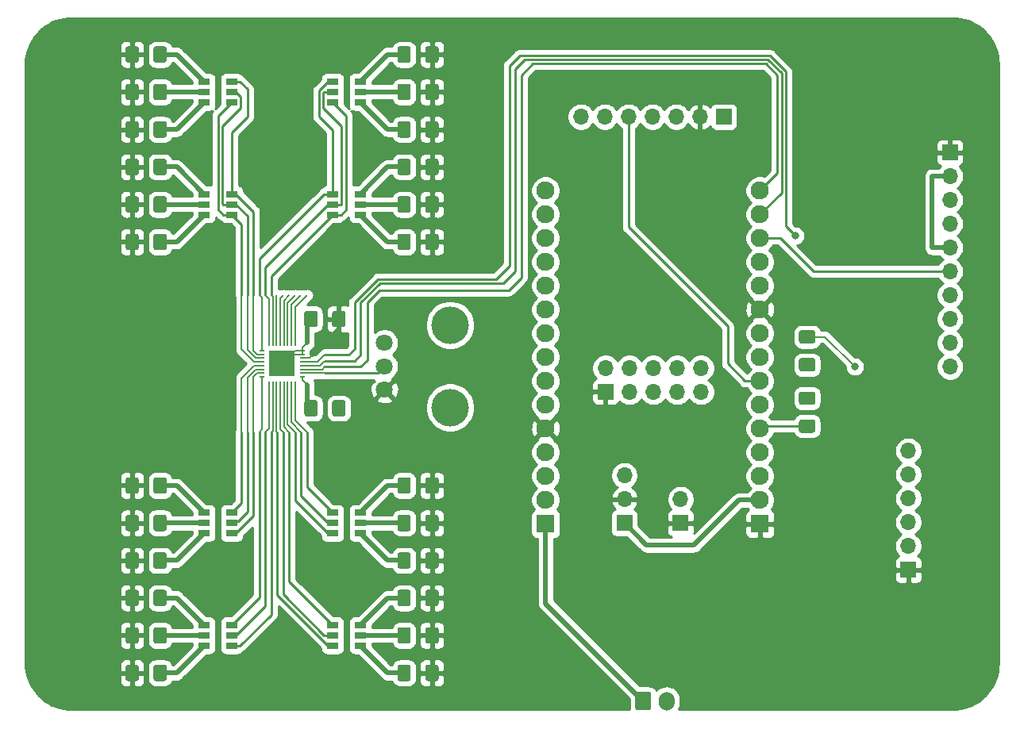
<source format=gbr>
%TF.GenerationSoftware,KiCad,Pcbnew,5.1.6*%
%TF.CreationDate,2020-06-18T23:16:12-07:00*%
%TF.ProjectId,draft,64726166-742e-46b6-9963-61645f706362,rev?*%
%TF.SameCoordinates,Original*%
%TF.FileFunction,Copper,L2,Bot*%
%TF.FilePolarity,Positive*%
%FSLAX46Y46*%
G04 Gerber Fmt 4.6, Leading zero omitted, Abs format (unit mm)*
G04 Created by KiCad (PCBNEW 5.1.6) date 2020-06-18 23:16:12*
%MOMM*%
%LPD*%
G01*
G04 APERTURE LIST*
%TA.AperFunction,ComponentPad*%
%ADD10R,1.930000X1.930000*%
%TD*%
%TA.AperFunction,ComponentPad*%
%ADD11C,1.930000*%
%TD*%
%TA.AperFunction,ComponentPad*%
%ADD12O,1.700000X2.000000*%
%TD*%
%TA.AperFunction,WasherPad*%
%ADD13C,4.000000*%
%TD*%
%TA.AperFunction,ComponentPad*%
%ADD14C,1.800000*%
%TD*%
%TA.AperFunction,SMDPad,CuDef*%
%ADD15R,1.300000X0.700000*%
%TD*%
%TA.AperFunction,SMDPad,CuDef*%
%ADD16R,2.800000X2.800000*%
%TD*%
%TA.AperFunction,SMDPad,CuDef*%
%ADD17R,0.500000X0.200000*%
%TD*%
%TA.AperFunction,SMDPad,CuDef*%
%ADD18R,0.200000X0.500000*%
%TD*%
%TA.AperFunction,ComponentPad*%
%ADD19R,1.700000X1.700000*%
%TD*%
%TA.AperFunction,ComponentPad*%
%ADD20O,1.700000X1.700000*%
%TD*%
%TA.AperFunction,ViaPad*%
%ADD21C,0.800000*%
%TD*%
%TA.AperFunction,Conductor*%
%ADD22C,0.200000*%
%TD*%
%TA.AperFunction,Conductor*%
%ADD23C,0.500000*%
%TD*%
%TA.AperFunction,Conductor*%
%ADD24C,0.250000*%
%TD*%
%TA.AperFunction,Conductor*%
%ADD25C,0.254000*%
%TD*%
G04 APERTURE END LIST*
%TO.P,C2,2*%
%TO.N,+3V3*%
%TA.AperFunction,SMDPad,CuDef*%
G36*
G01*
X59830000Y-62855000D02*
X59830000Y-61605000D01*
G75*
G02*
X60080000Y-61355000I250000J0D01*
G01*
X61005000Y-61355000D01*
G75*
G02*
X61255000Y-61605000I0J-250000D01*
G01*
X61255000Y-62855000D01*
G75*
G02*
X61005000Y-63105000I-250000J0D01*
G01*
X60080000Y-63105000D01*
G75*
G02*
X59830000Y-62855000I0J250000D01*
G01*
G37*
%TD.AperFunction*%
%TO.P,C2,1*%
%TO.N,GND*%
%TA.AperFunction,SMDPad,CuDef*%
G36*
G01*
X56855000Y-62855000D02*
X56855000Y-61605000D01*
G75*
G02*
X57105000Y-61355000I250000J0D01*
G01*
X58030000Y-61355000D01*
G75*
G02*
X58280000Y-61605000I0J-250000D01*
G01*
X58280000Y-62855000D01*
G75*
G02*
X58030000Y-63105000I-250000J0D01*
G01*
X57105000Y-63105000D01*
G75*
G02*
X56855000Y-62855000I0J250000D01*
G01*
G37*
%TD.AperFunction*%
%TD*%
%TO.P,C1,2*%
%TO.N,GND*%
%TA.AperFunction,SMDPad,CuDef*%
G36*
G01*
X59830000Y-72380000D02*
X59830000Y-71130000D01*
G75*
G02*
X60080000Y-70880000I250000J0D01*
G01*
X61005000Y-70880000D01*
G75*
G02*
X61255000Y-71130000I0J-250000D01*
G01*
X61255000Y-72380000D01*
G75*
G02*
X61005000Y-72630000I-250000J0D01*
G01*
X60080000Y-72630000D01*
G75*
G02*
X59830000Y-72380000I0J250000D01*
G01*
G37*
%TD.AperFunction*%
%TO.P,C1,1*%
%TO.N,Net-(C1-Pad1)*%
%TA.AperFunction,SMDPad,CuDef*%
G36*
G01*
X56855000Y-72380000D02*
X56855000Y-71130000D01*
G75*
G02*
X57105000Y-70880000I250000J0D01*
G01*
X58030000Y-70880000D01*
G75*
G02*
X58280000Y-71130000I0J-250000D01*
G01*
X58280000Y-72380000D01*
G75*
G02*
X58030000Y-72630000I-250000J0D01*
G01*
X57105000Y-72630000D01*
G75*
G02*
X56855000Y-72380000I0J250000D01*
G01*
G37*
%TD.AperFunction*%
%TD*%
%TO.P,R2,2*%
%TO.N,GND*%
%TA.AperFunction,SMDPad,CuDef*%
G36*
G01*
X109865000Y-66397500D02*
X111115000Y-66397500D01*
G75*
G02*
X111365000Y-66647500I0J-250000D01*
G01*
X111365000Y-67572500D01*
G75*
G02*
X111115000Y-67822500I-250000J0D01*
G01*
X109865000Y-67822500D01*
G75*
G02*
X109615000Y-67572500I0J250000D01*
G01*
X109615000Y-66647500D01*
G75*
G02*
X109865000Y-66397500I250000J0D01*
G01*
G37*
%TD.AperFunction*%
%TO.P,R2,1*%
%TO.N,Net-(ADC1-Pad9)*%
%TA.AperFunction,SMDPad,CuDef*%
G36*
G01*
X109865000Y-63422500D02*
X111115000Y-63422500D01*
G75*
G02*
X111365000Y-63672500I0J-250000D01*
G01*
X111365000Y-64597500D01*
G75*
G02*
X111115000Y-64847500I-250000J0D01*
G01*
X109865000Y-64847500D01*
G75*
G02*
X109615000Y-64597500I0J250000D01*
G01*
X109615000Y-63672500D01*
G75*
G02*
X109865000Y-63422500I250000J0D01*
G01*
G37*
%TD.AperFunction*%
%TD*%
%TO.P,R1,2*%
%TO.N,Net-(LCD_SPI1-Pad7)*%
%TA.AperFunction,SMDPad,CuDef*%
G36*
G01*
X109865000Y-72947500D02*
X111115000Y-72947500D01*
G75*
G02*
X111365000Y-73197500I0J-250000D01*
G01*
X111365000Y-74122500D01*
G75*
G02*
X111115000Y-74372500I-250000J0D01*
G01*
X109865000Y-74372500D01*
G75*
G02*
X109615000Y-74122500I0J250000D01*
G01*
X109615000Y-73197500D01*
G75*
G02*
X109865000Y-72947500I250000J0D01*
G01*
G37*
%TD.AperFunction*%
%TO.P,R1,1*%
%TO.N,GND*%
%TA.AperFunction,SMDPad,CuDef*%
G36*
G01*
X109865000Y-69972500D02*
X111115000Y-69972500D01*
G75*
G02*
X111365000Y-70222500I0J-250000D01*
G01*
X111365000Y-71147500D01*
G75*
G02*
X111115000Y-71397500I-250000J0D01*
G01*
X109865000Y-71397500D01*
G75*
G02*
X109615000Y-71147500I0J250000D01*
G01*
X109615000Y-70222500D01*
G75*
G02*
X109865000Y-69972500I250000J0D01*
G01*
G37*
%TD.AperFunction*%
%TD*%
D10*
%TO.P,U1,3V3*%
%TO.N,+3V3*%
X105450001Y-84095001D03*
D11*
%TO.P,U1,GND*%
%TO.N,GND*%
X105450001Y-81555001D03*
%TO.P,U1,D10*%
%TO.N,Net-(J1-Pad9)*%
X105450001Y-79015001D03*
%TO.P,U1,D9*%
%TO.N,Net-(J1-Pad10)*%
X105450001Y-76475001D03*
%TO.P,U1,D8*%
%TO.N,Net-(LCD_SPI1-Pad7)*%
X105450001Y-73935001D03*
%TO.P,U1,D7*%
%TO.N,Net-(LCD_SPI1-Pad4)*%
X105450001Y-71395001D03*
%TO.P,U1,D6*%
%TO.N,Net-(LCD_SPI1-Pad5)*%
X105450001Y-68855001D03*
%TO.P,U1,D5*%
%TO.N,Net-(LCD_SPI1-Pad3)*%
X105450001Y-66315001D03*
%TO.P,U1,GND*%
%TO.N,GND*%
X105450001Y-63775001D03*
%TO.P,U1,3V3*%
%TO.N,+3V3*%
X105450001Y-61235001D03*
%TO.P,U1,D4*%
%TO.N,Net-(LCD_SPI1-Pad6)*%
X105450001Y-58695001D03*
%TO.P,U1,D3*%
%TO.N,Net-(ADC1-Pad4)*%
X105450001Y-56155001D03*
%TO.P,U1,D2*%
%TO.N,Net-(ADC1-Pad6)*%
X105450001Y-53615001D03*
%TO.P,U1,D1*%
%TO.N,Net-(ADC1-Pad3)*%
X105450001Y-51075001D03*
%TO.P,U1,D0*%
%TO.N,Net-(IC1-Pad30)*%
X105450001Y-48535001D03*
D10*
%TO.P,U1,Vin*%
%TO.N,+5V*%
X82590001Y-84095001D03*
D11*
%TO.P,U1,GND*%
%TO.N,GND*%
X82590001Y-81555001D03*
%TO.P,U1,RST*%
%TO.N,Net-(U1-PadRST)*%
X82590001Y-79015001D03*
%TO.P,U1,EN*%
%TO.N,Net-(U1-PadEN)*%
X82590001Y-76475001D03*
%TO.P,U1,3V3*%
%TO.N,+3V3*%
X82590001Y-73935001D03*
%TO.P,U1,GND*%
%TO.N,GND*%
X82590001Y-71395001D03*
%TO.P,U1,CLK*%
%TO.N,Net-(U1-PadCLK)*%
X82590001Y-68855001D03*
%TO.P,U1,SD0*%
%TO.N,Net-(U1-PadSD0)*%
X82590001Y-66315001D03*
%TO.P,U1,CMD*%
%TO.N,Net-(U1-PadCMD)*%
X82590001Y-63775001D03*
%TO.P,U1,SD1*%
%TO.N,Net-(U1-PadSD1)*%
X82590001Y-61235001D03*
%TO.P,U1,SD2*%
%TO.N,Net-(J1-Pad2)*%
X82590001Y-58695001D03*
%TO.P,U1,SD3*%
%TO.N,Net-(J1-Pad4)*%
X82590001Y-56155001D03*
%TO.P,U1,RSV*%
%TO.N,Net-(U1-PadRSV)*%
X82590001Y-53615001D03*
X82590001Y-51075001D03*
%TO.P,U1,A0*%
%TO.N,Net-(J1-Pad6)*%
X82590001Y-48535001D03*
%TD*%
%TO.P,J2,1*%
%TO.N,+5V*%
%TA.AperFunction,ComponentPad*%
G36*
G01*
X92150000Y-103750000D02*
X92150000Y-102250000D01*
G75*
G02*
X92400000Y-102000000I250000J0D01*
G01*
X93600000Y-102000000D01*
G75*
G02*
X93850000Y-102250000I0J-250000D01*
G01*
X93850000Y-103750000D01*
G75*
G02*
X93600000Y-104000000I-250000J0D01*
G01*
X92400000Y-104000000D01*
G75*
G02*
X92150000Y-103750000I0J250000D01*
G01*
G37*
%TD.AperFunction*%
D12*
%TO.P,J2,2*%
%TO.N,GND*%
X95500000Y-103000000D03*
%TD*%
D13*
%TO.P,RV1,*%
%TO.N,*%
X72405000Y-62870000D03*
X72405000Y-71670000D03*
D14*
%TO.P,RV1,1*%
%TO.N,GND*%
X65405000Y-64770000D03*
%TO.P,RV1,2*%
%TO.N,Net-(IC1-Pad31)*%
X65405000Y-67270000D03*
%TO.P,RV1,3*%
%TO.N,+3V3*%
X65405000Y-69770000D03*
%TD*%
%TO.P,R27,2*%
%TO.N,+3V3*%
%TA.AperFunction,SMDPad,CuDef*%
G36*
G01*
X69760000Y-54625000D02*
X69760000Y-53375000D01*
G75*
G02*
X70010000Y-53125000I250000J0D01*
G01*
X70935000Y-53125000D01*
G75*
G02*
X71185000Y-53375000I0J-250000D01*
G01*
X71185000Y-54625000D01*
G75*
G02*
X70935000Y-54875000I-250000J0D01*
G01*
X70010000Y-54875000D01*
G75*
G02*
X69760000Y-54625000I0J250000D01*
G01*
G37*
%TD.AperFunction*%
%TO.P,R27,1*%
%TO.N,Net-(LED7-PadA1)*%
%TA.AperFunction,SMDPad,CuDef*%
G36*
G01*
X66785000Y-54625000D02*
X66785000Y-53375000D01*
G75*
G02*
X67035000Y-53125000I250000J0D01*
G01*
X67960000Y-53125000D01*
G75*
G02*
X68210000Y-53375000I0J-250000D01*
G01*
X68210000Y-54625000D01*
G75*
G02*
X67960000Y-54875000I-250000J0D01*
G01*
X67035000Y-54875000D01*
G75*
G02*
X66785000Y-54625000I0J250000D01*
G01*
G37*
%TD.AperFunction*%
%TD*%
%TO.P,R26,2*%
%TO.N,+3V3*%
%TA.AperFunction,SMDPad,CuDef*%
G36*
G01*
X69760000Y-50625000D02*
X69760000Y-49375000D01*
G75*
G02*
X70010000Y-49125000I250000J0D01*
G01*
X70935000Y-49125000D01*
G75*
G02*
X71185000Y-49375000I0J-250000D01*
G01*
X71185000Y-50625000D01*
G75*
G02*
X70935000Y-50875000I-250000J0D01*
G01*
X70010000Y-50875000D01*
G75*
G02*
X69760000Y-50625000I0J250000D01*
G01*
G37*
%TD.AperFunction*%
%TO.P,R26,1*%
%TO.N,Net-(LED7-PadA2)*%
%TA.AperFunction,SMDPad,CuDef*%
G36*
G01*
X66785000Y-50625000D02*
X66785000Y-49375000D01*
G75*
G02*
X67035000Y-49125000I250000J0D01*
G01*
X67960000Y-49125000D01*
G75*
G02*
X68210000Y-49375000I0J-250000D01*
G01*
X68210000Y-50625000D01*
G75*
G02*
X67960000Y-50875000I-250000J0D01*
G01*
X67035000Y-50875000D01*
G75*
G02*
X66785000Y-50625000I0J250000D01*
G01*
G37*
%TD.AperFunction*%
%TD*%
%TO.P,R25,2*%
%TO.N,+3V3*%
%TA.AperFunction,SMDPad,CuDef*%
G36*
G01*
X69760000Y-80625000D02*
X69760000Y-79375000D01*
G75*
G02*
X70010000Y-79125000I250000J0D01*
G01*
X70935000Y-79125000D01*
G75*
G02*
X71185000Y-79375000I0J-250000D01*
G01*
X71185000Y-80625000D01*
G75*
G02*
X70935000Y-80875000I-250000J0D01*
G01*
X70010000Y-80875000D01*
G75*
G02*
X69760000Y-80625000I0J250000D01*
G01*
G37*
%TD.AperFunction*%
%TO.P,R25,1*%
%TO.N,Net-(LED8-PadA3)*%
%TA.AperFunction,SMDPad,CuDef*%
G36*
G01*
X66785000Y-80625000D02*
X66785000Y-79375000D01*
G75*
G02*
X67035000Y-79125000I250000J0D01*
G01*
X67960000Y-79125000D01*
G75*
G02*
X68210000Y-79375000I0J-250000D01*
G01*
X68210000Y-80625000D01*
G75*
G02*
X67960000Y-80875000I-250000J0D01*
G01*
X67035000Y-80875000D01*
G75*
G02*
X66785000Y-80625000I0J250000D01*
G01*
G37*
%TD.AperFunction*%
%TD*%
%TO.P,R24,2*%
%TO.N,+3V3*%
%TA.AperFunction,SMDPad,CuDef*%
G36*
G01*
X69760000Y-46625000D02*
X69760000Y-45375000D01*
G75*
G02*
X70010000Y-45125000I250000J0D01*
G01*
X70935000Y-45125000D01*
G75*
G02*
X71185000Y-45375000I0J-250000D01*
G01*
X71185000Y-46625000D01*
G75*
G02*
X70935000Y-46875000I-250000J0D01*
G01*
X70010000Y-46875000D01*
G75*
G02*
X69760000Y-46625000I0J250000D01*
G01*
G37*
%TD.AperFunction*%
%TO.P,R24,1*%
%TO.N,Net-(LED7-PadA3)*%
%TA.AperFunction,SMDPad,CuDef*%
G36*
G01*
X66785000Y-46625000D02*
X66785000Y-45375000D01*
G75*
G02*
X67035000Y-45125000I250000J0D01*
G01*
X67960000Y-45125000D01*
G75*
G02*
X68210000Y-45375000I0J-250000D01*
G01*
X68210000Y-46625000D01*
G75*
G02*
X67960000Y-46875000I-250000J0D01*
G01*
X67035000Y-46875000D01*
G75*
G02*
X66785000Y-46625000I0J250000D01*
G01*
G37*
%TD.AperFunction*%
%TD*%
%TO.P,R23,2*%
%TO.N,+3V3*%
%TA.AperFunction,SMDPad,CuDef*%
G36*
G01*
X69760000Y-84625000D02*
X69760000Y-83375000D01*
G75*
G02*
X70010000Y-83125000I250000J0D01*
G01*
X70935000Y-83125000D01*
G75*
G02*
X71185000Y-83375000I0J-250000D01*
G01*
X71185000Y-84625000D01*
G75*
G02*
X70935000Y-84875000I-250000J0D01*
G01*
X70010000Y-84875000D01*
G75*
G02*
X69760000Y-84625000I0J250000D01*
G01*
G37*
%TD.AperFunction*%
%TO.P,R23,1*%
%TO.N,Net-(LED8-PadA2)*%
%TA.AperFunction,SMDPad,CuDef*%
G36*
G01*
X66785000Y-84625000D02*
X66785000Y-83375000D01*
G75*
G02*
X67035000Y-83125000I250000J0D01*
G01*
X67960000Y-83125000D01*
G75*
G02*
X68210000Y-83375000I0J-250000D01*
G01*
X68210000Y-84625000D01*
G75*
G02*
X67960000Y-84875000I-250000J0D01*
G01*
X67035000Y-84875000D01*
G75*
G02*
X66785000Y-84625000I0J250000D01*
G01*
G37*
%TD.AperFunction*%
%TD*%
%TO.P,R22,2*%
%TO.N,+3V3*%
%TA.AperFunction,SMDPad,CuDef*%
G36*
G01*
X69760000Y-88625000D02*
X69760000Y-87375000D01*
G75*
G02*
X70010000Y-87125000I250000J0D01*
G01*
X70935000Y-87125000D01*
G75*
G02*
X71185000Y-87375000I0J-250000D01*
G01*
X71185000Y-88625000D01*
G75*
G02*
X70935000Y-88875000I-250000J0D01*
G01*
X70010000Y-88875000D01*
G75*
G02*
X69760000Y-88625000I0J250000D01*
G01*
G37*
%TD.AperFunction*%
%TO.P,R22,1*%
%TO.N,Net-(LED8-PadA1)*%
%TA.AperFunction,SMDPad,CuDef*%
G36*
G01*
X66785000Y-88625000D02*
X66785000Y-87375000D01*
G75*
G02*
X67035000Y-87125000I250000J0D01*
G01*
X67960000Y-87125000D01*
G75*
G02*
X68210000Y-87375000I0J-250000D01*
G01*
X68210000Y-88625000D01*
G75*
G02*
X67960000Y-88875000I-250000J0D01*
G01*
X67035000Y-88875000D01*
G75*
G02*
X66785000Y-88625000I0J250000D01*
G01*
G37*
%TD.AperFunction*%
%TD*%
%TO.P,R21,2*%
%TO.N,+3V3*%
%TA.AperFunction,SMDPad,CuDef*%
G36*
G01*
X69760000Y-42625000D02*
X69760000Y-41375000D01*
G75*
G02*
X70010000Y-41125000I250000J0D01*
G01*
X70935000Y-41125000D01*
G75*
G02*
X71185000Y-41375000I0J-250000D01*
G01*
X71185000Y-42625000D01*
G75*
G02*
X70935000Y-42875000I-250000J0D01*
G01*
X70010000Y-42875000D01*
G75*
G02*
X69760000Y-42625000I0J250000D01*
G01*
G37*
%TD.AperFunction*%
%TO.P,R21,1*%
%TO.N,Net-(LED5-PadA1)*%
%TA.AperFunction,SMDPad,CuDef*%
G36*
G01*
X66785000Y-42625000D02*
X66785000Y-41375000D01*
G75*
G02*
X67035000Y-41125000I250000J0D01*
G01*
X67960000Y-41125000D01*
G75*
G02*
X68210000Y-41375000I0J-250000D01*
G01*
X68210000Y-42625000D01*
G75*
G02*
X67960000Y-42875000I-250000J0D01*
G01*
X67035000Y-42875000D01*
G75*
G02*
X66785000Y-42625000I0J250000D01*
G01*
G37*
%TD.AperFunction*%
%TD*%
%TO.P,R20,2*%
%TO.N,+3V3*%
%TA.AperFunction,SMDPad,CuDef*%
G36*
G01*
X69760000Y-38625000D02*
X69760000Y-37375000D01*
G75*
G02*
X70010000Y-37125000I250000J0D01*
G01*
X70935000Y-37125000D01*
G75*
G02*
X71185000Y-37375000I0J-250000D01*
G01*
X71185000Y-38625000D01*
G75*
G02*
X70935000Y-38875000I-250000J0D01*
G01*
X70010000Y-38875000D01*
G75*
G02*
X69760000Y-38625000I0J250000D01*
G01*
G37*
%TD.AperFunction*%
%TO.P,R20,1*%
%TO.N,Net-(LED5-PadA2)*%
%TA.AperFunction,SMDPad,CuDef*%
G36*
G01*
X66785000Y-38625000D02*
X66785000Y-37375000D01*
G75*
G02*
X67035000Y-37125000I250000J0D01*
G01*
X67960000Y-37125000D01*
G75*
G02*
X68210000Y-37375000I0J-250000D01*
G01*
X68210000Y-38625000D01*
G75*
G02*
X67960000Y-38875000I-250000J0D01*
G01*
X67035000Y-38875000D01*
G75*
G02*
X66785000Y-38625000I0J250000D01*
G01*
G37*
%TD.AperFunction*%
%TD*%
%TO.P,R19,2*%
%TO.N,+3V3*%
%TA.AperFunction,SMDPad,CuDef*%
G36*
G01*
X69760000Y-92625000D02*
X69760000Y-91375000D01*
G75*
G02*
X70010000Y-91125000I250000J0D01*
G01*
X70935000Y-91125000D01*
G75*
G02*
X71185000Y-91375000I0J-250000D01*
G01*
X71185000Y-92625000D01*
G75*
G02*
X70935000Y-92875000I-250000J0D01*
G01*
X70010000Y-92875000D01*
G75*
G02*
X69760000Y-92625000I0J250000D01*
G01*
G37*
%TD.AperFunction*%
%TO.P,R19,1*%
%TO.N,Net-(LED6-PadA3)*%
%TA.AperFunction,SMDPad,CuDef*%
G36*
G01*
X66785000Y-92625000D02*
X66785000Y-91375000D01*
G75*
G02*
X67035000Y-91125000I250000J0D01*
G01*
X67960000Y-91125000D01*
G75*
G02*
X68210000Y-91375000I0J-250000D01*
G01*
X68210000Y-92625000D01*
G75*
G02*
X67960000Y-92875000I-250000J0D01*
G01*
X67035000Y-92875000D01*
G75*
G02*
X66785000Y-92625000I0J250000D01*
G01*
G37*
%TD.AperFunction*%
%TD*%
%TO.P,R18,2*%
%TO.N,+3V3*%
%TA.AperFunction,SMDPad,CuDef*%
G36*
G01*
X69760000Y-34625000D02*
X69760000Y-33375000D01*
G75*
G02*
X70010000Y-33125000I250000J0D01*
G01*
X70935000Y-33125000D01*
G75*
G02*
X71185000Y-33375000I0J-250000D01*
G01*
X71185000Y-34625000D01*
G75*
G02*
X70935000Y-34875000I-250000J0D01*
G01*
X70010000Y-34875000D01*
G75*
G02*
X69760000Y-34625000I0J250000D01*
G01*
G37*
%TD.AperFunction*%
%TO.P,R18,1*%
%TO.N,Net-(LED5-PadA3)*%
%TA.AperFunction,SMDPad,CuDef*%
G36*
G01*
X66785000Y-34625000D02*
X66785000Y-33375000D01*
G75*
G02*
X67035000Y-33125000I250000J0D01*
G01*
X67960000Y-33125000D01*
G75*
G02*
X68210000Y-33375000I0J-250000D01*
G01*
X68210000Y-34625000D01*
G75*
G02*
X67960000Y-34875000I-250000J0D01*
G01*
X67035000Y-34875000D01*
G75*
G02*
X66785000Y-34625000I0J250000D01*
G01*
G37*
%TD.AperFunction*%
%TD*%
%TO.P,R17,2*%
%TO.N,+3V3*%
%TA.AperFunction,SMDPad,CuDef*%
G36*
G01*
X69760000Y-96625000D02*
X69760000Y-95375000D01*
G75*
G02*
X70010000Y-95125000I250000J0D01*
G01*
X70935000Y-95125000D01*
G75*
G02*
X71185000Y-95375000I0J-250000D01*
G01*
X71185000Y-96625000D01*
G75*
G02*
X70935000Y-96875000I-250000J0D01*
G01*
X70010000Y-96875000D01*
G75*
G02*
X69760000Y-96625000I0J250000D01*
G01*
G37*
%TD.AperFunction*%
%TO.P,R17,1*%
%TO.N,Net-(LED6-PadA2)*%
%TA.AperFunction,SMDPad,CuDef*%
G36*
G01*
X66785000Y-96625000D02*
X66785000Y-95375000D01*
G75*
G02*
X67035000Y-95125000I250000J0D01*
G01*
X67960000Y-95125000D01*
G75*
G02*
X68210000Y-95375000I0J-250000D01*
G01*
X68210000Y-96625000D01*
G75*
G02*
X67960000Y-96875000I-250000J0D01*
G01*
X67035000Y-96875000D01*
G75*
G02*
X66785000Y-96625000I0J250000D01*
G01*
G37*
%TD.AperFunction*%
%TD*%
%TO.P,R16,2*%
%TO.N,+3V3*%
%TA.AperFunction,SMDPad,CuDef*%
G36*
G01*
X69760000Y-100625000D02*
X69760000Y-99375000D01*
G75*
G02*
X70010000Y-99125000I250000J0D01*
G01*
X70935000Y-99125000D01*
G75*
G02*
X71185000Y-99375000I0J-250000D01*
G01*
X71185000Y-100625000D01*
G75*
G02*
X70935000Y-100875000I-250000J0D01*
G01*
X70010000Y-100875000D01*
G75*
G02*
X69760000Y-100625000I0J250000D01*
G01*
G37*
%TD.AperFunction*%
%TO.P,R16,1*%
%TO.N,Net-(LED6-PadA1)*%
%TA.AperFunction,SMDPad,CuDef*%
G36*
G01*
X66785000Y-100625000D02*
X66785000Y-99375000D01*
G75*
G02*
X67035000Y-99125000I250000J0D01*
G01*
X67960000Y-99125000D01*
G75*
G02*
X68210000Y-99375000I0J-250000D01*
G01*
X68210000Y-100625000D01*
G75*
G02*
X67960000Y-100875000I-250000J0D01*
G01*
X67035000Y-100875000D01*
G75*
G02*
X66785000Y-100625000I0J250000D01*
G01*
G37*
%TD.AperFunction*%
%TD*%
%TO.P,R15,2*%
%TO.N,+3V3*%
%TA.AperFunction,SMDPad,CuDef*%
G36*
G01*
X39210000Y-45375000D02*
X39210000Y-46625000D01*
G75*
G02*
X38960000Y-46875000I-250000J0D01*
G01*
X38035000Y-46875000D01*
G75*
G02*
X37785000Y-46625000I0J250000D01*
G01*
X37785000Y-45375000D01*
G75*
G02*
X38035000Y-45125000I250000J0D01*
G01*
X38960000Y-45125000D01*
G75*
G02*
X39210000Y-45375000I0J-250000D01*
G01*
G37*
%TD.AperFunction*%
%TO.P,R15,1*%
%TO.N,Net-(LED3-PadA1)*%
%TA.AperFunction,SMDPad,CuDef*%
G36*
G01*
X42185000Y-45375000D02*
X42185000Y-46625000D01*
G75*
G02*
X41935000Y-46875000I-250000J0D01*
G01*
X41010000Y-46875000D01*
G75*
G02*
X40760000Y-46625000I0J250000D01*
G01*
X40760000Y-45375000D01*
G75*
G02*
X41010000Y-45125000I250000J0D01*
G01*
X41935000Y-45125000D01*
G75*
G02*
X42185000Y-45375000I0J-250000D01*
G01*
G37*
%TD.AperFunction*%
%TD*%
%TO.P,R14,2*%
%TO.N,+3V3*%
%TA.AperFunction,SMDPad,CuDef*%
G36*
G01*
X39210000Y-49375000D02*
X39210000Y-50625000D01*
G75*
G02*
X38960000Y-50875000I-250000J0D01*
G01*
X38035000Y-50875000D01*
G75*
G02*
X37785000Y-50625000I0J250000D01*
G01*
X37785000Y-49375000D01*
G75*
G02*
X38035000Y-49125000I250000J0D01*
G01*
X38960000Y-49125000D01*
G75*
G02*
X39210000Y-49375000I0J-250000D01*
G01*
G37*
%TD.AperFunction*%
%TO.P,R14,1*%
%TO.N,Net-(LED3-PadA2)*%
%TA.AperFunction,SMDPad,CuDef*%
G36*
G01*
X42185000Y-49375000D02*
X42185000Y-50625000D01*
G75*
G02*
X41935000Y-50875000I-250000J0D01*
G01*
X41010000Y-50875000D01*
G75*
G02*
X40760000Y-50625000I0J250000D01*
G01*
X40760000Y-49375000D01*
G75*
G02*
X41010000Y-49125000I250000J0D01*
G01*
X41935000Y-49125000D01*
G75*
G02*
X42185000Y-49375000I0J-250000D01*
G01*
G37*
%TD.AperFunction*%
%TD*%
%TO.P,R13,2*%
%TO.N,+3V3*%
%TA.AperFunction,SMDPad,CuDef*%
G36*
G01*
X39210000Y-99375000D02*
X39210000Y-100625000D01*
G75*
G02*
X38960000Y-100875000I-250000J0D01*
G01*
X38035000Y-100875000D01*
G75*
G02*
X37785000Y-100625000I0J250000D01*
G01*
X37785000Y-99375000D01*
G75*
G02*
X38035000Y-99125000I250000J0D01*
G01*
X38960000Y-99125000D01*
G75*
G02*
X39210000Y-99375000I0J-250000D01*
G01*
G37*
%TD.AperFunction*%
%TO.P,R13,1*%
%TO.N,Net-(LED4-PadA3)*%
%TA.AperFunction,SMDPad,CuDef*%
G36*
G01*
X42185000Y-99375000D02*
X42185000Y-100625000D01*
G75*
G02*
X41935000Y-100875000I-250000J0D01*
G01*
X41010000Y-100875000D01*
G75*
G02*
X40760000Y-100625000I0J250000D01*
G01*
X40760000Y-99375000D01*
G75*
G02*
X41010000Y-99125000I250000J0D01*
G01*
X41935000Y-99125000D01*
G75*
G02*
X42185000Y-99375000I0J-250000D01*
G01*
G37*
%TD.AperFunction*%
%TD*%
%TO.P,R12,2*%
%TO.N,+3V3*%
%TA.AperFunction,SMDPad,CuDef*%
G36*
G01*
X39210000Y-53375000D02*
X39210000Y-54625000D01*
G75*
G02*
X38960000Y-54875000I-250000J0D01*
G01*
X38035000Y-54875000D01*
G75*
G02*
X37785000Y-54625000I0J250000D01*
G01*
X37785000Y-53375000D01*
G75*
G02*
X38035000Y-53125000I250000J0D01*
G01*
X38960000Y-53125000D01*
G75*
G02*
X39210000Y-53375000I0J-250000D01*
G01*
G37*
%TD.AperFunction*%
%TO.P,R12,1*%
%TO.N,Net-(LED3-PadA3)*%
%TA.AperFunction,SMDPad,CuDef*%
G36*
G01*
X42185000Y-53375000D02*
X42185000Y-54625000D01*
G75*
G02*
X41935000Y-54875000I-250000J0D01*
G01*
X41010000Y-54875000D01*
G75*
G02*
X40760000Y-54625000I0J250000D01*
G01*
X40760000Y-53375000D01*
G75*
G02*
X41010000Y-53125000I250000J0D01*
G01*
X41935000Y-53125000D01*
G75*
G02*
X42185000Y-53375000I0J-250000D01*
G01*
G37*
%TD.AperFunction*%
%TD*%
%TO.P,R11,2*%
%TO.N,+3V3*%
%TA.AperFunction,SMDPad,CuDef*%
G36*
G01*
X39210000Y-95375000D02*
X39210000Y-96625000D01*
G75*
G02*
X38960000Y-96875000I-250000J0D01*
G01*
X38035000Y-96875000D01*
G75*
G02*
X37785000Y-96625000I0J250000D01*
G01*
X37785000Y-95375000D01*
G75*
G02*
X38035000Y-95125000I250000J0D01*
G01*
X38960000Y-95125000D01*
G75*
G02*
X39210000Y-95375000I0J-250000D01*
G01*
G37*
%TD.AperFunction*%
%TO.P,R11,1*%
%TO.N,Net-(LED4-PadA2)*%
%TA.AperFunction,SMDPad,CuDef*%
G36*
G01*
X42185000Y-95375000D02*
X42185000Y-96625000D01*
G75*
G02*
X41935000Y-96875000I-250000J0D01*
G01*
X41010000Y-96875000D01*
G75*
G02*
X40760000Y-96625000I0J250000D01*
G01*
X40760000Y-95375000D01*
G75*
G02*
X41010000Y-95125000I250000J0D01*
G01*
X41935000Y-95125000D01*
G75*
G02*
X42185000Y-95375000I0J-250000D01*
G01*
G37*
%TD.AperFunction*%
%TD*%
%TO.P,R10,2*%
%TO.N,+3V3*%
%TA.AperFunction,SMDPad,CuDef*%
G36*
G01*
X39210000Y-91375000D02*
X39210000Y-92625000D01*
G75*
G02*
X38960000Y-92875000I-250000J0D01*
G01*
X38035000Y-92875000D01*
G75*
G02*
X37785000Y-92625000I0J250000D01*
G01*
X37785000Y-91375000D01*
G75*
G02*
X38035000Y-91125000I250000J0D01*
G01*
X38960000Y-91125000D01*
G75*
G02*
X39210000Y-91375000I0J-250000D01*
G01*
G37*
%TD.AperFunction*%
%TO.P,R10,1*%
%TO.N,Net-(LED4-PadA1)*%
%TA.AperFunction,SMDPad,CuDef*%
G36*
G01*
X42185000Y-91375000D02*
X42185000Y-92625000D01*
G75*
G02*
X41935000Y-92875000I-250000J0D01*
G01*
X41010000Y-92875000D01*
G75*
G02*
X40760000Y-92625000I0J250000D01*
G01*
X40760000Y-91375000D01*
G75*
G02*
X41010000Y-91125000I250000J0D01*
G01*
X41935000Y-91125000D01*
G75*
G02*
X42185000Y-91375000I0J-250000D01*
G01*
G37*
%TD.AperFunction*%
%TD*%
%TO.P,R9,2*%
%TO.N,+3V3*%
%TA.AperFunction,SMDPad,CuDef*%
G36*
G01*
X39210000Y-33375000D02*
X39210000Y-34625000D01*
G75*
G02*
X38960000Y-34875000I-250000J0D01*
G01*
X38035000Y-34875000D01*
G75*
G02*
X37785000Y-34625000I0J250000D01*
G01*
X37785000Y-33375000D01*
G75*
G02*
X38035000Y-33125000I250000J0D01*
G01*
X38960000Y-33125000D01*
G75*
G02*
X39210000Y-33375000I0J-250000D01*
G01*
G37*
%TD.AperFunction*%
%TO.P,R9,1*%
%TO.N,Net-(LED1-PadA1)*%
%TA.AperFunction,SMDPad,CuDef*%
G36*
G01*
X42185000Y-33375000D02*
X42185000Y-34625000D01*
G75*
G02*
X41935000Y-34875000I-250000J0D01*
G01*
X41010000Y-34875000D01*
G75*
G02*
X40760000Y-34625000I0J250000D01*
G01*
X40760000Y-33375000D01*
G75*
G02*
X41010000Y-33125000I250000J0D01*
G01*
X41935000Y-33125000D01*
G75*
G02*
X42185000Y-33375000I0J-250000D01*
G01*
G37*
%TD.AperFunction*%
%TD*%
%TO.P,R8,2*%
%TO.N,+3V3*%
%TA.AperFunction,SMDPad,CuDef*%
G36*
G01*
X39210000Y-37375000D02*
X39210000Y-38625000D01*
G75*
G02*
X38960000Y-38875000I-250000J0D01*
G01*
X38035000Y-38875000D01*
G75*
G02*
X37785000Y-38625000I0J250000D01*
G01*
X37785000Y-37375000D01*
G75*
G02*
X38035000Y-37125000I250000J0D01*
G01*
X38960000Y-37125000D01*
G75*
G02*
X39210000Y-37375000I0J-250000D01*
G01*
G37*
%TD.AperFunction*%
%TO.P,R8,1*%
%TO.N,Net-(LED1-PadA2)*%
%TA.AperFunction,SMDPad,CuDef*%
G36*
G01*
X42185000Y-37375000D02*
X42185000Y-38625000D01*
G75*
G02*
X41935000Y-38875000I-250000J0D01*
G01*
X41010000Y-38875000D01*
G75*
G02*
X40760000Y-38625000I0J250000D01*
G01*
X40760000Y-37375000D01*
G75*
G02*
X41010000Y-37125000I250000J0D01*
G01*
X41935000Y-37125000D01*
G75*
G02*
X42185000Y-37375000I0J-250000D01*
G01*
G37*
%TD.AperFunction*%
%TD*%
%TO.P,R7,2*%
%TO.N,+3V3*%
%TA.AperFunction,SMDPad,CuDef*%
G36*
G01*
X39210000Y-87375000D02*
X39210000Y-88625000D01*
G75*
G02*
X38960000Y-88875000I-250000J0D01*
G01*
X38035000Y-88875000D01*
G75*
G02*
X37785000Y-88625000I0J250000D01*
G01*
X37785000Y-87375000D01*
G75*
G02*
X38035000Y-87125000I250000J0D01*
G01*
X38960000Y-87125000D01*
G75*
G02*
X39210000Y-87375000I0J-250000D01*
G01*
G37*
%TD.AperFunction*%
%TO.P,R7,1*%
%TO.N,Net-(LED2-PadA3)*%
%TA.AperFunction,SMDPad,CuDef*%
G36*
G01*
X42185000Y-87375000D02*
X42185000Y-88625000D01*
G75*
G02*
X41935000Y-88875000I-250000J0D01*
G01*
X41010000Y-88875000D01*
G75*
G02*
X40760000Y-88625000I0J250000D01*
G01*
X40760000Y-87375000D01*
G75*
G02*
X41010000Y-87125000I250000J0D01*
G01*
X41935000Y-87125000D01*
G75*
G02*
X42185000Y-87375000I0J-250000D01*
G01*
G37*
%TD.AperFunction*%
%TD*%
%TO.P,R6,2*%
%TO.N,+3V3*%
%TA.AperFunction,SMDPad,CuDef*%
G36*
G01*
X39210000Y-41375000D02*
X39210000Y-42625000D01*
G75*
G02*
X38960000Y-42875000I-250000J0D01*
G01*
X38035000Y-42875000D01*
G75*
G02*
X37785000Y-42625000I0J250000D01*
G01*
X37785000Y-41375000D01*
G75*
G02*
X38035000Y-41125000I250000J0D01*
G01*
X38960000Y-41125000D01*
G75*
G02*
X39210000Y-41375000I0J-250000D01*
G01*
G37*
%TD.AperFunction*%
%TO.P,R6,1*%
%TO.N,Net-(LED1-PadA3)*%
%TA.AperFunction,SMDPad,CuDef*%
G36*
G01*
X42185000Y-41375000D02*
X42185000Y-42625000D01*
G75*
G02*
X41935000Y-42875000I-250000J0D01*
G01*
X41010000Y-42875000D01*
G75*
G02*
X40760000Y-42625000I0J250000D01*
G01*
X40760000Y-41375000D01*
G75*
G02*
X41010000Y-41125000I250000J0D01*
G01*
X41935000Y-41125000D01*
G75*
G02*
X42185000Y-41375000I0J-250000D01*
G01*
G37*
%TD.AperFunction*%
%TD*%
%TO.P,R5,2*%
%TO.N,+3V3*%
%TA.AperFunction,SMDPad,CuDef*%
G36*
G01*
X39210000Y-83375000D02*
X39210000Y-84625000D01*
G75*
G02*
X38960000Y-84875000I-250000J0D01*
G01*
X38035000Y-84875000D01*
G75*
G02*
X37785000Y-84625000I0J250000D01*
G01*
X37785000Y-83375000D01*
G75*
G02*
X38035000Y-83125000I250000J0D01*
G01*
X38960000Y-83125000D01*
G75*
G02*
X39210000Y-83375000I0J-250000D01*
G01*
G37*
%TD.AperFunction*%
%TO.P,R5,1*%
%TO.N,Net-(LED2-PadA2)*%
%TA.AperFunction,SMDPad,CuDef*%
G36*
G01*
X42185000Y-83375000D02*
X42185000Y-84625000D01*
G75*
G02*
X41935000Y-84875000I-250000J0D01*
G01*
X41010000Y-84875000D01*
G75*
G02*
X40760000Y-84625000I0J250000D01*
G01*
X40760000Y-83375000D01*
G75*
G02*
X41010000Y-83125000I250000J0D01*
G01*
X41935000Y-83125000D01*
G75*
G02*
X42185000Y-83375000I0J-250000D01*
G01*
G37*
%TD.AperFunction*%
%TD*%
%TO.P,R4,2*%
%TO.N,+3V3*%
%TA.AperFunction,SMDPad,CuDef*%
G36*
G01*
X39210000Y-79375000D02*
X39210000Y-80625000D01*
G75*
G02*
X38960000Y-80875000I-250000J0D01*
G01*
X38035000Y-80875000D01*
G75*
G02*
X37785000Y-80625000I0J250000D01*
G01*
X37785000Y-79375000D01*
G75*
G02*
X38035000Y-79125000I250000J0D01*
G01*
X38960000Y-79125000D01*
G75*
G02*
X39210000Y-79375000I0J-250000D01*
G01*
G37*
%TD.AperFunction*%
%TO.P,R4,1*%
%TO.N,Net-(LED2-PadA1)*%
%TA.AperFunction,SMDPad,CuDef*%
G36*
G01*
X42185000Y-79375000D02*
X42185000Y-80625000D01*
G75*
G02*
X41935000Y-80875000I-250000J0D01*
G01*
X41010000Y-80875000D01*
G75*
G02*
X40760000Y-80625000I0J250000D01*
G01*
X40760000Y-79375000D01*
G75*
G02*
X41010000Y-79125000I250000J0D01*
G01*
X41935000Y-79125000D01*
G75*
G02*
X42185000Y-79375000I0J-250000D01*
G01*
G37*
%TD.AperFunction*%
%TD*%
D15*
%TO.P,LED8,C3*%
%TO.N,Net-(IC1-Pad1)*%
X59870000Y-82900000D03*
%TO.P,LED8,C2*%
%TO.N,Net-(IC1-Pad2)*%
X59870000Y-84000000D03*
%TO.P,LED8,C1*%
%TO.N,Net-(IC1-Pad3)*%
X59870000Y-85100000D03*
%TO.P,LED8,A3*%
%TO.N,Net-(LED8-PadA3)*%
X62820000Y-82900000D03*
%TO.P,LED8,A2*%
%TO.N,Net-(LED8-PadA2)*%
X62820000Y-84000000D03*
%TO.P,LED8,A1*%
%TO.N,Net-(LED8-PadA1)*%
X62820000Y-85100000D03*
%TD*%
%TO.P,LED7,C3*%
%TO.N,Net-(IC1-Pad16)*%
X59870000Y-48900000D03*
%TO.P,LED7,C2*%
%TO.N,Net-(IC1-Pad17)*%
X59870000Y-50000000D03*
%TO.P,LED7,C1*%
%TO.N,Net-(IC1-Pad18)*%
X59870000Y-51100000D03*
%TO.P,LED7,A3*%
%TO.N,Net-(LED7-PadA3)*%
X62820000Y-48900000D03*
%TO.P,LED7,A2*%
%TO.N,Net-(LED7-PadA2)*%
X62820000Y-50000000D03*
%TO.P,LED7,A1*%
%TO.N,Net-(LED7-PadA1)*%
X62820000Y-51100000D03*
%TD*%
%TO.P,LED6,C3*%
%TO.N,Net-(IC1-Pad4)*%
X59870000Y-94900000D03*
%TO.P,LED6,C2*%
%TO.N,Net-(IC1-Pad5)*%
X59870000Y-96000000D03*
%TO.P,LED6,C1*%
%TO.N,Net-(IC1-Pad6)*%
X59870000Y-97100000D03*
%TO.P,LED6,A3*%
%TO.N,Net-(LED6-PadA3)*%
X62820000Y-94900000D03*
%TO.P,LED6,A2*%
%TO.N,Net-(LED6-PadA2)*%
X62820000Y-96000000D03*
%TO.P,LED6,A1*%
%TO.N,Net-(LED6-PadA1)*%
X62820000Y-97100000D03*
%TD*%
%TO.P,LED5,C3*%
%TO.N,Net-(IC1-Pad16)*%
X59870000Y-36900000D03*
%TO.P,LED5,C2*%
%TO.N,Net-(IC1-Pad17)*%
X59870000Y-38000000D03*
%TO.P,LED5,C1*%
%TO.N,Net-(IC1-Pad18)*%
X59870000Y-39100000D03*
%TO.P,LED5,A3*%
%TO.N,Net-(LED5-PadA3)*%
X62820000Y-36900000D03*
%TO.P,LED5,A2*%
%TO.N,Net-(LED5-PadA2)*%
X62820000Y-38000000D03*
%TO.P,LED5,A1*%
%TO.N,Net-(LED5-PadA1)*%
X62820000Y-39100000D03*
%TD*%
%TO.P,LED4,C3*%
%TO.N,Net-(IC1-Pad7)*%
X49100000Y-97100000D03*
%TO.P,LED4,C2*%
%TO.N,Net-(IC1-Pad8)*%
X49100000Y-96000000D03*
%TO.P,LED4,C1*%
%TO.N,Net-(IC1-Pad9)*%
X49100000Y-94900000D03*
%TO.P,LED4,A3*%
%TO.N,Net-(LED4-PadA3)*%
X46150000Y-97100000D03*
%TO.P,LED4,A2*%
%TO.N,Net-(LED4-PadA2)*%
X46150000Y-96000000D03*
%TO.P,LED4,A1*%
%TO.N,Net-(LED4-PadA1)*%
X46150000Y-94900000D03*
%TD*%
%TO.P,LED3,C3*%
%TO.N,Net-(IC1-Pad13)*%
X49100000Y-51100000D03*
%TO.P,LED3,C2*%
%TO.N,Net-(IC1-Pad14)*%
X49100000Y-50000000D03*
%TO.P,LED3,C1*%
%TO.N,Net-(IC1-Pad15)*%
X49100000Y-48900000D03*
%TO.P,LED3,A3*%
%TO.N,Net-(LED3-PadA3)*%
X46150000Y-51100000D03*
%TO.P,LED3,A2*%
%TO.N,Net-(LED3-PadA2)*%
X46150000Y-50000000D03*
%TO.P,LED3,A1*%
%TO.N,Net-(LED3-PadA1)*%
X46150000Y-48900000D03*
%TD*%
%TO.P,LED2,C3*%
%TO.N,Net-(IC1-Pad10)*%
X49100000Y-85100000D03*
%TO.P,LED2,C2*%
%TO.N,Net-(IC1-Pad11)*%
X49100000Y-84000000D03*
%TO.P,LED2,C1*%
%TO.N,Net-(IC1-Pad12)*%
X49100000Y-82900000D03*
%TO.P,LED2,A3*%
%TO.N,Net-(LED2-PadA3)*%
X46150000Y-85100000D03*
%TO.P,LED2,A2*%
%TO.N,Net-(LED2-PadA2)*%
X46150000Y-84000000D03*
%TO.P,LED2,A1*%
%TO.N,Net-(LED2-PadA1)*%
X46150000Y-82900000D03*
%TD*%
%TO.P,LED1,C3*%
%TO.N,Net-(IC1-Pad13)*%
X49100000Y-39100000D03*
%TO.P,LED1,C2*%
%TO.N,Net-(IC1-Pad14)*%
X49100000Y-38000000D03*
%TO.P,LED1,C1*%
%TO.N,Net-(IC1-Pad15)*%
X49100000Y-36900000D03*
%TO.P,LED1,A3*%
%TO.N,Net-(LED1-PadA3)*%
X46150000Y-39100000D03*
%TO.P,LED1,A2*%
%TO.N,Net-(LED1-PadA2)*%
X46150000Y-38000000D03*
%TO.P,LED1,A1*%
%TO.N,Net-(LED1-PadA1)*%
X46150000Y-36900000D03*
%TD*%
D16*
%TO.P,IC1,33*%
%TO.N,GND*%
X54485000Y-67000000D03*
D17*
%TO.P,IC1,32*%
%TO.N,Net-(C1-Pad1)*%
X56635000Y-68400000D03*
%TO.P,IC1,31*%
%TO.N,Net-(IC1-Pad31)*%
X56635000Y-68000000D03*
%TO.P,IC1,30*%
%TO.N,Net-(IC1-Pad30)*%
X56635000Y-67600000D03*
%TO.P,IC1,29*%
%TO.N,Net-(ADC1-Pad3)*%
X56635000Y-67200000D03*
%TO.P,IC1,28*%
%TO.N,Net-(ADC1-Pad4)*%
X56635000Y-66800000D03*
%TO.P,IC1,27*%
%TO.N,+3V3*%
X56635000Y-66400000D03*
%TO.P,IC1,26*%
%TO.N,GND*%
X56635000Y-66000000D03*
%TO.P,IC1,25*%
X56635000Y-65600000D03*
D18*
%TO.P,IC1,24*%
%TO.N,Net-(IC1-Pad24)*%
X55885000Y-64850000D03*
%TO.P,IC1,23*%
%TO.N,Net-(IC1-Pad23)*%
X55485000Y-64850000D03*
%TO.P,IC1,22*%
%TO.N,Net-(IC1-Pad22)*%
X55085000Y-64850000D03*
%TO.P,IC1,21*%
%TO.N,Net-(IC1-Pad21)*%
X54685000Y-64850000D03*
%TO.P,IC1,20*%
%TO.N,Net-(IC1-Pad20)*%
X54285000Y-64850000D03*
%TO.P,IC1,19*%
%TO.N,Net-(IC1-Pad19)*%
X53885000Y-64850000D03*
%TO.P,IC1,18*%
%TO.N,Net-(IC1-Pad18)*%
X53485000Y-64850000D03*
%TO.P,IC1,17*%
%TO.N,Net-(IC1-Pad17)*%
X53085000Y-64850000D03*
D17*
%TO.P,IC1,16*%
%TO.N,Net-(IC1-Pad16)*%
X52335000Y-65600000D03*
%TO.P,IC1,15*%
%TO.N,Net-(IC1-Pad15)*%
X52335000Y-66000000D03*
%TO.P,IC1,14*%
%TO.N,Net-(IC1-Pad14)*%
X52335000Y-66400000D03*
%TO.P,IC1,13*%
%TO.N,Net-(IC1-Pad13)*%
X52335000Y-66800000D03*
%TO.P,IC1,12*%
%TO.N,Net-(IC1-Pad12)*%
X52335000Y-67200000D03*
%TO.P,IC1,11*%
%TO.N,Net-(IC1-Pad11)*%
X52335000Y-67600000D03*
%TO.P,IC1,10*%
%TO.N,Net-(IC1-Pad10)*%
X52335000Y-68000000D03*
%TO.P,IC1,9*%
%TO.N,Net-(IC1-Pad9)*%
X52335000Y-68400000D03*
D18*
%TO.P,IC1,8*%
%TO.N,Net-(IC1-Pad8)*%
X53085000Y-69150000D03*
%TO.P,IC1,7*%
%TO.N,Net-(IC1-Pad7)*%
X53485000Y-69150000D03*
%TO.P,IC1,6*%
%TO.N,Net-(IC1-Pad6)*%
X53885000Y-69150000D03*
%TO.P,IC1,5*%
%TO.N,Net-(IC1-Pad5)*%
X54285000Y-69150000D03*
%TO.P,IC1,4*%
%TO.N,Net-(IC1-Pad4)*%
X54685000Y-69150000D03*
%TO.P,IC1,3*%
%TO.N,Net-(IC1-Pad3)*%
X55085000Y-69150000D03*
%TO.P,IC1,2*%
%TO.N,Net-(IC1-Pad2)*%
X55485000Y-69150000D03*
%TO.P,IC1,1*%
%TO.N,Net-(IC1-Pad1)*%
X55885000Y-69150000D03*
%TD*%
D19*
%TO.P,ADC1,1*%
%TO.N,+3V3*%
X125730000Y-44450000D03*
D20*
%TO.P,ADC1,2*%
%TO.N,GND*%
X125730000Y-46990000D03*
%TO.P,ADC1,3*%
%TO.N,Net-(ADC1-Pad3)*%
X125730000Y-49530000D03*
%TO.P,ADC1,4*%
%TO.N,Net-(ADC1-Pad4)*%
X125730000Y-52070000D03*
%TO.P,ADC1,5*%
%TO.N,GND*%
X125730000Y-54610000D03*
%TO.P,ADC1,6*%
%TO.N,Net-(ADC1-Pad6)*%
X125730000Y-57150000D03*
%TO.P,ADC1,7*%
%TO.N,Net-(ADC1-Pad7)*%
X125730000Y-59690000D03*
%TO.P,ADC1,8*%
%TO.N,Net-(ADC1-Pad8)*%
X125730000Y-62230000D03*
%TO.P,ADC1,9*%
%TO.N,Net-(ADC1-Pad9)*%
X125730000Y-64770000D03*
%TO.P,ADC1,10*%
%TO.N,Net-(ADC1-Pad10)*%
X125730000Y-67310000D03*
%TD*%
D19*
%TO.P,BME1,1*%
%TO.N,+3V3*%
X121285000Y-89000000D03*
D20*
%TO.P,BME1,2*%
%TO.N,GND*%
X121285000Y-86460000D03*
%TO.P,BME1,3*%
%TO.N,Net-(ADC1-Pad3)*%
X121285000Y-83920000D03*
%TO.P,BME1,4*%
%TO.N,Net-(ADC1-Pad4)*%
X121285000Y-81380000D03*
%TO.P,BME1,5*%
%TO.N,Net-(BME1-Pad5)*%
X121285000Y-78840000D03*
%TO.P,BME1,6*%
%TO.N,Net-(BME1-Pad6)*%
X121285000Y-76300000D03*
%TD*%
D19*
%TO.P,J1,1*%
%TO.N,+3V3*%
X89000000Y-70000000D03*
D20*
%TO.P,J1,2*%
%TO.N,Net-(J1-Pad2)*%
X89000000Y-67460000D03*
%TO.P,J1,3*%
%TO.N,GND*%
X91540000Y-70000000D03*
%TO.P,J1,4*%
%TO.N,Net-(J1-Pad4)*%
X91540000Y-67460000D03*
%TO.P,J1,5*%
%TO.N,Net-(ADC1-Pad8)*%
X94080000Y-70000000D03*
%TO.P,J1,6*%
%TO.N,Net-(J1-Pad6)*%
X94080000Y-67460000D03*
%TO.P,J1,7*%
%TO.N,Net-(ADC1-Pad7)*%
X96620000Y-70000000D03*
%TO.P,J1,8*%
%TO.N,Net-(J1-Pad8)*%
X96620000Y-67460000D03*
%TO.P,J1,9*%
%TO.N,Net-(J1-Pad9)*%
X99160000Y-70000000D03*
%TO.P,J1,10*%
%TO.N,Net-(J1-Pad10)*%
X99160000Y-67460000D03*
%TD*%
D19*
%TO.P,LCD_SPI1,1*%
%TO.N,GND*%
X101600000Y-40640000D03*
D20*
%TO.P,LCD_SPI1,2*%
%TO.N,+3V3*%
X99060000Y-40640000D03*
%TO.P,LCD_SPI1,3*%
%TO.N,Net-(LCD_SPI1-Pad3)*%
X96520000Y-40640000D03*
%TO.P,LCD_SPI1,4*%
%TO.N,Net-(LCD_SPI1-Pad4)*%
X93980000Y-40640000D03*
%TO.P,LCD_SPI1,5*%
%TO.N,Net-(LCD_SPI1-Pad5)*%
X91440000Y-40640000D03*
%TO.P,LCD_SPI1,6*%
%TO.N,Net-(LCD_SPI1-Pad6)*%
X88900000Y-40640000D03*
%TO.P,LCD_SPI1,7*%
%TO.N,Net-(LCD_SPI1-Pad7)*%
X86360000Y-40640000D03*
%TD*%
D19*
%TO.P,MOIST1,1*%
%TO.N,GND*%
X91000000Y-84000000D03*
D20*
%TO.P,MOIST1,2*%
%TO.N,+3V3*%
X91000000Y-81460000D03*
%TO.P,MOIST1,3*%
%TO.N,Net-(ADC1-Pad10)*%
X91000000Y-78920000D03*
%TD*%
D19*
%TO.P,PHOTO1,1*%
%TO.N,+3V3*%
X97000000Y-84000000D03*
D20*
%TO.P,PHOTO1,2*%
%TO.N,Net-(ADC1-Pad9)*%
X97000000Y-81460000D03*
%TD*%
D21*
%TO.N,GND*%
X60325000Y-71755000D03*
X110490000Y-67310000D03*
X110490000Y-70485000D03*
X55235000Y-66250000D03*
%TO.N,Net-(ADC1-Pad4)*%
X109220000Y-53340000D03*
%TO.N,Net-(ADC1-Pad9)*%
X115570000Y-67310000D03*
%TD*%
D22*
%TO.N,+3V3*%
X56635000Y-66400000D02*
X57425000Y-66400000D01*
X57425000Y-66400000D02*
X57785000Y-66040000D01*
D23*
X60542500Y-63282500D02*
X60542500Y-62230000D01*
X57785000Y-66040000D02*
X60542500Y-63282500D01*
D22*
%TO.N,GND*%
X55885000Y-65600000D02*
X55235000Y-66250000D01*
X56635000Y-65600000D02*
X55885000Y-65600000D01*
X55485000Y-66000000D02*
X54485000Y-67000000D01*
X56635000Y-66000000D02*
X55485000Y-66000000D01*
X55235000Y-66250000D02*
X54485000Y-67000000D01*
D23*
X125730000Y-46990000D02*
X123825000Y-46990000D01*
X123825000Y-46990000D02*
X123825000Y-54610000D01*
X123825000Y-54610000D02*
X125730000Y-54610000D01*
X105450001Y-81555001D02*
X103229999Y-81555001D01*
X103229999Y-81555001D02*
X98425000Y-86360000D01*
X93360000Y-86360000D02*
X91000000Y-84000000D01*
X98425000Y-86360000D02*
X93360000Y-86360000D01*
D22*
X56635000Y-65600000D02*
X56635000Y-65285000D01*
X56635000Y-65285000D02*
X57150000Y-64770000D01*
D23*
X57150000Y-62647500D02*
X57567500Y-62230000D01*
X57150000Y-64770000D02*
X57150000Y-62647500D01*
D22*
X56635000Y-66000000D02*
X56635000Y-65600000D01*
D23*
%TO.N,+5V*%
X82590001Y-92590001D02*
X93000000Y-103000000D01*
X82590001Y-84095001D02*
X82590001Y-92590001D01*
D22*
%TO.N,Net-(ADC1-Pad3)*%
X56635000Y-67200000D02*
X58530000Y-67200000D01*
X58530000Y-67200000D02*
X59055000Y-66675000D01*
D24*
X79375000Y-57150000D02*
X79375000Y-35560000D01*
X78105000Y-58420000D02*
X79375000Y-57150000D01*
X64928590Y-58420000D02*
X78105000Y-58420000D01*
X62865000Y-60483590D02*
X64928590Y-58420000D01*
X62865000Y-66040000D02*
X62865000Y-60483590D01*
X62230000Y-66675000D02*
X62865000Y-66040000D01*
X79375000Y-35560000D02*
X80385010Y-34549990D01*
X59055000Y-66675000D02*
X62230000Y-66675000D01*
X80385010Y-34549990D02*
X106304990Y-34549990D01*
X107765010Y-48759992D02*
X105450001Y-51075001D01*
X107765010Y-36010010D02*
X107765010Y-48759992D01*
X106304990Y-34549990D02*
X107765010Y-36010010D01*
D22*
%TO.N,Net-(ADC1-Pad4)*%
X56635000Y-66800000D02*
X58295000Y-66800000D01*
X58295000Y-66800000D02*
X59055000Y-66040000D01*
D24*
X62230000Y-65405000D02*
X62230000Y-60482180D01*
X78740000Y-56515000D02*
X78740000Y-35179964D01*
X61595000Y-66040000D02*
X62230000Y-65405000D01*
X77285010Y-57969990D02*
X78740000Y-56515000D01*
X62230000Y-60482180D02*
X64742190Y-57969990D01*
X59055000Y-66040000D02*
X61595000Y-66040000D01*
X64742190Y-57969990D02*
X77285010Y-57969990D01*
X79819982Y-34099982D02*
X106491391Y-34099981D01*
X78740000Y-35179964D02*
X79819982Y-34099982D01*
X108215020Y-35823610D02*
X108215020Y-52335020D01*
X106491391Y-34099981D02*
X108215020Y-35823610D01*
X108215020Y-52335020D02*
X109220000Y-53340000D01*
X109220000Y-53340000D02*
X109220000Y-53340000D01*
%TO.N,Net-(ADC1-Pad6)*%
X105450001Y-53615001D02*
X107615001Y-53615001D01*
X111150000Y-57150000D02*
X125730000Y-57150000D01*
X107615001Y-53615001D02*
X111150000Y-57150000D01*
D22*
%TO.N,Net-(ADC1-Pad9)*%
X110490000Y-64135000D02*
X112395000Y-64135000D01*
X112395000Y-64135000D02*
X115570000Y-67310000D01*
X115570000Y-67310000D02*
X115570000Y-67310000D01*
%TO.N,Net-(IC1-Pad1)*%
X55885000Y-69150000D02*
X55885000Y-73030000D01*
X55885000Y-73030000D02*
X57150000Y-74295000D01*
D24*
X57150000Y-80180000D02*
X59870000Y-82900000D01*
X57150000Y-74295000D02*
X57150000Y-80180000D01*
D22*
%TO.N,Net-(IC1-Pad2)*%
X55485000Y-69150000D02*
X55485000Y-73265000D01*
X55485000Y-73265000D02*
X56515000Y-74295000D01*
D24*
X59384998Y-84000000D02*
X59870000Y-84000000D01*
X56515000Y-81130002D02*
X59384998Y-84000000D01*
X56515000Y-74295000D02*
X56515000Y-81130002D01*
D22*
%TO.N,Net-(IC1-Pad3)*%
X55085000Y-69150000D02*
X55085000Y-73500000D01*
X55085000Y-73500000D02*
X55880000Y-74295000D01*
D24*
X59384998Y-85100000D02*
X59870000Y-85100000D01*
X55880000Y-81595002D02*
X59384998Y-85100000D01*
X55880000Y-74295000D02*
X55880000Y-81595002D01*
D22*
%TO.N,Net-(IC1-Pad4)*%
X54685000Y-69150000D02*
X54685000Y-73735000D01*
X54685000Y-73735000D02*
X55245000Y-74295000D01*
D24*
X55245000Y-90275000D02*
X59870000Y-94900000D01*
X55245000Y-74295000D02*
X55245000Y-90275000D01*
D22*
%TO.N,Net-(IC1-Pad5)*%
X54285000Y-69150000D02*
X54285000Y-73970000D01*
X54285000Y-73970000D02*
X54610000Y-74295000D01*
D24*
X58970000Y-96000000D02*
X59870000Y-96000000D01*
X54610000Y-91640000D02*
X58970000Y-96000000D01*
X54610000Y-74295000D02*
X54610000Y-91640000D01*
D22*
%TO.N,Net-(IC1-Pad6)*%
X53885000Y-69150000D02*
X53885000Y-74205000D01*
X53885000Y-74205000D02*
X53975000Y-74295000D01*
D24*
X59384998Y-97100000D02*
X59870000Y-97100000D01*
X53975000Y-91690002D02*
X59384998Y-97100000D01*
X53975000Y-74295000D02*
X53975000Y-91690002D01*
D22*
%TO.N,Net-(IC1-Pad7)*%
X53485000Y-69150000D02*
X53485000Y-74150000D01*
X53485000Y-74150000D02*
X53340000Y-74295000D01*
D24*
X53340000Y-93760000D02*
X50000000Y-97100000D01*
X50000000Y-97100000D02*
X49100000Y-97100000D01*
X53340000Y-74295000D02*
X53340000Y-93760000D01*
D22*
%TO.N,Net-(IC1-Pad8)*%
X53085000Y-69150000D02*
X53085000Y-73915000D01*
X53085000Y-73915000D02*
X52705000Y-74295000D01*
D24*
X49585002Y-96000000D02*
X49100000Y-96000000D01*
X52705000Y-92880002D02*
X49585002Y-96000000D01*
X52705000Y-74295000D02*
X52705000Y-92880002D01*
D22*
%TO.N,Net-(IC1-Pad9)*%
X52335000Y-68400000D02*
X52335000Y-74030000D01*
X52335000Y-74030000D02*
X52070000Y-74295000D01*
D24*
X52070000Y-91930000D02*
X49100000Y-94900000D01*
X52070000Y-74295000D02*
X52070000Y-91930000D01*
D22*
%TO.N,Net-(IC1-Pad10)*%
X51435000Y-68409998D02*
X51435000Y-74295000D01*
X51844998Y-68000000D02*
X51435000Y-68409998D01*
X52335000Y-68000000D02*
X51844998Y-68000000D01*
D24*
X49585002Y-85100000D02*
X49100000Y-85100000D01*
X51435000Y-83250002D02*
X49585002Y-85100000D01*
X51435000Y-74295000D02*
X51435000Y-83250002D01*
D22*
%TO.N,Net-(IC1-Pad11)*%
X50800000Y-68479300D02*
X50800000Y-74295000D01*
X51679299Y-67600000D02*
X50800000Y-68479300D01*
X52335000Y-67600000D02*
X51679299Y-67600000D01*
D24*
X49280000Y-83820000D02*
X49100000Y-84000000D01*
X49765002Y-83820000D02*
X49280000Y-83820000D01*
X50800000Y-82785002D02*
X49765002Y-83820000D01*
X50800000Y-74295000D02*
X50800000Y-82785002D01*
D22*
%TO.N,Net-(IC1-Pad12)*%
X50165000Y-68548601D02*
X50165000Y-74295000D01*
X51513602Y-67200000D02*
X50165000Y-68548601D01*
X52335000Y-67200000D02*
X51513602Y-67200000D01*
D24*
X50165000Y-81835000D02*
X49100000Y-82900000D01*
X50165000Y-74295000D02*
X50165000Y-81835000D01*
D22*
%TO.N,Net-(IC1-Pad13)*%
X51513604Y-66800000D02*
X50165000Y-65451396D01*
X52335000Y-66800000D02*
X51513604Y-66800000D01*
X50165000Y-65451396D02*
X50165000Y-59690000D01*
D24*
X50165000Y-52165000D02*
X49100000Y-51100000D01*
X50165000Y-59690000D02*
X50165000Y-52165000D01*
X47674989Y-40525011D02*
X49100000Y-39100000D01*
X47674989Y-50574989D02*
X47674989Y-40525011D01*
X48200000Y-51100000D02*
X47674989Y-50574989D01*
X49100000Y-51100000D02*
X48200000Y-51100000D01*
D22*
%TO.N,Net-(IC1-Pad14)*%
X51679302Y-66400000D02*
X50800000Y-65520698D01*
X52335000Y-66400000D02*
X51679302Y-66400000D01*
X50800000Y-65520698D02*
X50800000Y-59690000D01*
D24*
X49585002Y-50000000D02*
X49100000Y-50000000D01*
X50800000Y-51214998D02*
X49585002Y-50000000D01*
X50800000Y-59690000D02*
X50800000Y-51214998D01*
X50075001Y-38489999D02*
X49585002Y-38000000D01*
X50075001Y-39710001D02*
X50075001Y-38489999D01*
X48124999Y-41660003D02*
X50075001Y-39710001D01*
X48124999Y-49924999D02*
X48124999Y-41660003D01*
X48200000Y-50000000D02*
X48124999Y-49924999D01*
X49585002Y-38000000D02*
X49100000Y-38000000D01*
X49100000Y-50000000D02*
X48200000Y-50000000D01*
D22*
%TO.N,Net-(IC1-Pad15)*%
X51844999Y-65999999D02*
X51435000Y-65590000D01*
X52335000Y-66000000D02*
X51844999Y-65999999D01*
X51435000Y-65590000D02*
X51435000Y-59690000D01*
D24*
X49585002Y-48900000D02*
X49100000Y-48900000D01*
X51435000Y-50749998D02*
X49585002Y-48900000D01*
X51435000Y-59690000D02*
X51435000Y-50749998D01*
X49100000Y-48900000D02*
X49100000Y-42340000D01*
X49100000Y-42340000D02*
X50800000Y-40640000D01*
X50000000Y-36900000D02*
X49100000Y-36900000D01*
X50800000Y-37700000D02*
X50000000Y-36900000D01*
X50800000Y-40640000D02*
X50800000Y-37700000D01*
D22*
%TO.N,Net-(IC1-Pad16)*%
X52335000Y-65600000D02*
X52335000Y-59955000D01*
X52335000Y-59955000D02*
X52070000Y-59690000D01*
D24*
X58970000Y-48900000D02*
X59870000Y-48900000D01*
X52070000Y-55800000D02*
X58970000Y-48900000D01*
X52070000Y-59690000D02*
X52070000Y-55800000D01*
X59870000Y-48900000D02*
X59870000Y-42090000D01*
X59870000Y-42090000D02*
X58420000Y-40640000D01*
X59384998Y-36900000D02*
X59870000Y-36900000D01*
X58420000Y-37864998D02*
X59384998Y-36900000D01*
X58420000Y-40640000D02*
X58420000Y-37864998D01*
D22*
%TO.N,Net-(IC1-Pad17)*%
X53085000Y-64850000D02*
X53085000Y-60070000D01*
X53085000Y-60070000D02*
X52705000Y-59690000D01*
D24*
X59384998Y-50000000D02*
X59870000Y-50000000D01*
X52705000Y-56679998D02*
X59384998Y-50000000D01*
X52705000Y-59690000D02*
X52705000Y-56679998D01*
X58970000Y-38000000D02*
X59870000Y-38000000D01*
X58894999Y-38075001D02*
X58970000Y-38000000D01*
X58894999Y-39710001D02*
X58894999Y-38075001D01*
X60845001Y-41660003D02*
X58894999Y-39710001D01*
X60845001Y-49924999D02*
X60845001Y-41660003D01*
X60770000Y-50000000D02*
X60845001Y-49924999D01*
X59870000Y-50000000D02*
X60770000Y-50000000D01*
D22*
%TO.N,Net-(IC1-Pad18)*%
X53485000Y-64850000D02*
X53485000Y-59835000D01*
X53485000Y-59835000D02*
X53340000Y-59690000D01*
D24*
X53340000Y-57630000D02*
X59870000Y-51100000D01*
X53340000Y-59690000D02*
X53340000Y-57630000D01*
X61295010Y-40525010D02*
X59870000Y-39100000D01*
X61295010Y-50574990D02*
X61295010Y-40525010D01*
X60770000Y-51100000D02*
X61295010Y-50574990D01*
X59870000Y-51100000D02*
X60770000Y-51100000D01*
D22*
%TO.N,Net-(IC1-Pad19)*%
X53885000Y-64850000D02*
X53885000Y-59780000D01*
X53885000Y-59780000D02*
X53975000Y-59690000D01*
%TO.N,Net-(IC1-Pad20)*%
X54285000Y-64850000D02*
X54285000Y-60015000D01*
X54285000Y-60015000D02*
X54610000Y-59690000D01*
%TO.N,Net-(IC1-Pad21)*%
X54685000Y-64850000D02*
X54685000Y-60250000D01*
X54685000Y-60250000D02*
X55245000Y-59690000D01*
%TO.N,Net-(IC1-Pad22)*%
X55085000Y-64850000D02*
X55085000Y-60485000D01*
X55085000Y-60485000D02*
X55880000Y-59690000D01*
%TO.N,Net-(IC1-Pad23)*%
X55485000Y-64850000D02*
X55485000Y-60720000D01*
X55485000Y-60720000D02*
X56515000Y-59690000D01*
%TO.N,Net-(IC1-Pad24)*%
X55885000Y-64850000D02*
X55885000Y-60955000D01*
X55885000Y-60955000D02*
X57150000Y-59690000D01*
%TO.N,Net-(IC1-Pad30)*%
X56635000Y-67600000D02*
X58765000Y-67600000D01*
X58765000Y-67600000D02*
X59055000Y-67310000D01*
D24*
X107315000Y-46670002D02*
X105450001Y-48535001D01*
X106118590Y-35000000D02*
X107315000Y-36196410D01*
X81205000Y-35000000D02*
X106118590Y-35000000D01*
X80010000Y-57785000D02*
X80010000Y-36195000D01*
X107315000Y-36196410D02*
X107315000Y-46670002D01*
X78660000Y-59135000D02*
X80010000Y-57785000D01*
X64850000Y-59135000D02*
X78660000Y-59135000D01*
X80010000Y-36195000D02*
X81205000Y-35000000D01*
X63580000Y-60405000D02*
X64850000Y-59135000D01*
X63580000Y-66595000D02*
X63580000Y-60405000D01*
X62865000Y-67310000D02*
X63580000Y-66595000D01*
X59055000Y-67310000D02*
X62865000Y-67310000D01*
D22*
%TO.N,Net-(IC1-Pad31)*%
X56635000Y-68000000D02*
X59000000Y-68000000D01*
D24*
X64675000Y-68000000D02*
X65405000Y-67270000D01*
X59000000Y-68000000D02*
X64675000Y-68000000D01*
%TO.N,Net-(LCD_SPI1-Pad5)*%
X91440000Y-52440000D02*
X91440000Y-40640000D01*
X102000000Y-63000000D02*
X91440000Y-52440000D01*
X103855001Y-68855001D02*
X102000000Y-67000000D01*
X102000000Y-67000000D02*
X102000000Y-63000000D01*
X105450001Y-68855001D02*
X103855001Y-68855001D01*
%TO.N,Net-(LCD_SPI1-Pad7)*%
X105725002Y-73660000D02*
X105450001Y-73935001D01*
X110490000Y-73660000D02*
X105725002Y-73660000D01*
D23*
%TO.N,Net-(LED1-PadA3)*%
X43250000Y-42000000D02*
X46150000Y-39100000D01*
X41472500Y-42000000D02*
X43250000Y-42000000D01*
%TO.N,Net-(LED1-PadA2)*%
X41472500Y-38000000D02*
X46150000Y-38000000D01*
%TO.N,Net-(LED1-PadA1)*%
X43250000Y-34000000D02*
X46150000Y-36900000D01*
X41472500Y-34000000D02*
X43250000Y-34000000D01*
%TO.N,Net-(LED2-PadA3)*%
X43250000Y-88000000D02*
X46150000Y-85100000D01*
X41472500Y-88000000D02*
X43250000Y-88000000D01*
%TO.N,Net-(LED2-PadA2)*%
X41472500Y-84000000D02*
X46150000Y-84000000D01*
%TO.N,Net-(LED2-PadA1)*%
X43250000Y-80000000D02*
X46150000Y-82900000D01*
X41472500Y-80000000D02*
X43250000Y-80000000D01*
%TO.N,Net-(LED3-PadA3)*%
X43250000Y-54000000D02*
X46150000Y-51100000D01*
X41472500Y-54000000D02*
X43250000Y-54000000D01*
%TO.N,Net-(LED3-PadA2)*%
X41472500Y-50000000D02*
X46150000Y-50000000D01*
%TO.N,Net-(LED3-PadA1)*%
X43250000Y-46000000D02*
X46150000Y-48900000D01*
X41472500Y-46000000D02*
X43250000Y-46000000D01*
%TO.N,Net-(LED4-PadA3)*%
X43250000Y-100000000D02*
X46150000Y-97100000D01*
X41472500Y-100000000D02*
X43250000Y-100000000D01*
%TO.N,Net-(LED4-PadA2)*%
X41472500Y-96000000D02*
X46150000Y-96000000D01*
%TO.N,Net-(LED4-PadA1)*%
X43250000Y-92000000D02*
X46150000Y-94900000D01*
X41472500Y-92000000D02*
X43250000Y-92000000D01*
%TO.N,Net-(LED5-PadA3)*%
X65720000Y-34000000D02*
X62820000Y-36900000D01*
X67497500Y-34000000D02*
X65720000Y-34000000D01*
%TO.N,Net-(LED5-PadA2)*%
X67497500Y-38000000D02*
X62820000Y-38000000D01*
%TO.N,Net-(LED5-PadA1)*%
X65720000Y-42000000D02*
X62820000Y-39100000D01*
X67497500Y-42000000D02*
X65720000Y-42000000D01*
%TO.N,Net-(LED6-PadA3)*%
X65720000Y-92000000D02*
X62820000Y-94900000D01*
X67497500Y-92000000D02*
X65720000Y-92000000D01*
%TO.N,Net-(LED6-PadA2)*%
X67497500Y-96000000D02*
X62820000Y-96000000D01*
%TO.N,Net-(LED6-PadA1)*%
X65720000Y-100000000D02*
X62820000Y-97100000D01*
X67497500Y-100000000D02*
X65720000Y-100000000D01*
%TO.N,Net-(LED7-PadA3)*%
X65720000Y-46000000D02*
X62820000Y-48900000D01*
X67497500Y-46000000D02*
X65720000Y-46000000D01*
%TO.N,Net-(LED7-PadA2)*%
X67497500Y-50000000D02*
X62820000Y-50000000D01*
%TO.N,Net-(LED7-PadA1)*%
X65720000Y-54000000D02*
X62820000Y-51100000D01*
X67497500Y-54000000D02*
X65720000Y-54000000D01*
%TO.N,Net-(LED8-PadA3)*%
X65720000Y-80000000D02*
X62820000Y-82900000D01*
X67497500Y-80000000D02*
X65720000Y-80000000D01*
%TO.N,Net-(LED8-PadA2)*%
X67497500Y-84000000D02*
X62820000Y-84000000D01*
%TO.N,Net-(LED8-PadA1)*%
X65720000Y-88000000D02*
X62820000Y-85100000D01*
X67497500Y-88000000D02*
X65720000Y-88000000D01*
D22*
%TO.N,Net-(C1-Pad1)*%
X56635000Y-68400000D02*
X56635000Y-68700000D01*
X56635000Y-68700000D02*
X57150000Y-69215000D01*
D23*
X57150000Y-71337500D02*
X57567500Y-71755000D01*
X57150000Y-69215000D02*
X57150000Y-71337500D01*
%TD*%
D25*
%TO.N,+3V3*%
G36*
X126424692Y-30145664D02*
G01*
X126846168Y-30201151D01*
X127261198Y-30293162D01*
X127666620Y-30420991D01*
X128059375Y-30583675D01*
X128436434Y-30779960D01*
X128794968Y-31008371D01*
X129132230Y-31267161D01*
X129445646Y-31554354D01*
X129732839Y-31867770D01*
X129991629Y-32205032D01*
X130220040Y-32563566D01*
X130416325Y-32940625D01*
X130579009Y-33333380D01*
X130706838Y-33738802D01*
X130798849Y-34153832D01*
X130854336Y-34575308D01*
X130873000Y-35002769D01*
X130873000Y-98997231D01*
X130854336Y-99424692D01*
X130798849Y-99846168D01*
X130706838Y-100261198D01*
X130579009Y-100666620D01*
X130416325Y-101059375D01*
X130220040Y-101436434D01*
X129991629Y-101794968D01*
X129732839Y-102132230D01*
X129445646Y-102445646D01*
X129132230Y-102732839D01*
X128794968Y-102991629D01*
X128436434Y-103220040D01*
X128059375Y-103416325D01*
X127666620Y-103579009D01*
X127261198Y-103706838D01*
X126846168Y-103798849D01*
X126424692Y-103854336D01*
X125997231Y-103873000D01*
X96797371Y-103873000D01*
X96878599Y-103721033D01*
X96963513Y-103441110D01*
X96985000Y-103222949D01*
X96985000Y-102777050D01*
X96963513Y-102558889D01*
X96878599Y-102278966D01*
X96740706Y-102020986D01*
X96555134Y-101794866D01*
X96329013Y-101609294D01*
X96071033Y-101471401D01*
X95791110Y-101386487D01*
X95500000Y-101357815D01*
X95208889Y-101386487D01*
X94928966Y-101471401D01*
X94670986Y-101609294D01*
X94444866Y-101794866D01*
X94392777Y-101858337D01*
X94338405Y-101756614D01*
X94227962Y-101622038D01*
X94093386Y-101511595D01*
X93939850Y-101429528D01*
X93773254Y-101378992D01*
X93600000Y-101361928D01*
X92613507Y-101361928D01*
X83475001Y-92223423D01*
X83475001Y-89850000D01*
X119796928Y-89850000D01*
X119809188Y-89974482D01*
X119845498Y-90094180D01*
X119904463Y-90204494D01*
X119983815Y-90301185D01*
X120080506Y-90380537D01*
X120190820Y-90439502D01*
X120310518Y-90475812D01*
X120435000Y-90488072D01*
X120999250Y-90485000D01*
X121158000Y-90326250D01*
X121158000Y-89127000D01*
X121412000Y-89127000D01*
X121412000Y-90326250D01*
X121570750Y-90485000D01*
X122135000Y-90488072D01*
X122259482Y-90475812D01*
X122379180Y-90439502D01*
X122489494Y-90380537D01*
X122586185Y-90301185D01*
X122665537Y-90204494D01*
X122724502Y-90094180D01*
X122760812Y-89974482D01*
X122773072Y-89850000D01*
X122770000Y-89285750D01*
X122611250Y-89127000D01*
X121412000Y-89127000D01*
X121158000Y-89127000D01*
X119958750Y-89127000D01*
X119800000Y-89285750D01*
X119796928Y-89850000D01*
X83475001Y-89850000D01*
X83475001Y-88150000D01*
X119796928Y-88150000D01*
X119800000Y-88714250D01*
X119958750Y-88873000D01*
X121158000Y-88873000D01*
X121158000Y-88853000D01*
X121412000Y-88853000D01*
X121412000Y-88873000D01*
X122611250Y-88873000D01*
X122770000Y-88714250D01*
X122773072Y-88150000D01*
X122760812Y-88025518D01*
X122724502Y-87905820D01*
X122665537Y-87795506D01*
X122586185Y-87698815D01*
X122489494Y-87619463D01*
X122379180Y-87560498D01*
X122306620Y-87538487D01*
X122438475Y-87406632D01*
X122600990Y-87163411D01*
X122712932Y-86893158D01*
X122770000Y-86606260D01*
X122770000Y-86313740D01*
X122712932Y-86026842D01*
X122600990Y-85756589D01*
X122438475Y-85513368D01*
X122231632Y-85306525D01*
X122057240Y-85190000D01*
X122231632Y-85073475D01*
X122438475Y-84866632D01*
X122600990Y-84623411D01*
X122712932Y-84353158D01*
X122770000Y-84066260D01*
X122770000Y-83773740D01*
X122712932Y-83486842D01*
X122600990Y-83216589D01*
X122438475Y-82973368D01*
X122231632Y-82766525D01*
X122057240Y-82650000D01*
X122231632Y-82533475D01*
X122438475Y-82326632D01*
X122600990Y-82083411D01*
X122712932Y-81813158D01*
X122770000Y-81526260D01*
X122770000Y-81233740D01*
X122712932Y-80946842D01*
X122600990Y-80676589D01*
X122438475Y-80433368D01*
X122231632Y-80226525D01*
X122057240Y-80110000D01*
X122231632Y-79993475D01*
X122438475Y-79786632D01*
X122600990Y-79543411D01*
X122712932Y-79273158D01*
X122770000Y-78986260D01*
X122770000Y-78693740D01*
X122712932Y-78406842D01*
X122600990Y-78136589D01*
X122438475Y-77893368D01*
X122231632Y-77686525D01*
X122057240Y-77570000D01*
X122231632Y-77453475D01*
X122438475Y-77246632D01*
X122600990Y-77003411D01*
X122712932Y-76733158D01*
X122770000Y-76446260D01*
X122770000Y-76153740D01*
X122712932Y-75866842D01*
X122600990Y-75596589D01*
X122438475Y-75353368D01*
X122231632Y-75146525D01*
X121988411Y-74984010D01*
X121718158Y-74872068D01*
X121431260Y-74815000D01*
X121138740Y-74815000D01*
X120851842Y-74872068D01*
X120581589Y-74984010D01*
X120338368Y-75146525D01*
X120131525Y-75353368D01*
X119969010Y-75596589D01*
X119857068Y-75866842D01*
X119800000Y-76153740D01*
X119800000Y-76446260D01*
X119857068Y-76733158D01*
X119969010Y-77003411D01*
X120131525Y-77246632D01*
X120338368Y-77453475D01*
X120512760Y-77570000D01*
X120338368Y-77686525D01*
X120131525Y-77893368D01*
X119969010Y-78136589D01*
X119857068Y-78406842D01*
X119800000Y-78693740D01*
X119800000Y-78986260D01*
X119857068Y-79273158D01*
X119969010Y-79543411D01*
X120131525Y-79786632D01*
X120338368Y-79993475D01*
X120512760Y-80110000D01*
X120338368Y-80226525D01*
X120131525Y-80433368D01*
X119969010Y-80676589D01*
X119857068Y-80946842D01*
X119800000Y-81233740D01*
X119800000Y-81526260D01*
X119857068Y-81813158D01*
X119969010Y-82083411D01*
X120131525Y-82326632D01*
X120338368Y-82533475D01*
X120512760Y-82650000D01*
X120338368Y-82766525D01*
X120131525Y-82973368D01*
X119969010Y-83216589D01*
X119857068Y-83486842D01*
X119800000Y-83773740D01*
X119800000Y-84066260D01*
X119857068Y-84353158D01*
X119969010Y-84623411D01*
X120131525Y-84866632D01*
X120338368Y-85073475D01*
X120512760Y-85190000D01*
X120338368Y-85306525D01*
X120131525Y-85513368D01*
X119969010Y-85756589D01*
X119857068Y-86026842D01*
X119800000Y-86313740D01*
X119800000Y-86606260D01*
X119857068Y-86893158D01*
X119969010Y-87163411D01*
X120131525Y-87406632D01*
X120263380Y-87538487D01*
X120190820Y-87560498D01*
X120080506Y-87619463D01*
X119983815Y-87698815D01*
X119904463Y-87795506D01*
X119845498Y-87905820D01*
X119809188Y-88025518D01*
X119796928Y-88150000D01*
X83475001Y-88150000D01*
X83475001Y-85698073D01*
X83555001Y-85698073D01*
X83679483Y-85685813D01*
X83799181Y-85649503D01*
X83909495Y-85590538D01*
X84006186Y-85511186D01*
X84085538Y-85414495D01*
X84144503Y-85304181D01*
X84180813Y-85184483D01*
X84193073Y-85060001D01*
X84193073Y-83130001D01*
X84180813Y-83005519D01*
X84144503Y-82885821D01*
X84085538Y-82775507D01*
X84006186Y-82678816D01*
X83909495Y-82599464D01*
X83840912Y-82562805D01*
X84007903Y-82312885D01*
X84128514Y-82021704D01*
X84190001Y-81712587D01*
X84190001Y-81397415D01*
X84128514Y-81088298D01*
X84007903Y-80797117D01*
X83832802Y-80535060D01*
X83609942Y-80312200D01*
X83569236Y-80285001D01*
X83609942Y-80257802D01*
X83832802Y-80034942D01*
X84007903Y-79772885D01*
X84128514Y-79481704D01*
X84190001Y-79172587D01*
X84190001Y-78857415D01*
X84173358Y-78773740D01*
X89515000Y-78773740D01*
X89515000Y-79066260D01*
X89572068Y-79353158D01*
X89684010Y-79623411D01*
X89846525Y-79866632D01*
X90053368Y-80073475D01*
X90235534Y-80195195D01*
X90118645Y-80264822D01*
X89902412Y-80459731D01*
X89728359Y-80693080D01*
X89603175Y-80955901D01*
X89558524Y-81103110D01*
X89679845Y-81333000D01*
X90873000Y-81333000D01*
X90873000Y-81313000D01*
X91127000Y-81313000D01*
X91127000Y-81333000D01*
X92320155Y-81333000D01*
X92441476Y-81103110D01*
X92396825Y-80955901D01*
X92271641Y-80693080D01*
X92097588Y-80459731D01*
X91881355Y-80264822D01*
X91764466Y-80195195D01*
X91946632Y-80073475D01*
X92153475Y-79866632D01*
X92315990Y-79623411D01*
X92427932Y-79353158D01*
X92485000Y-79066260D01*
X92485000Y-78773740D01*
X92427932Y-78486842D01*
X92315990Y-78216589D01*
X92153475Y-77973368D01*
X91946632Y-77766525D01*
X91703411Y-77604010D01*
X91433158Y-77492068D01*
X91146260Y-77435000D01*
X90853740Y-77435000D01*
X90566842Y-77492068D01*
X90296589Y-77604010D01*
X90053368Y-77766525D01*
X89846525Y-77973368D01*
X89684010Y-78216589D01*
X89572068Y-78486842D01*
X89515000Y-78773740D01*
X84173358Y-78773740D01*
X84128514Y-78548298D01*
X84007903Y-78257117D01*
X83832802Y-77995060D01*
X83609942Y-77772200D01*
X83569236Y-77745001D01*
X83609942Y-77717802D01*
X83832802Y-77494942D01*
X84007903Y-77232885D01*
X84128514Y-76941704D01*
X84190001Y-76632587D01*
X84190001Y-76317415D01*
X84128514Y-76008298D01*
X84007903Y-75717117D01*
X83832802Y-75455060D01*
X83609942Y-75232200D01*
X83484682Y-75148504D01*
X83520848Y-75045453D01*
X82590001Y-74114606D01*
X81659154Y-75045453D01*
X81695320Y-75148504D01*
X81570060Y-75232200D01*
X81347200Y-75455060D01*
X81172099Y-75717117D01*
X81051488Y-76008298D01*
X80990001Y-76317415D01*
X80990001Y-76632587D01*
X81051488Y-76941704D01*
X81172099Y-77232885D01*
X81347200Y-77494942D01*
X81570060Y-77717802D01*
X81610766Y-77745001D01*
X81570060Y-77772200D01*
X81347200Y-77995060D01*
X81172099Y-78257117D01*
X81051488Y-78548298D01*
X80990001Y-78857415D01*
X80990001Y-79172587D01*
X81051488Y-79481704D01*
X81172099Y-79772885D01*
X81347200Y-80034942D01*
X81570060Y-80257802D01*
X81610766Y-80285001D01*
X81570060Y-80312200D01*
X81347200Y-80535060D01*
X81172099Y-80797117D01*
X81051488Y-81088298D01*
X80990001Y-81397415D01*
X80990001Y-81712587D01*
X81051488Y-82021704D01*
X81172099Y-82312885D01*
X81339090Y-82562805D01*
X81270507Y-82599464D01*
X81173816Y-82678816D01*
X81094464Y-82775507D01*
X81035499Y-82885821D01*
X80999189Y-83005519D01*
X80986929Y-83130001D01*
X80986929Y-85060001D01*
X80999189Y-85184483D01*
X81035499Y-85304181D01*
X81094464Y-85414495D01*
X81173816Y-85511186D01*
X81270507Y-85590538D01*
X81380821Y-85649503D01*
X81500519Y-85685813D01*
X81625001Y-85698073D01*
X81705001Y-85698073D01*
X81705002Y-92546522D01*
X81700720Y-92590001D01*
X81717806Y-92763491D01*
X81768413Y-92930314D01*
X81850591Y-93084060D01*
X81933469Y-93185047D01*
X81933472Y-93185050D01*
X81961185Y-93218818D01*
X81994953Y-93246531D01*
X91511928Y-102763507D01*
X91511928Y-103750000D01*
X91524042Y-103873000D01*
X32002769Y-103873000D01*
X31575308Y-103854336D01*
X31153832Y-103798849D01*
X30738802Y-103706838D01*
X30333380Y-103579009D01*
X29940625Y-103416325D01*
X29563566Y-103220040D01*
X29205032Y-102991629D01*
X28867770Y-102732839D01*
X28554354Y-102445646D01*
X28267161Y-102132230D01*
X28008371Y-101794968D01*
X27779960Y-101436434D01*
X27583675Y-101059375D01*
X27507305Y-100875000D01*
X37146928Y-100875000D01*
X37159188Y-100999482D01*
X37195498Y-101119180D01*
X37254463Y-101229494D01*
X37333815Y-101326185D01*
X37430506Y-101405537D01*
X37540820Y-101464502D01*
X37660518Y-101500812D01*
X37785000Y-101513072D01*
X38211750Y-101510000D01*
X38370500Y-101351250D01*
X38370500Y-100127000D01*
X38624500Y-100127000D01*
X38624500Y-101351250D01*
X38783250Y-101510000D01*
X39210000Y-101513072D01*
X39334482Y-101500812D01*
X39454180Y-101464502D01*
X39564494Y-101405537D01*
X39661185Y-101326185D01*
X39740537Y-101229494D01*
X39799502Y-101119180D01*
X39835812Y-100999482D01*
X39848072Y-100875000D01*
X39845000Y-100285750D01*
X39686250Y-100127000D01*
X38624500Y-100127000D01*
X38370500Y-100127000D01*
X37308750Y-100127000D01*
X37150000Y-100285750D01*
X37146928Y-100875000D01*
X27507305Y-100875000D01*
X27420991Y-100666620D01*
X27293162Y-100261198D01*
X27201151Y-99846168D01*
X27145664Y-99424692D01*
X27132579Y-99125000D01*
X37146928Y-99125000D01*
X37150000Y-99714250D01*
X37308750Y-99873000D01*
X38370500Y-99873000D01*
X38370500Y-98648750D01*
X38624500Y-98648750D01*
X38624500Y-99873000D01*
X39686250Y-99873000D01*
X39845000Y-99714250D01*
X39848072Y-99125000D01*
X39835812Y-99000518D01*
X39799502Y-98880820D01*
X39740537Y-98770506D01*
X39661185Y-98673815D01*
X39564494Y-98594463D01*
X39454180Y-98535498D01*
X39334482Y-98499188D01*
X39210000Y-98486928D01*
X38783250Y-98490000D01*
X38624500Y-98648750D01*
X38370500Y-98648750D01*
X38211750Y-98490000D01*
X37785000Y-98486928D01*
X37660518Y-98499188D01*
X37540820Y-98535498D01*
X37430506Y-98594463D01*
X37333815Y-98673815D01*
X37254463Y-98770506D01*
X37195498Y-98880820D01*
X37159188Y-99000518D01*
X37146928Y-99125000D01*
X27132579Y-99125000D01*
X27127000Y-98997231D01*
X27127000Y-96875000D01*
X37146928Y-96875000D01*
X37159188Y-96999482D01*
X37195498Y-97119180D01*
X37254463Y-97229494D01*
X37333815Y-97326185D01*
X37430506Y-97405537D01*
X37540820Y-97464502D01*
X37660518Y-97500812D01*
X37785000Y-97513072D01*
X38211750Y-97510000D01*
X38370500Y-97351250D01*
X38370500Y-96127000D01*
X38624500Y-96127000D01*
X38624500Y-97351250D01*
X38783250Y-97510000D01*
X39210000Y-97513072D01*
X39334482Y-97500812D01*
X39454180Y-97464502D01*
X39564494Y-97405537D01*
X39661185Y-97326185D01*
X39740537Y-97229494D01*
X39799502Y-97119180D01*
X39835812Y-96999482D01*
X39848072Y-96875000D01*
X39845000Y-96285750D01*
X39686250Y-96127000D01*
X38624500Y-96127000D01*
X38370500Y-96127000D01*
X37308750Y-96127000D01*
X37150000Y-96285750D01*
X37146928Y-96875000D01*
X27127000Y-96875000D01*
X27127000Y-95125000D01*
X37146928Y-95125000D01*
X37150000Y-95714250D01*
X37308750Y-95873000D01*
X38370500Y-95873000D01*
X38370500Y-94648750D01*
X38624500Y-94648750D01*
X38624500Y-95873000D01*
X39686250Y-95873000D01*
X39845000Y-95714250D01*
X39848072Y-95125000D01*
X39835812Y-95000518D01*
X39799502Y-94880820D01*
X39740537Y-94770506D01*
X39661185Y-94673815D01*
X39564494Y-94594463D01*
X39454180Y-94535498D01*
X39334482Y-94499188D01*
X39210000Y-94486928D01*
X38783250Y-94490000D01*
X38624500Y-94648750D01*
X38370500Y-94648750D01*
X38211750Y-94490000D01*
X37785000Y-94486928D01*
X37660518Y-94499188D01*
X37540820Y-94535498D01*
X37430506Y-94594463D01*
X37333815Y-94673815D01*
X37254463Y-94770506D01*
X37195498Y-94880820D01*
X37159188Y-95000518D01*
X37146928Y-95125000D01*
X27127000Y-95125000D01*
X27127000Y-92875000D01*
X37146928Y-92875000D01*
X37159188Y-92999482D01*
X37195498Y-93119180D01*
X37254463Y-93229494D01*
X37333815Y-93326185D01*
X37430506Y-93405537D01*
X37540820Y-93464502D01*
X37660518Y-93500812D01*
X37785000Y-93513072D01*
X38211750Y-93510000D01*
X38370500Y-93351250D01*
X38370500Y-92127000D01*
X38624500Y-92127000D01*
X38624500Y-93351250D01*
X38783250Y-93510000D01*
X39210000Y-93513072D01*
X39334482Y-93500812D01*
X39454180Y-93464502D01*
X39564494Y-93405537D01*
X39661185Y-93326185D01*
X39740537Y-93229494D01*
X39799502Y-93119180D01*
X39835812Y-92999482D01*
X39848072Y-92875000D01*
X39845000Y-92285750D01*
X39686250Y-92127000D01*
X38624500Y-92127000D01*
X38370500Y-92127000D01*
X37308750Y-92127000D01*
X37150000Y-92285750D01*
X37146928Y-92875000D01*
X27127000Y-92875000D01*
X27127000Y-91125000D01*
X37146928Y-91125000D01*
X37150000Y-91714250D01*
X37308750Y-91873000D01*
X38370500Y-91873000D01*
X38370500Y-90648750D01*
X38624500Y-90648750D01*
X38624500Y-91873000D01*
X39686250Y-91873000D01*
X39845000Y-91714250D01*
X39846768Y-91375000D01*
X40121928Y-91375000D01*
X40121928Y-92625000D01*
X40138992Y-92798254D01*
X40189528Y-92964850D01*
X40271595Y-93118386D01*
X40382038Y-93252962D01*
X40516614Y-93363405D01*
X40670150Y-93445472D01*
X40836746Y-93496008D01*
X41010000Y-93513072D01*
X41935000Y-93513072D01*
X42108254Y-93496008D01*
X42274850Y-93445472D01*
X42428386Y-93363405D01*
X42562962Y-93252962D01*
X42673405Y-93118386D01*
X42755472Y-92964850D01*
X42779694Y-92885000D01*
X42883422Y-92885000D01*
X44861928Y-94863507D01*
X44861928Y-95115000D01*
X42779694Y-95115000D01*
X42755472Y-95035150D01*
X42673405Y-94881614D01*
X42562962Y-94747038D01*
X42428386Y-94636595D01*
X42274850Y-94554528D01*
X42108254Y-94503992D01*
X41935000Y-94486928D01*
X41010000Y-94486928D01*
X40836746Y-94503992D01*
X40670150Y-94554528D01*
X40516614Y-94636595D01*
X40382038Y-94747038D01*
X40271595Y-94881614D01*
X40189528Y-95035150D01*
X40138992Y-95201746D01*
X40121928Y-95375000D01*
X40121928Y-96625000D01*
X40138992Y-96798254D01*
X40189528Y-96964850D01*
X40271595Y-97118386D01*
X40382038Y-97252962D01*
X40516614Y-97363405D01*
X40670150Y-97445472D01*
X40836746Y-97496008D01*
X41010000Y-97513072D01*
X41935000Y-97513072D01*
X42108254Y-97496008D01*
X42274850Y-97445472D01*
X42428386Y-97363405D01*
X42562962Y-97252962D01*
X42673405Y-97118386D01*
X42755472Y-96964850D01*
X42779694Y-96885000D01*
X44861928Y-96885000D01*
X44861928Y-97136493D01*
X42883422Y-99115000D01*
X42779694Y-99115000D01*
X42755472Y-99035150D01*
X42673405Y-98881614D01*
X42562962Y-98747038D01*
X42428386Y-98636595D01*
X42274850Y-98554528D01*
X42108254Y-98503992D01*
X41935000Y-98486928D01*
X41010000Y-98486928D01*
X40836746Y-98503992D01*
X40670150Y-98554528D01*
X40516614Y-98636595D01*
X40382038Y-98747038D01*
X40271595Y-98881614D01*
X40189528Y-99035150D01*
X40138992Y-99201746D01*
X40121928Y-99375000D01*
X40121928Y-100625000D01*
X40138992Y-100798254D01*
X40189528Y-100964850D01*
X40271595Y-101118386D01*
X40382038Y-101252962D01*
X40516614Y-101363405D01*
X40670150Y-101445472D01*
X40836746Y-101496008D01*
X41010000Y-101513072D01*
X41935000Y-101513072D01*
X42108254Y-101496008D01*
X42274850Y-101445472D01*
X42428386Y-101363405D01*
X42562962Y-101252962D01*
X42673405Y-101118386D01*
X42755472Y-100964850D01*
X42779694Y-100885000D01*
X43206531Y-100885000D01*
X43250000Y-100889281D01*
X43293469Y-100885000D01*
X43293477Y-100885000D01*
X43423490Y-100872195D01*
X43590313Y-100821589D01*
X43744059Y-100739411D01*
X43878817Y-100628817D01*
X43906534Y-100595044D01*
X46413507Y-98088072D01*
X46800000Y-98088072D01*
X46924482Y-98075812D01*
X47044180Y-98039502D01*
X47154494Y-97980537D01*
X47251185Y-97901185D01*
X47330537Y-97804494D01*
X47389502Y-97694180D01*
X47425812Y-97574482D01*
X47438072Y-97450000D01*
X47438072Y-96750000D01*
X47425812Y-96625518D01*
X47402904Y-96550000D01*
X47425812Y-96474482D01*
X47438072Y-96350000D01*
X47438072Y-95650000D01*
X47425812Y-95525518D01*
X47402904Y-95450000D01*
X47425812Y-95374482D01*
X47438072Y-95250000D01*
X47438072Y-94550000D01*
X47425812Y-94425518D01*
X47389502Y-94305820D01*
X47330537Y-94195506D01*
X47251185Y-94098815D01*
X47154494Y-94019463D01*
X47044180Y-93960498D01*
X46924482Y-93924188D01*
X46800000Y-93911928D01*
X46413507Y-93911928D01*
X43906534Y-91404956D01*
X43878817Y-91371183D01*
X43744059Y-91260589D01*
X43590313Y-91178411D01*
X43423490Y-91127805D01*
X43293477Y-91115000D01*
X43293469Y-91115000D01*
X43250000Y-91110719D01*
X43206531Y-91115000D01*
X42779694Y-91115000D01*
X42755472Y-91035150D01*
X42673405Y-90881614D01*
X42562962Y-90747038D01*
X42428386Y-90636595D01*
X42274850Y-90554528D01*
X42108254Y-90503992D01*
X41935000Y-90486928D01*
X41010000Y-90486928D01*
X40836746Y-90503992D01*
X40670150Y-90554528D01*
X40516614Y-90636595D01*
X40382038Y-90747038D01*
X40271595Y-90881614D01*
X40189528Y-91035150D01*
X40138992Y-91201746D01*
X40121928Y-91375000D01*
X39846768Y-91375000D01*
X39848072Y-91125000D01*
X39835812Y-91000518D01*
X39799502Y-90880820D01*
X39740537Y-90770506D01*
X39661185Y-90673815D01*
X39564494Y-90594463D01*
X39454180Y-90535498D01*
X39334482Y-90499188D01*
X39210000Y-90486928D01*
X38783250Y-90490000D01*
X38624500Y-90648750D01*
X38370500Y-90648750D01*
X38211750Y-90490000D01*
X37785000Y-90486928D01*
X37660518Y-90499188D01*
X37540820Y-90535498D01*
X37430506Y-90594463D01*
X37333815Y-90673815D01*
X37254463Y-90770506D01*
X37195498Y-90880820D01*
X37159188Y-91000518D01*
X37146928Y-91125000D01*
X27127000Y-91125000D01*
X27127000Y-88875000D01*
X37146928Y-88875000D01*
X37159188Y-88999482D01*
X37195498Y-89119180D01*
X37254463Y-89229494D01*
X37333815Y-89326185D01*
X37430506Y-89405537D01*
X37540820Y-89464502D01*
X37660518Y-89500812D01*
X37785000Y-89513072D01*
X38211750Y-89510000D01*
X38370500Y-89351250D01*
X38370500Y-88127000D01*
X38624500Y-88127000D01*
X38624500Y-89351250D01*
X38783250Y-89510000D01*
X39210000Y-89513072D01*
X39334482Y-89500812D01*
X39454180Y-89464502D01*
X39564494Y-89405537D01*
X39661185Y-89326185D01*
X39740537Y-89229494D01*
X39799502Y-89119180D01*
X39835812Y-88999482D01*
X39848072Y-88875000D01*
X39845000Y-88285750D01*
X39686250Y-88127000D01*
X38624500Y-88127000D01*
X38370500Y-88127000D01*
X37308750Y-88127000D01*
X37150000Y-88285750D01*
X37146928Y-88875000D01*
X27127000Y-88875000D01*
X27127000Y-87125000D01*
X37146928Y-87125000D01*
X37150000Y-87714250D01*
X37308750Y-87873000D01*
X38370500Y-87873000D01*
X38370500Y-86648750D01*
X38624500Y-86648750D01*
X38624500Y-87873000D01*
X39686250Y-87873000D01*
X39845000Y-87714250D01*
X39848072Y-87125000D01*
X39835812Y-87000518D01*
X39799502Y-86880820D01*
X39740537Y-86770506D01*
X39661185Y-86673815D01*
X39564494Y-86594463D01*
X39454180Y-86535498D01*
X39334482Y-86499188D01*
X39210000Y-86486928D01*
X38783250Y-86490000D01*
X38624500Y-86648750D01*
X38370500Y-86648750D01*
X38211750Y-86490000D01*
X37785000Y-86486928D01*
X37660518Y-86499188D01*
X37540820Y-86535498D01*
X37430506Y-86594463D01*
X37333815Y-86673815D01*
X37254463Y-86770506D01*
X37195498Y-86880820D01*
X37159188Y-87000518D01*
X37146928Y-87125000D01*
X27127000Y-87125000D01*
X27127000Y-84875000D01*
X37146928Y-84875000D01*
X37159188Y-84999482D01*
X37195498Y-85119180D01*
X37254463Y-85229494D01*
X37333815Y-85326185D01*
X37430506Y-85405537D01*
X37540820Y-85464502D01*
X37660518Y-85500812D01*
X37785000Y-85513072D01*
X38211750Y-85510000D01*
X38370500Y-85351250D01*
X38370500Y-84127000D01*
X38624500Y-84127000D01*
X38624500Y-85351250D01*
X38783250Y-85510000D01*
X39210000Y-85513072D01*
X39334482Y-85500812D01*
X39454180Y-85464502D01*
X39564494Y-85405537D01*
X39661185Y-85326185D01*
X39740537Y-85229494D01*
X39799502Y-85119180D01*
X39835812Y-84999482D01*
X39848072Y-84875000D01*
X39845000Y-84285750D01*
X39686250Y-84127000D01*
X38624500Y-84127000D01*
X38370500Y-84127000D01*
X37308750Y-84127000D01*
X37150000Y-84285750D01*
X37146928Y-84875000D01*
X27127000Y-84875000D01*
X27127000Y-83125000D01*
X37146928Y-83125000D01*
X37150000Y-83714250D01*
X37308750Y-83873000D01*
X38370500Y-83873000D01*
X38370500Y-82648750D01*
X38624500Y-82648750D01*
X38624500Y-83873000D01*
X39686250Y-83873000D01*
X39845000Y-83714250D01*
X39848072Y-83125000D01*
X39835812Y-83000518D01*
X39799502Y-82880820D01*
X39740537Y-82770506D01*
X39661185Y-82673815D01*
X39564494Y-82594463D01*
X39454180Y-82535498D01*
X39334482Y-82499188D01*
X39210000Y-82486928D01*
X38783250Y-82490000D01*
X38624500Y-82648750D01*
X38370500Y-82648750D01*
X38211750Y-82490000D01*
X37785000Y-82486928D01*
X37660518Y-82499188D01*
X37540820Y-82535498D01*
X37430506Y-82594463D01*
X37333815Y-82673815D01*
X37254463Y-82770506D01*
X37195498Y-82880820D01*
X37159188Y-83000518D01*
X37146928Y-83125000D01*
X27127000Y-83125000D01*
X27127000Y-80875000D01*
X37146928Y-80875000D01*
X37159188Y-80999482D01*
X37195498Y-81119180D01*
X37254463Y-81229494D01*
X37333815Y-81326185D01*
X37430506Y-81405537D01*
X37540820Y-81464502D01*
X37660518Y-81500812D01*
X37785000Y-81513072D01*
X38211750Y-81510000D01*
X38370500Y-81351250D01*
X38370500Y-80127000D01*
X38624500Y-80127000D01*
X38624500Y-81351250D01*
X38783250Y-81510000D01*
X39210000Y-81513072D01*
X39334482Y-81500812D01*
X39454180Y-81464502D01*
X39564494Y-81405537D01*
X39661185Y-81326185D01*
X39740537Y-81229494D01*
X39799502Y-81119180D01*
X39835812Y-80999482D01*
X39848072Y-80875000D01*
X39845000Y-80285750D01*
X39686250Y-80127000D01*
X38624500Y-80127000D01*
X38370500Y-80127000D01*
X37308750Y-80127000D01*
X37150000Y-80285750D01*
X37146928Y-80875000D01*
X27127000Y-80875000D01*
X27127000Y-79125000D01*
X37146928Y-79125000D01*
X37150000Y-79714250D01*
X37308750Y-79873000D01*
X38370500Y-79873000D01*
X38370500Y-78648750D01*
X38624500Y-78648750D01*
X38624500Y-79873000D01*
X39686250Y-79873000D01*
X39845000Y-79714250D01*
X39846768Y-79375000D01*
X40121928Y-79375000D01*
X40121928Y-80625000D01*
X40138992Y-80798254D01*
X40189528Y-80964850D01*
X40271595Y-81118386D01*
X40382038Y-81252962D01*
X40516614Y-81363405D01*
X40670150Y-81445472D01*
X40836746Y-81496008D01*
X41010000Y-81513072D01*
X41935000Y-81513072D01*
X42108254Y-81496008D01*
X42274850Y-81445472D01*
X42428386Y-81363405D01*
X42562962Y-81252962D01*
X42673405Y-81118386D01*
X42755472Y-80964850D01*
X42779694Y-80885000D01*
X42883422Y-80885000D01*
X44861928Y-82863507D01*
X44861928Y-83115000D01*
X42779694Y-83115000D01*
X42755472Y-83035150D01*
X42673405Y-82881614D01*
X42562962Y-82747038D01*
X42428386Y-82636595D01*
X42274850Y-82554528D01*
X42108254Y-82503992D01*
X41935000Y-82486928D01*
X41010000Y-82486928D01*
X40836746Y-82503992D01*
X40670150Y-82554528D01*
X40516614Y-82636595D01*
X40382038Y-82747038D01*
X40271595Y-82881614D01*
X40189528Y-83035150D01*
X40138992Y-83201746D01*
X40121928Y-83375000D01*
X40121928Y-84625000D01*
X40138992Y-84798254D01*
X40189528Y-84964850D01*
X40271595Y-85118386D01*
X40382038Y-85252962D01*
X40516614Y-85363405D01*
X40670150Y-85445472D01*
X40836746Y-85496008D01*
X41010000Y-85513072D01*
X41935000Y-85513072D01*
X42108254Y-85496008D01*
X42274850Y-85445472D01*
X42428386Y-85363405D01*
X42562962Y-85252962D01*
X42673405Y-85118386D01*
X42755472Y-84964850D01*
X42779694Y-84885000D01*
X44861928Y-84885000D01*
X44861928Y-85136493D01*
X42883422Y-87115000D01*
X42779694Y-87115000D01*
X42755472Y-87035150D01*
X42673405Y-86881614D01*
X42562962Y-86747038D01*
X42428386Y-86636595D01*
X42274850Y-86554528D01*
X42108254Y-86503992D01*
X41935000Y-86486928D01*
X41010000Y-86486928D01*
X40836746Y-86503992D01*
X40670150Y-86554528D01*
X40516614Y-86636595D01*
X40382038Y-86747038D01*
X40271595Y-86881614D01*
X40189528Y-87035150D01*
X40138992Y-87201746D01*
X40121928Y-87375000D01*
X40121928Y-88625000D01*
X40138992Y-88798254D01*
X40189528Y-88964850D01*
X40271595Y-89118386D01*
X40382038Y-89252962D01*
X40516614Y-89363405D01*
X40670150Y-89445472D01*
X40836746Y-89496008D01*
X41010000Y-89513072D01*
X41935000Y-89513072D01*
X42108254Y-89496008D01*
X42274850Y-89445472D01*
X42428386Y-89363405D01*
X42562962Y-89252962D01*
X42673405Y-89118386D01*
X42755472Y-88964850D01*
X42779694Y-88885000D01*
X43206531Y-88885000D01*
X43250000Y-88889281D01*
X43293469Y-88885000D01*
X43293477Y-88885000D01*
X43423490Y-88872195D01*
X43590313Y-88821589D01*
X43744059Y-88739411D01*
X43878817Y-88628817D01*
X43906534Y-88595044D01*
X46413507Y-86088072D01*
X46800000Y-86088072D01*
X46924482Y-86075812D01*
X47044180Y-86039502D01*
X47154494Y-85980537D01*
X47251185Y-85901185D01*
X47330537Y-85804494D01*
X47389502Y-85694180D01*
X47425812Y-85574482D01*
X47438072Y-85450000D01*
X47438072Y-84750000D01*
X47425812Y-84625518D01*
X47402904Y-84550000D01*
X47425812Y-84474482D01*
X47438072Y-84350000D01*
X47438072Y-83650000D01*
X47425812Y-83525518D01*
X47402904Y-83450000D01*
X47425812Y-83374482D01*
X47438072Y-83250000D01*
X47438072Y-82550000D01*
X47425812Y-82425518D01*
X47389502Y-82305820D01*
X47330537Y-82195506D01*
X47251185Y-82098815D01*
X47154494Y-82019463D01*
X47044180Y-81960498D01*
X46924482Y-81924188D01*
X46800000Y-81911928D01*
X46413507Y-81911928D01*
X43906534Y-79404956D01*
X43878817Y-79371183D01*
X43744059Y-79260589D01*
X43590313Y-79178411D01*
X43423490Y-79127805D01*
X43293477Y-79115000D01*
X43293469Y-79115000D01*
X43250000Y-79110719D01*
X43206531Y-79115000D01*
X42779694Y-79115000D01*
X42755472Y-79035150D01*
X42673405Y-78881614D01*
X42562962Y-78747038D01*
X42428386Y-78636595D01*
X42274850Y-78554528D01*
X42108254Y-78503992D01*
X41935000Y-78486928D01*
X41010000Y-78486928D01*
X40836746Y-78503992D01*
X40670150Y-78554528D01*
X40516614Y-78636595D01*
X40382038Y-78747038D01*
X40271595Y-78881614D01*
X40189528Y-79035150D01*
X40138992Y-79201746D01*
X40121928Y-79375000D01*
X39846768Y-79375000D01*
X39848072Y-79125000D01*
X39835812Y-79000518D01*
X39799502Y-78880820D01*
X39740537Y-78770506D01*
X39661185Y-78673815D01*
X39564494Y-78594463D01*
X39454180Y-78535498D01*
X39334482Y-78499188D01*
X39210000Y-78486928D01*
X38783250Y-78490000D01*
X38624500Y-78648750D01*
X38370500Y-78648750D01*
X38211750Y-78490000D01*
X37785000Y-78486928D01*
X37660518Y-78499188D01*
X37540820Y-78535498D01*
X37430506Y-78594463D01*
X37333815Y-78673815D01*
X37254463Y-78770506D01*
X37195498Y-78880820D01*
X37159188Y-79000518D01*
X37146928Y-79125000D01*
X27127000Y-79125000D01*
X27127000Y-54875000D01*
X37146928Y-54875000D01*
X37159188Y-54999482D01*
X37195498Y-55119180D01*
X37254463Y-55229494D01*
X37333815Y-55326185D01*
X37430506Y-55405537D01*
X37540820Y-55464502D01*
X37660518Y-55500812D01*
X37785000Y-55513072D01*
X38211750Y-55510000D01*
X38370500Y-55351250D01*
X38370500Y-54127000D01*
X38624500Y-54127000D01*
X38624500Y-55351250D01*
X38783250Y-55510000D01*
X39210000Y-55513072D01*
X39334482Y-55500812D01*
X39454180Y-55464502D01*
X39564494Y-55405537D01*
X39661185Y-55326185D01*
X39740537Y-55229494D01*
X39799502Y-55119180D01*
X39835812Y-54999482D01*
X39848072Y-54875000D01*
X39845000Y-54285750D01*
X39686250Y-54127000D01*
X38624500Y-54127000D01*
X38370500Y-54127000D01*
X37308750Y-54127000D01*
X37150000Y-54285750D01*
X37146928Y-54875000D01*
X27127000Y-54875000D01*
X27127000Y-53125000D01*
X37146928Y-53125000D01*
X37150000Y-53714250D01*
X37308750Y-53873000D01*
X38370500Y-53873000D01*
X38370500Y-52648750D01*
X38624500Y-52648750D01*
X38624500Y-53873000D01*
X39686250Y-53873000D01*
X39845000Y-53714250D01*
X39848072Y-53125000D01*
X39835812Y-53000518D01*
X39799502Y-52880820D01*
X39740537Y-52770506D01*
X39661185Y-52673815D01*
X39564494Y-52594463D01*
X39454180Y-52535498D01*
X39334482Y-52499188D01*
X39210000Y-52486928D01*
X38783250Y-52490000D01*
X38624500Y-52648750D01*
X38370500Y-52648750D01*
X38211750Y-52490000D01*
X37785000Y-52486928D01*
X37660518Y-52499188D01*
X37540820Y-52535498D01*
X37430506Y-52594463D01*
X37333815Y-52673815D01*
X37254463Y-52770506D01*
X37195498Y-52880820D01*
X37159188Y-53000518D01*
X37146928Y-53125000D01*
X27127000Y-53125000D01*
X27127000Y-50875000D01*
X37146928Y-50875000D01*
X37159188Y-50999482D01*
X37195498Y-51119180D01*
X37254463Y-51229494D01*
X37333815Y-51326185D01*
X37430506Y-51405537D01*
X37540820Y-51464502D01*
X37660518Y-51500812D01*
X37785000Y-51513072D01*
X38211750Y-51510000D01*
X38370500Y-51351250D01*
X38370500Y-50127000D01*
X38624500Y-50127000D01*
X38624500Y-51351250D01*
X38783250Y-51510000D01*
X39210000Y-51513072D01*
X39334482Y-51500812D01*
X39454180Y-51464502D01*
X39564494Y-51405537D01*
X39661185Y-51326185D01*
X39740537Y-51229494D01*
X39799502Y-51119180D01*
X39835812Y-50999482D01*
X39848072Y-50875000D01*
X39845000Y-50285750D01*
X39686250Y-50127000D01*
X38624500Y-50127000D01*
X38370500Y-50127000D01*
X37308750Y-50127000D01*
X37150000Y-50285750D01*
X37146928Y-50875000D01*
X27127000Y-50875000D01*
X27127000Y-49125000D01*
X37146928Y-49125000D01*
X37150000Y-49714250D01*
X37308750Y-49873000D01*
X38370500Y-49873000D01*
X38370500Y-48648750D01*
X38624500Y-48648750D01*
X38624500Y-49873000D01*
X39686250Y-49873000D01*
X39845000Y-49714250D01*
X39848072Y-49125000D01*
X39835812Y-49000518D01*
X39799502Y-48880820D01*
X39740537Y-48770506D01*
X39661185Y-48673815D01*
X39564494Y-48594463D01*
X39454180Y-48535498D01*
X39334482Y-48499188D01*
X39210000Y-48486928D01*
X38783250Y-48490000D01*
X38624500Y-48648750D01*
X38370500Y-48648750D01*
X38211750Y-48490000D01*
X37785000Y-48486928D01*
X37660518Y-48499188D01*
X37540820Y-48535498D01*
X37430506Y-48594463D01*
X37333815Y-48673815D01*
X37254463Y-48770506D01*
X37195498Y-48880820D01*
X37159188Y-49000518D01*
X37146928Y-49125000D01*
X27127000Y-49125000D01*
X27127000Y-46875000D01*
X37146928Y-46875000D01*
X37159188Y-46999482D01*
X37195498Y-47119180D01*
X37254463Y-47229494D01*
X37333815Y-47326185D01*
X37430506Y-47405537D01*
X37540820Y-47464502D01*
X37660518Y-47500812D01*
X37785000Y-47513072D01*
X38211750Y-47510000D01*
X38370500Y-47351250D01*
X38370500Y-46127000D01*
X38624500Y-46127000D01*
X38624500Y-47351250D01*
X38783250Y-47510000D01*
X39210000Y-47513072D01*
X39334482Y-47500812D01*
X39454180Y-47464502D01*
X39564494Y-47405537D01*
X39661185Y-47326185D01*
X39740537Y-47229494D01*
X39799502Y-47119180D01*
X39835812Y-46999482D01*
X39848072Y-46875000D01*
X39845000Y-46285750D01*
X39686250Y-46127000D01*
X38624500Y-46127000D01*
X38370500Y-46127000D01*
X37308750Y-46127000D01*
X37150000Y-46285750D01*
X37146928Y-46875000D01*
X27127000Y-46875000D01*
X27127000Y-45125000D01*
X37146928Y-45125000D01*
X37150000Y-45714250D01*
X37308750Y-45873000D01*
X38370500Y-45873000D01*
X38370500Y-44648750D01*
X38624500Y-44648750D01*
X38624500Y-45873000D01*
X39686250Y-45873000D01*
X39845000Y-45714250D01*
X39848072Y-45125000D01*
X39835812Y-45000518D01*
X39799502Y-44880820D01*
X39740537Y-44770506D01*
X39661185Y-44673815D01*
X39564494Y-44594463D01*
X39454180Y-44535498D01*
X39334482Y-44499188D01*
X39210000Y-44486928D01*
X38783250Y-44490000D01*
X38624500Y-44648750D01*
X38370500Y-44648750D01*
X38211750Y-44490000D01*
X37785000Y-44486928D01*
X37660518Y-44499188D01*
X37540820Y-44535498D01*
X37430506Y-44594463D01*
X37333815Y-44673815D01*
X37254463Y-44770506D01*
X37195498Y-44880820D01*
X37159188Y-45000518D01*
X37146928Y-45125000D01*
X27127000Y-45125000D01*
X27127000Y-42875000D01*
X37146928Y-42875000D01*
X37159188Y-42999482D01*
X37195498Y-43119180D01*
X37254463Y-43229494D01*
X37333815Y-43326185D01*
X37430506Y-43405537D01*
X37540820Y-43464502D01*
X37660518Y-43500812D01*
X37785000Y-43513072D01*
X38211750Y-43510000D01*
X38370500Y-43351250D01*
X38370500Y-42127000D01*
X38624500Y-42127000D01*
X38624500Y-43351250D01*
X38783250Y-43510000D01*
X39210000Y-43513072D01*
X39334482Y-43500812D01*
X39454180Y-43464502D01*
X39564494Y-43405537D01*
X39661185Y-43326185D01*
X39740537Y-43229494D01*
X39799502Y-43119180D01*
X39835812Y-42999482D01*
X39848072Y-42875000D01*
X39845000Y-42285750D01*
X39686250Y-42127000D01*
X38624500Y-42127000D01*
X38370500Y-42127000D01*
X37308750Y-42127000D01*
X37150000Y-42285750D01*
X37146928Y-42875000D01*
X27127000Y-42875000D01*
X27127000Y-41125000D01*
X37146928Y-41125000D01*
X37150000Y-41714250D01*
X37308750Y-41873000D01*
X38370500Y-41873000D01*
X38370500Y-40648750D01*
X38624500Y-40648750D01*
X38624500Y-41873000D01*
X39686250Y-41873000D01*
X39845000Y-41714250D01*
X39848072Y-41125000D01*
X39835812Y-41000518D01*
X39799502Y-40880820D01*
X39740537Y-40770506D01*
X39661185Y-40673815D01*
X39564494Y-40594463D01*
X39454180Y-40535498D01*
X39334482Y-40499188D01*
X39210000Y-40486928D01*
X38783250Y-40490000D01*
X38624500Y-40648750D01*
X38370500Y-40648750D01*
X38211750Y-40490000D01*
X37785000Y-40486928D01*
X37660518Y-40499188D01*
X37540820Y-40535498D01*
X37430506Y-40594463D01*
X37333815Y-40673815D01*
X37254463Y-40770506D01*
X37195498Y-40880820D01*
X37159188Y-41000518D01*
X37146928Y-41125000D01*
X27127000Y-41125000D01*
X27127000Y-38875000D01*
X37146928Y-38875000D01*
X37159188Y-38999482D01*
X37195498Y-39119180D01*
X37254463Y-39229494D01*
X37333815Y-39326185D01*
X37430506Y-39405537D01*
X37540820Y-39464502D01*
X37660518Y-39500812D01*
X37785000Y-39513072D01*
X38211750Y-39510000D01*
X38370500Y-39351250D01*
X38370500Y-38127000D01*
X38624500Y-38127000D01*
X38624500Y-39351250D01*
X38783250Y-39510000D01*
X39210000Y-39513072D01*
X39334482Y-39500812D01*
X39454180Y-39464502D01*
X39564494Y-39405537D01*
X39661185Y-39326185D01*
X39740537Y-39229494D01*
X39799502Y-39119180D01*
X39835812Y-38999482D01*
X39848072Y-38875000D01*
X39845000Y-38285750D01*
X39686250Y-38127000D01*
X38624500Y-38127000D01*
X38370500Y-38127000D01*
X37308750Y-38127000D01*
X37150000Y-38285750D01*
X37146928Y-38875000D01*
X27127000Y-38875000D01*
X27127000Y-37125000D01*
X37146928Y-37125000D01*
X37150000Y-37714250D01*
X37308750Y-37873000D01*
X38370500Y-37873000D01*
X38370500Y-36648750D01*
X38624500Y-36648750D01*
X38624500Y-37873000D01*
X39686250Y-37873000D01*
X39845000Y-37714250D01*
X39848072Y-37125000D01*
X39835812Y-37000518D01*
X39799502Y-36880820D01*
X39740537Y-36770506D01*
X39661185Y-36673815D01*
X39564494Y-36594463D01*
X39454180Y-36535498D01*
X39334482Y-36499188D01*
X39210000Y-36486928D01*
X38783250Y-36490000D01*
X38624500Y-36648750D01*
X38370500Y-36648750D01*
X38211750Y-36490000D01*
X37785000Y-36486928D01*
X37660518Y-36499188D01*
X37540820Y-36535498D01*
X37430506Y-36594463D01*
X37333815Y-36673815D01*
X37254463Y-36770506D01*
X37195498Y-36880820D01*
X37159188Y-37000518D01*
X37146928Y-37125000D01*
X27127000Y-37125000D01*
X27127000Y-35002769D01*
X27132578Y-34875000D01*
X37146928Y-34875000D01*
X37159188Y-34999482D01*
X37195498Y-35119180D01*
X37254463Y-35229494D01*
X37333815Y-35326185D01*
X37430506Y-35405537D01*
X37540820Y-35464502D01*
X37660518Y-35500812D01*
X37785000Y-35513072D01*
X38211750Y-35510000D01*
X38370500Y-35351250D01*
X38370500Y-34127000D01*
X38624500Y-34127000D01*
X38624500Y-35351250D01*
X38783250Y-35510000D01*
X39210000Y-35513072D01*
X39334482Y-35500812D01*
X39454180Y-35464502D01*
X39564494Y-35405537D01*
X39661185Y-35326185D01*
X39740537Y-35229494D01*
X39799502Y-35119180D01*
X39835812Y-34999482D01*
X39848072Y-34875000D01*
X39845000Y-34285750D01*
X39686250Y-34127000D01*
X38624500Y-34127000D01*
X38370500Y-34127000D01*
X37308750Y-34127000D01*
X37150000Y-34285750D01*
X37146928Y-34875000D01*
X27132578Y-34875000D01*
X27145664Y-34575308D01*
X27201151Y-34153832D01*
X27293162Y-33738802D01*
X27420991Y-33333380D01*
X27507304Y-33125000D01*
X37146928Y-33125000D01*
X37150000Y-33714250D01*
X37308750Y-33873000D01*
X38370500Y-33873000D01*
X38370500Y-32648750D01*
X38624500Y-32648750D01*
X38624500Y-33873000D01*
X39686250Y-33873000D01*
X39845000Y-33714250D01*
X39846768Y-33375000D01*
X40121928Y-33375000D01*
X40121928Y-34625000D01*
X40138992Y-34798254D01*
X40189528Y-34964850D01*
X40271595Y-35118386D01*
X40382038Y-35252962D01*
X40516614Y-35363405D01*
X40670150Y-35445472D01*
X40836746Y-35496008D01*
X41010000Y-35513072D01*
X41935000Y-35513072D01*
X42108254Y-35496008D01*
X42274850Y-35445472D01*
X42428386Y-35363405D01*
X42562962Y-35252962D01*
X42673405Y-35118386D01*
X42755472Y-34964850D01*
X42779694Y-34885000D01*
X42883422Y-34885000D01*
X44861928Y-36863507D01*
X44861928Y-37115000D01*
X42779694Y-37115000D01*
X42755472Y-37035150D01*
X42673405Y-36881614D01*
X42562962Y-36747038D01*
X42428386Y-36636595D01*
X42274850Y-36554528D01*
X42108254Y-36503992D01*
X41935000Y-36486928D01*
X41010000Y-36486928D01*
X40836746Y-36503992D01*
X40670150Y-36554528D01*
X40516614Y-36636595D01*
X40382038Y-36747038D01*
X40271595Y-36881614D01*
X40189528Y-37035150D01*
X40138992Y-37201746D01*
X40121928Y-37375000D01*
X40121928Y-38625000D01*
X40138992Y-38798254D01*
X40189528Y-38964850D01*
X40271595Y-39118386D01*
X40382038Y-39252962D01*
X40516614Y-39363405D01*
X40670150Y-39445472D01*
X40836746Y-39496008D01*
X41010000Y-39513072D01*
X41935000Y-39513072D01*
X42108254Y-39496008D01*
X42274850Y-39445472D01*
X42428386Y-39363405D01*
X42562962Y-39252962D01*
X42673405Y-39118386D01*
X42755472Y-38964850D01*
X42779694Y-38885000D01*
X44861928Y-38885000D01*
X44861928Y-39136493D01*
X42883422Y-41115000D01*
X42779694Y-41115000D01*
X42755472Y-41035150D01*
X42673405Y-40881614D01*
X42562962Y-40747038D01*
X42428386Y-40636595D01*
X42274850Y-40554528D01*
X42108254Y-40503992D01*
X41935000Y-40486928D01*
X41010000Y-40486928D01*
X40836746Y-40503992D01*
X40670150Y-40554528D01*
X40516614Y-40636595D01*
X40382038Y-40747038D01*
X40271595Y-40881614D01*
X40189528Y-41035150D01*
X40138992Y-41201746D01*
X40121928Y-41375000D01*
X40121928Y-42625000D01*
X40138992Y-42798254D01*
X40189528Y-42964850D01*
X40271595Y-43118386D01*
X40382038Y-43252962D01*
X40516614Y-43363405D01*
X40670150Y-43445472D01*
X40836746Y-43496008D01*
X41010000Y-43513072D01*
X41935000Y-43513072D01*
X42108254Y-43496008D01*
X42274850Y-43445472D01*
X42428386Y-43363405D01*
X42562962Y-43252962D01*
X42673405Y-43118386D01*
X42755472Y-42964850D01*
X42779694Y-42885000D01*
X43206531Y-42885000D01*
X43250000Y-42889281D01*
X43293469Y-42885000D01*
X43293477Y-42885000D01*
X43423490Y-42872195D01*
X43590313Y-42821589D01*
X43744059Y-42739411D01*
X43878817Y-42628817D01*
X43906534Y-42595044D01*
X46413507Y-40088072D01*
X46800000Y-40088072D01*
X46924482Y-40075812D01*
X47044180Y-40039502D01*
X47126286Y-39995615D01*
X47111193Y-40014006D01*
X47111190Y-40014009D01*
X47040015Y-40100735D01*
X46969443Y-40232765D01*
X46954172Y-40283109D01*
X46925988Y-40376024D01*
X46925987Y-40376026D01*
X46911313Y-40525011D01*
X46914990Y-40562343D01*
X46914989Y-47923253D01*
X46800000Y-47911928D01*
X46413507Y-47911928D01*
X43906534Y-45404956D01*
X43878817Y-45371183D01*
X43744059Y-45260589D01*
X43590313Y-45178411D01*
X43423490Y-45127805D01*
X43293477Y-45115000D01*
X43293469Y-45115000D01*
X43250000Y-45110719D01*
X43206531Y-45115000D01*
X42779694Y-45115000D01*
X42755472Y-45035150D01*
X42673405Y-44881614D01*
X42562962Y-44747038D01*
X42428386Y-44636595D01*
X42274850Y-44554528D01*
X42108254Y-44503992D01*
X41935000Y-44486928D01*
X41010000Y-44486928D01*
X40836746Y-44503992D01*
X40670150Y-44554528D01*
X40516614Y-44636595D01*
X40382038Y-44747038D01*
X40271595Y-44881614D01*
X40189528Y-45035150D01*
X40138992Y-45201746D01*
X40121928Y-45375000D01*
X40121928Y-46625000D01*
X40138992Y-46798254D01*
X40189528Y-46964850D01*
X40271595Y-47118386D01*
X40382038Y-47252962D01*
X40516614Y-47363405D01*
X40670150Y-47445472D01*
X40836746Y-47496008D01*
X41010000Y-47513072D01*
X41935000Y-47513072D01*
X42108254Y-47496008D01*
X42274850Y-47445472D01*
X42428386Y-47363405D01*
X42562962Y-47252962D01*
X42673405Y-47118386D01*
X42755472Y-46964850D01*
X42779694Y-46885000D01*
X42883422Y-46885000D01*
X44861928Y-48863507D01*
X44861928Y-49115000D01*
X42779694Y-49115000D01*
X42755472Y-49035150D01*
X42673405Y-48881614D01*
X42562962Y-48747038D01*
X42428386Y-48636595D01*
X42274850Y-48554528D01*
X42108254Y-48503992D01*
X41935000Y-48486928D01*
X41010000Y-48486928D01*
X40836746Y-48503992D01*
X40670150Y-48554528D01*
X40516614Y-48636595D01*
X40382038Y-48747038D01*
X40271595Y-48881614D01*
X40189528Y-49035150D01*
X40138992Y-49201746D01*
X40121928Y-49375000D01*
X40121928Y-50625000D01*
X40138992Y-50798254D01*
X40189528Y-50964850D01*
X40271595Y-51118386D01*
X40382038Y-51252962D01*
X40516614Y-51363405D01*
X40670150Y-51445472D01*
X40836746Y-51496008D01*
X41010000Y-51513072D01*
X41935000Y-51513072D01*
X42108254Y-51496008D01*
X42274850Y-51445472D01*
X42428386Y-51363405D01*
X42562962Y-51252962D01*
X42673405Y-51118386D01*
X42755472Y-50964850D01*
X42779694Y-50885000D01*
X44861928Y-50885000D01*
X44861928Y-51136493D01*
X42883422Y-53115000D01*
X42779694Y-53115000D01*
X42755472Y-53035150D01*
X42673405Y-52881614D01*
X42562962Y-52747038D01*
X42428386Y-52636595D01*
X42274850Y-52554528D01*
X42108254Y-52503992D01*
X41935000Y-52486928D01*
X41010000Y-52486928D01*
X40836746Y-52503992D01*
X40670150Y-52554528D01*
X40516614Y-52636595D01*
X40382038Y-52747038D01*
X40271595Y-52881614D01*
X40189528Y-53035150D01*
X40138992Y-53201746D01*
X40121928Y-53375000D01*
X40121928Y-54625000D01*
X40138992Y-54798254D01*
X40189528Y-54964850D01*
X40271595Y-55118386D01*
X40382038Y-55252962D01*
X40516614Y-55363405D01*
X40670150Y-55445472D01*
X40836746Y-55496008D01*
X41010000Y-55513072D01*
X41935000Y-55513072D01*
X42108254Y-55496008D01*
X42274850Y-55445472D01*
X42428386Y-55363405D01*
X42562962Y-55252962D01*
X42673405Y-55118386D01*
X42755472Y-54964850D01*
X42779694Y-54885000D01*
X43206531Y-54885000D01*
X43250000Y-54889281D01*
X43293469Y-54885000D01*
X43293477Y-54885000D01*
X43423490Y-54872195D01*
X43590313Y-54821589D01*
X43744059Y-54739411D01*
X43878817Y-54628817D01*
X43906534Y-54595044D01*
X46413507Y-52088072D01*
X46800000Y-52088072D01*
X46924482Y-52075812D01*
X47044180Y-52039502D01*
X47154494Y-51980537D01*
X47251185Y-51901185D01*
X47330537Y-51804494D01*
X47389502Y-51694180D01*
X47425812Y-51574482D01*
X47438072Y-51450000D01*
X47438072Y-51412874D01*
X47636200Y-51611002D01*
X47659999Y-51640001D01*
X47775724Y-51734974D01*
X47907753Y-51805546D01*
X47924494Y-51810624D01*
X47998815Y-51901185D01*
X48095506Y-51980537D01*
X48205820Y-52039502D01*
X48325518Y-52075812D01*
X48450000Y-52088072D01*
X49013270Y-52088072D01*
X49405001Y-52479804D01*
X49405000Y-59727332D01*
X49415997Y-59838985D01*
X49430001Y-59885151D01*
X49430000Y-65415291D01*
X49426444Y-65451396D01*
X49440252Y-65591589D01*
X49440635Y-65595480D01*
X49482663Y-65734028D01*
X49550913Y-65861715D01*
X49642762Y-65973633D01*
X49670808Y-65996650D01*
X50674156Y-66999999D01*
X49670808Y-68003347D01*
X49642762Y-68026364D01*
X49550913Y-68138282D01*
X49482663Y-68265969D01*
X49461657Y-68335216D01*
X49440635Y-68404516D01*
X49426444Y-68548601D01*
X49430000Y-68584706D01*
X49430001Y-74099849D01*
X49415997Y-74146015D01*
X49405000Y-74257668D01*
X49405001Y-81520196D01*
X49013270Y-81911928D01*
X48450000Y-81911928D01*
X48325518Y-81924188D01*
X48205820Y-81960498D01*
X48095506Y-82019463D01*
X47998815Y-82098815D01*
X47919463Y-82195506D01*
X47860498Y-82305820D01*
X47824188Y-82425518D01*
X47811928Y-82550000D01*
X47811928Y-83250000D01*
X47824188Y-83374482D01*
X47847096Y-83450000D01*
X47824188Y-83525518D01*
X47811928Y-83650000D01*
X47811928Y-84350000D01*
X47824188Y-84474482D01*
X47847096Y-84550000D01*
X47824188Y-84625518D01*
X47811928Y-84750000D01*
X47811928Y-85450000D01*
X47824188Y-85574482D01*
X47860498Y-85694180D01*
X47919463Y-85804494D01*
X47998815Y-85901185D01*
X48095506Y-85980537D01*
X48205820Y-86039502D01*
X48325518Y-86075812D01*
X48450000Y-86088072D01*
X49750000Y-86088072D01*
X49874482Y-86075812D01*
X49994180Y-86039502D01*
X50104494Y-85980537D01*
X50201185Y-85901185D01*
X50280537Y-85804494D01*
X50339502Y-85694180D01*
X50375812Y-85574482D01*
X50388072Y-85450000D01*
X50388072Y-85371731D01*
X51310001Y-84449803D01*
X51310001Y-91615197D01*
X49013271Y-93911928D01*
X48450000Y-93911928D01*
X48325518Y-93924188D01*
X48205820Y-93960498D01*
X48095506Y-94019463D01*
X47998815Y-94098815D01*
X47919463Y-94195506D01*
X47860498Y-94305820D01*
X47824188Y-94425518D01*
X47811928Y-94550000D01*
X47811928Y-95250000D01*
X47824188Y-95374482D01*
X47847096Y-95450000D01*
X47824188Y-95525518D01*
X47811928Y-95650000D01*
X47811928Y-96350000D01*
X47824188Y-96474482D01*
X47847096Y-96550000D01*
X47824188Y-96625518D01*
X47811928Y-96750000D01*
X47811928Y-97450000D01*
X47824188Y-97574482D01*
X47860498Y-97694180D01*
X47919463Y-97804494D01*
X47998815Y-97901185D01*
X48095506Y-97980537D01*
X48205820Y-98039502D01*
X48325518Y-98075812D01*
X48450000Y-98088072D01*
X49750000Y-98088072D01*
X49874482Y-98075812D01*
X49994180Y-98039502D01*
X50104494Y-97980537D01*
X50201185Y-97901185D01*
X50275506Y-97810624D01*
X50292247Y-97805546D01*
X50424276Y-97734974D01*
X50540001Y-97640001D01*
X50563804Y-97610997D01*
X53851003Y-94323799D01*
X53880001Y-94300001D01*
X53974974Y-94184276D01*
X54045546Y-94052247D01*
X54089003Y-93908986D01*
X54100000Y-93797333D01*
X54100000Y-93797324D01*
X54103676Y-93760001D01*
X54100000Y-93722678D01*
X54100000Y-92889803D01*
X58581928Y-97371732D01*
X58581928Y-97450000D01*
X58594188Y-97574482D01*
X58630498Y-97694180D01*
X58689463Y-97804494D01*
X58768815Y-97901185D01*
X58865506Y-97980537D01*
X58975820Y-98039502D01*
X59095518Y-98075812D01*
X59220000Y-98088072D01*
X60520000Y-98088072D01*
X60644482Y-98075812D01*
X60764180Y-98039502D01*
X60874494Y-97980537D01*
X60971185Y-97901185D01*
X61050537Y-97804494D01*
X61109502Y-97694180D01*
X61145812Y-97574482D01*
X61158072Y-97450000D01*
X61158072Y-96750000D01*
X61145812Y-96625518D01*
X61122904Y-96550000D01*
X61145812Y-96474482D01*
X61158072Y-96350000D01*
X61158072Y-95650000D01*
X61145812Y-95525518D01*
X61122904Y-95450000D01*
X61145812Y-95374482D01*
X61158072Y-95250000D01*
X61158072Y-94550000D01*
X61531928Y-94550000D01*
X61531928Y-95250000D01*
X61544188Y-95374482D01*
X61567096Y-95450000D01*
X61544188Y-95525518D01*
X61531928Y-95650000D01*
X61531928Y-96350000D01*
X61544188Y-96474482D01*
X61567096Y-96550000D01*
X61544188Y-96625518D01*
X61531928Y-96750000D01*
X61531928Y-97450000D01*
X61544188Y-97574482D01*
X61580498Y-97694180D01*
X61639463Y-97804494D01*
X61718815Y-97901185D01*
X61815506Y-97980537D01*
X61925820Y-98039502D01*
X62045518Y-98075812D01*
X62170000Y-98088072D01*
X62556494Y-98088072D01*
X65063470Y-100595049D01*
X65091183Y-100628817D01*
X65124951Y-100656530D01*
X65124953Y-100656532D01*
X65196452Y-100715210D01*
X65225941Y-100739411D01*
X65379687Y-100821589D01*
X65546510Y-100872195D01*
X65676523Y-100885000D01*
X65676533Y-100885000D01*
X65719999Y-100889281D01*
X65763465Y-100885000D01*
X66190306Y-100885000D01*
X66214528Y-100964850D01*
X66296595Y-101118386D01*
X66407038Y-101252962D01*
X66541614Y-101363405D01*
X66695150Y-101445472D01*
X66861746Y-101496008D01*
X67035000Y-101513072D01*
X67960000Y-101513072D01*
X68133254Y-101496008D01*
X68299850Y-101445472D01*
X68453386Y-101363405D01*
X68587962Y-101252962D01*
X68698405Y-101118386D01*
X68780472Y-100964850D01*
X68807727Y-100875000D01*
X69121928Y-100875000D01*
X69134188Y-100999482D01*
X69170498Y-101119180D01*
X69229463Y-101229494D01*
X69308815Y-101326185D01*
X69405506Y-101405537D01*
X69515820Y-101464502D01*
X69635518Y-101500812D01*
X69760000Y-101513072D01*
X70186750Y-101510000D01*
X70345500Y-101351250D01*
X70345500Y-100127000D01*
X70599500Y-100127000D01*
X70599500Y-101351250D01*
X70758250Y-101510000D01*
X71185000Y-101513072D01*
X71309482Y-101500812D01*
X71429180Y-101464502D01*
X71539494Y-101405537D01*
X71636185Y-101326185D01*
X71715537Y-101229494D01*
X71774502Y-101119180D01*
X71810812Y-100999482D01*
X71823072Y-100875000D01*
X71820000Y-100285750D01*
X71661250Y-100127000D01*
X70599500Y-100127000D01*
X70345500Y-100127000D01*
X69283750Y-100127000D01*
X69125000Y-100285750D01*
X69121928Y-100875000D01*
X68807727Y-100875000D01*
X68831008Y-100798254D01*
X68848072Y-100625000D01*
X68848072Y-99375000D01*
X68831008Y-99201746D01*
X68807728Y-99125000D01*
X69121928Y-99125000D01*
X69125000Y-99714250D01*
X69283750Y-99873000D01*
X70345500Y-99873000D01*
X70345500Y-98648750D01*
X70599500Y-98648750D01*
X70599500Y-99873000D01*
X71661250Y-99873000D01*
X71820000Y-99714250D01*
X71823072Y-99125000D01*
X71810812Y-99000518D01*
X71774502Y-98880820D01*
X71715537Y-98770506D01*
X71636185Y-98673815D01*
X71539494Y-98594463D01*
X71429180Y-98535498D01*
X71309482Y-98499188D01*
X71185000Y-98486928D01*
X70758250Y-98490000D01*
X70599500Y-98648750D01*
X70345500Y-98648750D01*
X70186750Y-98490000D01*
X69760000Y-98486928D01*
X69635518Y-98499188D01*
X69515820Y-98535498D01*
X69405506Y-98594463D01*
X69308815Y-98673815D01*
X69229463Y-98770506D01*
X69170498Y-98880820D01*
X69134188Y-99000518D01*
X69121928Y-99125000D01*
X68807728Y-99125000D01*
X68780472Y-99035150D01*
X68698405Y-98881614D01*
X68587962Y-98747038D01*
X68453386Y-98636595D01*
X68299850Y-98554528D01*
X68133254Y-98503992D01*
X67960000Y-98486928D01*
X67035000Y-98486928D01*
X66861746Y-98503992D01*
X66695150Y-98554528D01*
X66541614Y-98636595D01*
X66407038Y-98747038D01*
X66296595Y-98881614D01*
X66214528Y-99035150D01*
X66190306Y-99115000D01*
X66086579Y-99115000D01*
X64108072Y-97136494D01*
X64108072Y-96885000D01*
X66190306Y-96885000D01*
X66214528Y-96964850D01*
X66296595Y-97118386D01*
X66407038Y-97252962D01*
X66541614Y-97363405D01*
X66695150Y-97445472D01*
X66861746Y-97496008D01*
X67035000Y-97513072D01*
X67960000Y-97513072D01*
X68133254Y-97496008D01*
X68299850Y-97445472D01*
X68453386Y-97363405D01*
X68587962Y-97252962D01*
X68698405Y-97118386D01*
X68780472Y-96964850D01*
X68807727Y-96875000D01*
X69121928Y-96875000D01*
X69134188Y-96999482D01*
X69170498Y-97119180D01*
X69229463Y-97229494D01*
X69308815Y-97326185D01*
X69405506Y-97405537D01*
X69515820Y-97464502D01*
X69635518Y-97500812D01*
X69760000Y-97513072D01*
X70186750Y-97510000D01*
X70345500Y-97351250D01*
X70345500Y-96127000D01*
X70599500Y-96127000D01*
X70599500Y-97351250D01*
X70758250Y-97510000D01*
X71185000Y-97513072D01*
X71309482Y-97500812D01*
X71429180Y-97464502D01*
X71539494Y-97405537D01*
X71636185Y-97326185D01*
X71715537Y-97229494D01*
X71774502Y-97119180D01*
X71810812Y-96999482D01*
X71823072Y-96875000D01*
X71820000Y-96285750D01*
X71661250Y-96127000D01*
X70599500Y-96127000D01*
X70345500Y-96127000D01*
X69283750Y-96127000D01*
X69125000Y-96285750D01*
X69121928Y-96875000D01*
X68807727Y-96875000D01*
X68831008Y-96798254D01*
X68848072Y-96625000D01*
X68848072Y-95375000D01*
X68831008Y-95201746D01*
X68807728Y-95125000D01*
X69121928Y-95125000D01*
X69125000Y-95714250D01*
X69283750Y-95873000D01*
X70345500Y-95873000D01*
X70345500Y-94648750D01*
X70599500Y-94648750D01*
X70599500Y-95873000D01*
X71661250Y-95873000D01*
X71820000Y-95714250D01*
X71823072Y-95125000D01*
X71810812Y-95000518D01*
X71774502Y-94880820D01*
X71715537Y-94770506D01*
X71636185Y-94673815D01*
X71539494Y-94594463D01*
X71429180Y-94535498D01*
X71309482Y-94499188D01*
X71185000Y-94486928D01*
X70758250Y-94490000D01*
X70599500Y-94648750D01*
X70345500Y-94648750D01*
X70186750Y-94490000D01*
X69760000Y-94486928D01*
X69635518Y-94499188D01*
X69515820Y-94535498D01*
X69405506Y-94594463D01*
X69308815Y-94673815D01*
X69229463Y-94770506D01*
X69170498Y-94880820D01*
X69134188Y-95000518D01*
X69121928Y-95125000D01*
X68807728Y-95125000D01*
X68780472Y-95035150D01*
X68698405Y-94881614D01*
X68587962Y-94747038D01*
X68453386Y-94636595D01*
X68299850Y-94554528D01*
X68133254Y-94503992D01*
X67960000Y-94486928D01*
X67035000Y-94486928D01*
X66861746Y-94503992D01*
X66695150Y-94554528D01*
X66541614Y-94636595D01*
X66407038Y-94747038D01*
X66296595Y-94881614D01*
X66214528Y-95035150D01*
X66190306Y-95115000D01*
X64108072Y-95115000D01*
X64108072Y-94863506D01*
X66086579Y-92885000D01*
X66190306Y-92885000D01*
X66214528Y-92964850D01*
X66296595Y-93118386D01*
X66407038Y-93252962D01*
X66541614Y-93363405D01*
X66695150Y-93445472D01*
X66861746Y-93496008D01*
X67035000Y-93513072D01*
X67960000Y-93513072D01*
X68133254Y-93496008D01*
X68299850Y-93445472D01*
X68453386Y-93363405D01*
X68587962Y-93252962D01*
X68698405Y-93118386D01*
X68780472Y-92964850D01*
X68807727Y-92875000D01*
X69121928Y-92875000D01*
X69134188Y-92999482D01*
X69170498Y-93119180D01*
X69229463Y-93229494D01*
X69308815Y-93326185D01*
X69405506Y-93405537D01*
X69515820Y-93464502D01*
X69635518Y-93500812D01*
X69760000Y-93513072D01*
X70186750Y-93510000D01*
X70345500Y-93351250D01*
X70345500Y-92127000D01*
X70599500Y-92127000D01*
X70599500Y-93351250D01*
X70758250Y-93510000D01*
X71185000Y-93513072D01*
X71309482Y-93500812D01*
X71429180Y-93464502D01*
X71539494Y-93405537D01*
X71636185Y-93326185D01*
X71715537Y-93229494D01*
X71774502Y-93119180D01*
X71810812Y-92999482D01*
X71823072Y-92875000D01*
X71820000Y-92285750D01*
X71661250Y-92127000D01*
X70599500Y-92127000D01*
X70345500Y-92127000D01*
X69283750Y-92127000D01*
X69125000Y-92285750D01*
X69121928Y-92875000D01*
X68807727Y-92875000D01*
X68831008Y-92798254D01*
X68848072Y-92625000D01*
X68848072Y-91375000D01*
X68831008Y-91201746D01*
X68807728Y-91125000D01*
X69121928Y-91125000D01*
X69125000Y-91714250D01*
X69283750Y-91873000D01*
X70345500Y-91873000D01*
X70345500Y-90648750D01*
X70599500Y-90648750D01*
X70599500Y-91873000D01*
X71661250Y-91873000D01*
X71820000Y-91714250D01*
X71823072Y-91125000D01*
X71810812Y-91000518D01*
X71774502Y-90880820D01*
X71715537Y-90770506D01*
X71636185Y-90673815D01*
X71539494Y-90594463D01*
X71429180Y-90535498D01*
X71309482Y-90499188D01*
X71185000Y-90486928D01*
X70758250Y-90490000D01*
X70599500Y-90648750D01*
X70345500Y-90648750D01*
X70186750Y-90490000D01*
X69760000Y-90486928D01*
X69635518Y-90499188D01*
X69515820Y-90535498D01*
X69405506Y-90594463D01*
X69308815Y-90673815D01*
X69229463Y-90770506D01*
X69170498Y-90880820D01*
X69134188Y-91000518D01*
X69121928Y-91125000D01*
X68807728Y-91125000D01*
X68780472Y-91035150D01*
X68698405Y-90881614D01*
X68587962Y-90747038D01*
X68453386Y-90636595D01*
X68299850Y-90554528D01*
X68133254Y-90503992D01*
X67960000Y-90486928D01*
X67035000Y-90486928D01*
X66861746Y-90503992D01*
X66695150Y-90554528D01*
X66541614Y-90636595D01*
X66407038Y-90747038D01*
X66296595Y-90881614D01*
X66214528Y-91035150D01*
X66190306Y-91115000D01*
X65763465Y-91115000D01*
X65719999Y-91110719D01*
X65676533Y-91115000D01*
X65676523Y-91115000D01*
X65546510Y-91127805D01*
X65379687Y-91178411D01*
X65225941Y-91260589D01*
X65225939Y-91260590D01*
X65225940Y-91260590D01*
X65124953Y-91343468D01*
X65124951Y-91343470D01*
X65091183Y-91371183D01*
X65063470Y-91404951D01*
X62556494Y-93911928D01*
X62170000Y-93911928D01*
X62045518Y-93924188D01*
X61925820Y-93960498D01*
X61815506Y-94019463D01*
X61718815Y-94098815D01*
X61639463Y-94195506D01*
X61580498Y-94305820D01*
X61544188Y-94425518D01*
X61531928Y-94550000D01*
X61158072Y-94550000D01*
X61145812Y-94425518D01*
X61109502Y-94305820D01*
X61050537Y-94195506D01*
X60971185Y-94098815D01*
X60874494Y-94019463D01*
X60764180Y-93960498D01*
X60644482Y-93924188D01*
X60520000Y-93911928D01*
X59956730Y-93911928D01*
X56005000Y-89960199D01*
X56005000Y-82794803D01*
X58581928Y-85371732D01*
X58581928Y-85450000D01*
X58594188Y-85574482D01*
X58630498Y-85694180D01*
X58689463Y-85804494D01*
X58768815Y-85901185D01*
X58865506Y-85980537D01*
X58975820Y-86039502D01*
X59095518Y-86075812D01*
X59220000Y-86088072D01*
X60520000Y-86088072D01*
X60644482Y-86075812D01*
X60764180Y-86039502D01*
X60874494Y-85980537D01*
X60971185Y-85901185D01*
X61050537Y-85804494D01*
X61109502Y-85694180D01*
X61145812Y-85574482D01*
X61158072Y-85450000D01*
X61158072Y-84750000D01*
X61145812Y-84625518D01*
X61122904Y-84550000D01*
X61145812Y-84474482D01*
X61158072Y-84350000D01*
X61158072Y-83650000D01*
X61145812Y-83525518D01*
X61122904Y-83450000D01*
X61145812Y-83374482D01*
X61158072Y-83250000D01*
X61158072Y-82550000D01*
X61531928Y-82550000D01*
X61531928Y-83250000D01*
X61544188Y-83374482D01*
X61567096Y-83450000D01*
X61544188Y-83525518D01*
X61531928Y-83650000D01*
X61531928Y-84350000D01*
X61544188Y-84474482D01*
X61567096Y-84550000D01*
X61544188Y-84625518D01*
X61531928Y-84750000D01*
X61531928Y-85450000D01*
X61544188Y-85574482D01*
X61580498Y-85694180D01*
X61639463Y-85804494D01*
X61718815Y-85901185D01*
X61815506Y-85980537D01*
X61925820Y-86039502D01*
X62045518Y-86075812D01*
X62170000Y-86088072D01*
X62556494Y-86088072D01*
X65063470Y-88595049D01*
X65091183Y-88628817D01*
X65124951Y-88656530D01*
X65124953Y-88656532D01*
X65196452Y-88715210D01*
X65225941Y-88739411D01*
X65379687Y-88821589D01*
X65546510Y-88872195D01*
X65676523Y-88885000D01*
X65676533Y-88885000D01*
X65719999Y-88889281D01*
X65763465Y-88885000D01*
X66190306Y-88885000D01*
X66214528Y-88964850D01*
X66296595Y-89118386D01*
X66407038Y-89252962D01*
X66541614Y-89363405D01*
X66695150Y-89445472D01*
X66861746Y-89496008D01*
X67035000Y-89513072D01*
X67960000Y-89513072D01*
X68133254Y-89496008D01*
X68299850Y-89445472D01*
X68453386Y-89363405D01*
X68587962Y-89252962D01*
X68698405Y-89118386D01*
X68780472Y-88964850D01*
X68807727Y-88875000D01*
X69121928Y-88875000D01*
X69134188Y-88999482D01*
X69170498Y-89119180D01*
X69229463Y-89229494D01*
X69308815Y-89326185D01*
X69405506Y-89405537D01*
X69515820Y-89464502D01*
X69635518Y-89500812D01*
X69760000Y-89513072D01*
X70186750Y-89510000D01*
X70345500Y-89351250D01*
X70345500Y-88127000D01*
X70599500Y-88127000D01*
X70599500Y-89351250D01*
X70758250Y-89510000D01*
X71185000Y-89513072D01*
X71309482Y-89500812D01*
X71429180Y-89464502D01*
X71539494Y-89405537D01*
X71636185Y-89326185D01*
X71715537Y-89229494D01*
X71774502Y-89119180D01*
X71810812Y-88999482D01*
X71823072Y-88875000D01*
X71820000Y-88285750D01*
X71661250Y-88127000D01*
X70599500Y-88127000D01*
X70345500Y-88127000D01*
X69283750Y-88127000D01*
X69125000Y-88285750D01*
X69121928Y-88875000D01*
X68807727Y-88875000D01*
X68831008Y-88798254D01*
X68848072Y-88625000D01*
X68848072Y-87375000D01*
X68831008Y-87201746D01*
X68807728Y-87125000D01*
X69121928Y-87125000D01*
X69125000Y-87714250D01*
X69283750Y-87873000D01*
X70345500Y-87873000D01*
X70345500Y-86648750D01*
X70599500Y-86648750D01*
X70599500Y-87873000D01*
X71661250Y-87873000D01*
X71820000Y-87714250D01*
X71823072Y-87125000D01*
X71810812Y-87000518D01*
X71774502Y-86880820D01*
X71715537Y-86770506D01*
X71636185Y-86673815D01*
X71539494Y-86594463D01*
X71429180Y-86535498D01*
X71309482Y-86499188D01*
X71185000Y-86486928D01*
X70758250Y-86490000D01*
X70599500Y-86648750D01*
X70345500Y-86648750D01*
X70186750Y-86490000D01*
X69760000Y-86486928D01*
X69635518Y-86499188D01*
X69515820Y-86535498D01*
X69405506Y-86594463D01*
X69308815Y-86673815D01*
X69229463Y-86770506D01*
X69170498Y-86880820D01*
X69134188Y-87000518D01*
X69121928Y-87125000D01*
X68807728Y-87125000D01*
X68780472Y-87035150D01*
X68698405Y-86881614D01*
X68587962Y-86747038D01*
X68453386Y-86636595D01*
X68299850Y-86554528D01*
X68133254Y-86503992D01*
X67960000Y-86486928D01*
X67035000Y-86486928D01*
X66861746Y-86503992D01*
X66695150Y-86554528D01*
X66541614Y-86636595D01*
X66407038Y-86747038D01*
X66296595Y-86881614D01*
X66214528Y-87035150D01*
X66190306Y-87115000D01*
X66086579Y-87115000D01*
X64108072Y-85136494D01*
X64108072Y-84885000D01*
X66190306Y-84885000D01*
X66214528Y-84964850D01*
X66296595Y-85118386D01*
X66407038Y-85252962D01*
X66541614Y-85363405D01*
X66695150Y-85445472D01*
X66861746Y-85496008D01*
X67035000Y-85513072D01*
X67960000Y-85513072D01*
X68133254Y-85496008D01*
X68299850Y-85445472D01*
X68453386Y-85363405D01*
X68587962Y-85252962D01*
X68698405Y-85118386D01*
X68780472Y-84964850D01*
X68807727Y-84875000D01*
X69121928Y-84875000D01*
X69134188Y-84999482D01*
X69170498Y-85119180D01*
X69229463Y-85229494D01*
X69308815Y-85326185D01*
X69405506Y-85405537D01*
X69515820Y-85464502D01*
X69635518Y-85500812D01*
X69760000Y-85513072D01*
X70186750Y-85510000D01*
X70345500Y-85351250D01*
X70345500Y-84127000D01*
X70599500Y-84127000D01*
X70599500Y-85351250D01*
X70758250Y-85510000D01*
X71185000Y-85513072D01*
X71309482Y-85500812D01*
X71429180Y-85464502D01*
X71539494Y-85405537D01*
X71636185Y-85326185D01*
X71715537Y-85229494D01*
X71774502Y-85119180D01*
X71810812Y-84999482D01*
X71823072Y-84875000D01*
X71820000Y-84285750D01*
X71661250Y-84127000D01*
X70599500Y-84127000D01*
X70345500Y-84127000D01*
X69283750Y-84127000D01*
X69125000Y-84285750D01*
X69121928Y-84875000D01*
X68807727Y-84875000D01*
X68831008Y-84798254D01*
X68848072Y-84625000D01*
X68848072Y-83375000D01*
X68831008Y-83201746D01*
X68807728Y-83125000D01*
X69121928Y-83125000D01*
X69125000Y-83714250D01*
X69283750Y-83873000D01*
X70345500Y-83873000D01*
X70345500Y-82648750D01*
X70599500Y-82648750D01*
X70599500Y-83873000D01*
X71661250Y-83873000D01*
X71820000Y-83714250D01*
X71823072Y-83125000D01*
X71810812Y-83000518D01*
X71774502Y-82880820D01*
X71715537Y-82770506D01*
X71636185Y-82673815D01*
X71539494Y-82594463D01*
X71429180Y-82535498D01*
X71309482Y-82499188D01*
X71185000Y-82486928D01*
X70758250Y-82490000D01*
X70599500Y-82648750D01*
X70345500Y-82648750D01*
X70186750Y-82490000D01*
X69760000Y-82486928D01*
X69635518Y-82499188D01*
X69515820Y-82535498D01*
X69405506Y-82594463D01*
X69308815Y-82673815D01*
X69229463Y-82770506D01*
X69170498Y-82880820D01*
X69134188Y-83000518D01*
X69121928Y-83125000D01*
X68807728Y-83125000D01*
X68780472Y-83035150D01*
X68698405Y-82881614D01*
X68587962Y-82747038D01*
X68453386Y-82636595D01*
X68299850Y-82554528D01*
X68133254Y-82503992D01*
X67960000Y-82486928D01*
X67035000Y-82486928D01*
X66861746Y-82503992D01*
X66695150Y-82554528D01*
X66541614Y-82636595D01*
X66407038Y-82747038D01*
X66296595Y-82881614D01*
X66214528Y-83035150D01*
X66190306Y-83115000D01*
X64108072Y-83115000D01*
X64108072Y-82863506D01*
X66086579Y-80885000D01*
X66190306Y-80885000D01*
X66214528Y-80964850D01*
X66296595Y-81118386D01*
X66407038Y-81252962D01*
X66541614Y-81363405D01*
X66695150Y-81445472D01*
X66861746Y-81496008D01*
X67035000Y-81513072D01*
X67960000Y-81513072D01*
X68133254Y-81496008D01*
X68299850Y-81445472D01*
X68453386Y-81363405D01*
X68587962Y-81252962D01*
X68698405Y-81118386D01*
X68780472Y-80964850D01*
X68807727Y-80875000D01*
X69121928Y-80875000D01*
X69134188Y-80999482D01*
X69170498Y-81119180D01*
X69229463Y-81229494D01*
X69308815Y-81326185D01*
X69405506Y-81405537D01*
X69515820Y-81464502D01*
X69635518Y-81500812D01*
X69760000Y-81513072D01*
X70186750Y-81510000D01*
X70345500Y-81351250D01*
X70345500Y-80127000D01*
X70599500Y-80127000D01*
X70599500Y-81351250D01*
X70758250Y-81510000D01*
X71185000Y-81513072D01*
X71309482Y-81500812D01*
X71429180Y-81464502D01*
X71539494Y-81405537D01*
X71636185Y-81326185D01*
X71715537Y-81229494D01*
X71774502Y-81119180D01*
X71810812Y-80999482D01*
X71823072Y-80875000D01*
X71820000Y-80285750D01*
X71661250Y-80127000D01*
X70599500Y-80127000D01*
X70345500Y-80127000D01*
X69283750Y-80127000D01*
X69125000Y-80285750D01*
X69121928Y-80875000D01*
X68807727Y-80875000D01*
X68831008Y-80798254D01*
X68848072Y-80625000D01*
X68848072Y-79375000D01*
X68831008Y-79201746D01*
X68807728Y-79125000D01*
X69121928Y-79125000D01*
X69125000Y-79714250D01*
X69283750Y-79873000D01*
X70345500Y-79873000D01*
X70345500Y-78648750D01*
X70599500Y-78648750D01*
X70599500Y-79873000D01*
X71661250Y-79873000D01*
X71820000Y-79714250D01*
X71823072Y-79125000D01*
X71810812Y-79000518D01*
X71774502Y-78880820D01*
X71715537Y-78770506D01*
X71636185Y-78673815D01*
X71539494Y-78594463D01*
X71429180Y-78535498D01*
X71309482Y-78499188D01*
X71185000Y-78486928D01*
X70758250Y-78490000D01*
X70599500Y-78648750D01*
X70345500Y-78648750D01*
X70186750Y-78490000D01*
X69760000Y-78486928D01*
X69635518Y-78499188D01*
X69515820Y-78535498D01*
X69405506Y-78594463D01*
X69308815Y-78673815D01*
X69229463Y-78770506D01*
X69170498Y-78880820D01*
X69134188Y-79000518D01*
X69121928Y-79125000D01*
X68807728Y-79125000D01*
X68780472Y-79035150D01*
X68698405Y-78881614D01*
X68587962Y-78747038D01*
X68453386Y-78636595D01*
X68299850Y-78554528D01*
X68133254Y-78503992D01*
X67960000Y-78486928D01*
X67035000Y-78486928D01*
X66861746Y-78503992D01*
X66695150Y-78554528D01*
X66541614Y-78636595D01*
X66407038Y-78747038D01*
X66296595Y-78881614D01*
X66214528Y-79035150D01*
X66190306Y-79115000D01*
X65763465Y-79115000D01*
X65719999Y-79110719D01*
X65676533Y-79115000D01*
X65676523Y-79115000D01*
X65546510Y-79127805D01*
X65379687Y-79178411D01*
X65225941Y-79260589D01*
X65225939Y-79260590D01*
X65225940Y-79260590D01*
X65124953Y-79343468D01*
X65124951Y-79343470D01*
X65091183Y-79371183D01*
X65063470Y-79404951D01*
X62556494Y-81911928D01*
X62170000Y-81911928D01*
X62045518Y-81924188D01*
X61925820Y-81960498D01*
X61815506Y-82019463D01*
X61718815Y-82098815D01*
X61639463Y-82195506D01*
X61580498Y-82305820D01*
X61544188Y-82425518D01*
X61531928Y-82550000D01*
X61158072Y-82550000D01*
X61145812Y-82425518D01*
X61109502Y-82305820D01*
X61050537Y-82195506D01*
X60971185Y-82098815D01*
X60874494Y-82019463D01*
X60764180Y-81960498D01*
X60644482Y-81924188D01*
X60520000Y-81911928D01*
X59956730Y-81911928D01*
X57910000Y-79865199D01*
X57910000Y-74257667D01*
X57899003Y-74146014D01*
X57855546Y-74002753D01*
X57784974Y-73870724D01*
X57690001Y-73754999D01*
X57574275Y-73660026D01*
X57531734Y-73637287D01*
X57162519Y-73268072D01*
X58030000Y-73268072D01*
X58203254Y-73251008D01*
X58369850Y-73200472D01*
X58523386Y-73118405D01*
X58657962Y-73007962D01*
X58768405Y-72873386D01*
X58850472Y-72719850D01*
X58901008Y-72553254D01*
X58918072Y-72380000D01*
X58918072Y-71130000D01*
X59191928Y-71130000D01*
X59191928Y-72380000D01*
X59208992Y-72553254D01*
X59259528Y-72719850D01*
X59341595Y-72873386D01*
X59452038Y-73007962D01*
X59586614Y-73118405D01*
X59740150Y-73200472D01*
X59906746Y-73251008D01*
X60080000Y-73268072D01*
X61005000Y-73268072D01*
X61178254Y-73251008D01*
X61344850Y-73200472D01*
X61498386Y-73118405D01*
X61632962Y-73007962D01*
X61743405Y-72873386D01*
X61825472Y-72719850D01*
X61876008Y-72553254D01*
X61893072Y-72380000D01*
X61893072Y-71410475D01*
X69770000Y-71410475D01*
X69770000Y-71929525D01*
X69871261Y-72438601D01*
X70069893Y-72918141D01*
X70358262Y-73349715D01*
X70725285Y-73716738D01*
X71156859Y-74005107D01*
X71636399Y-74203739D01*
X72145475Y-74305000D01*
X72664525Y-74305000D01*
X73173601Y-74203739D01*
X73653141Y-74005107D01*
X73662309Y-73998981D01*
X80983531Y-73998981D01*
X81026881Y-74311158D01*
X81130301Y-74608880D01*
X81218726Y-74774310D01*
X81479549Y-74865848D01*
X82410396Y-73935001D01*
X82769606Y-73935001D01*
X83700453Y-74865848D01*
X83961276Y-74774310D01*
X84098669Y-74490660D01*
X84178084Y-74185657D01*
X84196471Y-73871021D01*
X84153121Y-73558844D01*
X84049701Y-73261122D01*
X83961276Y-73095692D01*
X83700453Y-73004154D01*
X82769606Y-73935001D01*
X82410396Y-73935001D01*
X81479549Y-73004154D01*
X81218726Y-73095692D01*
X81081333Y-73379342D01*
X81001918Y-73684345D01*
X80983531Y-73998981D01*
X73662309Y-73998981D01*
X74084715Y-73716738D01*
X74451738Y-73349715D01*
X74740107Y-72918141D01*
X74938739Y-72438601D01*
X75040000Y-71929525D01*
X75040000Y-71410475D01*
X74938739Y-70901399D01*
X74740107Y-70421859D01*
X74451738Y-69990285D01*
X74084715Y-69623262D01*
X73653141Y-69334893D01*
X73173601Y-69136261D01*
X72664525Y-69035000D01*
X72145475Y-69035000D01*
X71636399Y-69136261D01*
X71156859Y-69334893D01*
X70725285Y-69623262D01*
X70358262Y-69990285D01*
X70069893Y-70421859D01*
X69871261Y-70901399D01*
X69770000Y-71410475D01*
X61893072Y-71410475D01*
X61893072Y-71130000D01*
X61876008Y-70956746D01*
X61838798Y-70834080D01*
X64520525Y-70834080D01*
X64604208Y-71088261D01*
X64876775Y-71219158D01*
X65169642Y-71294365D01*
X65471553Y-71310991D01*
X65770907Y-71268397D01*
X66056199Y-71168222D01*
X66205792Y-71088261D01*
X66289475Y-70834080D01*
X65405000Y-69949605D01*
X64520525Y-70834080D01*
X61838798Y-70834080D01*
X61825472Y-70790150D01*
X61743405Y-70636614D01*
X61632962Y-70502038D01*
X61498386Y-70391595D01*
X61344850Y-70309528D01*
X61178254Y-70258992D01*
X61005000Y-70241928D01*
X60080000Y-70241928D01*
X59906746Y-70258992D01*
X59740150Y-70309528D01*
X59586614Y-70391595D01*
X59452038Y-70502038D01*
X59341595Y-70636614D01*
X59259528Y-70790150D01*
X59208992Y-70956746D01*
X59191928Y-71130000D01*
X58918072Y-71130000D01*
X58901008Y-70956746D01*
X58850472Y-70790150D01*
X58768405Y-70636614D01*
X58657962Y-70502038D01*
X58523386Y-70391595D01*
X58369850Y-70309528D01*
X58203254Y-70258992D01*
X58035000Y-70242420D01*
X58035000Y-69171523D01*
X58022195Y-69041510D01*
X57971589Y-68874687D01*
X57896926Y-68735000D01*
X58804851Y-68735000D01*
X58851014Y-68749003D01*
X58962667Y-68760000D01*
X64234548Y-68760000D01*
X64224970Y-68769578D01*
X64340918Y-68885526D01*
X64086739Y-68969208D01*
X63955842Y-69241775D01*
X63880635Y-69534642D01*
X63864009Y-69836553D01*
X63906603Y-70135907D01*
X64006778Y-70421199D01*
X64086739Y-70570792D01*
X64340920Y-70654475D01*
X65225395Y-69770000D01*
X65584605Y-69770000D01*
X66469080Y-70654475D01*
X66723261Y-70570792D01*
X66854158Y-70298225D01*
X66929365Y-70005358D01*
X66945991Y-69703447D01*
X66903397Y-69404093D01*
X66803222Y-69118801D01*
X66723261Y-68969208D01*
X66469080Y-68885525D01*
X65584605Y-69770000D01*
X65225395Y-69770000D01*
X65211253Y-69755858D01*
X65390858Y-69576253D01*
X65405000Y-69590395D01*
X66289475Y-68705920D01*
X66240690Y-68557738D01*
X66383505Y-68462312D01*
X66597312Y-68248505D01*
X66765299Y-67997095D01*
X66881011Y-67717743D01*
X66940000Y-67421184D01*
X66940000Y-67118816D01*
X66881011Y-66822257D01*
X66765299Y-66542905D01*
X66597312Y-66291495D01*
X66383505Y-66077688D01*
X66297169Y-66020000D01*
X66383505Y-65962312D01*
X66597312Y-65748505D01*
X66765299Y-65497095D01*
X66881011Y-65217743D01*
X66940000Y-64921184D01*
X66940000Y-64618816D01*
X66881011Y-64322257D01*
X66765299Y-64042905D01*
X66597312Y-63791495D01*
X66383505Y-63577688D01*
X66132095Y-63409701D01*
X65852743Y-63293989D01*
X65556184Y-63235000D01*
X65253816Y-63235000D01*
X64957257Y-63293989D01*
X64677905Y-63409701D01*
X64426495Y-63577688D01*
X64340000Y-63664183D01*
X64340000Y-62610475D01*
X69770000Y-62610475D01*
X69770000Y-63129525D01*
X69871261Y-63638601D01*
X70069893Y-64118141D01*
X70358262Y-64549715D01*
X70725285Y-64916738D01*
X71156859Y-65205107D01*
X71636399Y-65403739D01*
X72145475Y-65505000D01*
X72664525Y-65505000D01*
X73173601Y-65403739D01*
X73653141Y-65205107D01*
X74084715Y-64916738D01*
X74451738Y-64549715D01*
X74740107Y-64118141D01*
X74938739Y-63638601D01*
X75040000Y-63129525D01*
X75040000Y-62610475D01*
X74938739Y-62101399D01*
X74740107Y-61621859D01*
X74451738Y-61190285D01*
X74084715Y-60823262D01*
X73653141Y-60534893D01*
X73173601Y-60336261D01*
X72664525Y-60235000D01*
X72145475Y-60235000D01*
X71636399Y-60336261D01*
X71156859Y-60534893D01*
X70725285Y-60823262D01*
X70358262Y-61190285D01*
X70069893Y-61621859D01*
X69871261Y-62101399D01*
X69770000Y-62610475D01*
X64340000Y-62610475D01*
X64340000Y-60719801D01*
X65164802Y-59895000D01*
X78622678Y-59895000D01*
X78660000Y-59898676D01*
X78697322Y-59895000D01*
X78697333Y-59895000D01*
X78808986Y-59884003D01*
X78952247Y-59840546D01*
X79084276Y-59769974D01*
X79200001Y-59675001D01*
X79223804Y-59645997D01*
X80521004Y-58348798D01*
X80550001Y-58325001D01*
X80644974Y-58209276D01*
X80715546Y-58077247D01*
X80759003Y-57933986D01*
X80770000Y-57822333D01*
X80770000Y-57822324D01*
X80773676Y-57785001D01*
X80770000Y-57747678D01*
X80770000Y-48377415D01*
X80990001Y-48377415D01*
X80990001Y-48692587D01*
X81051488Y-49001704D01*
X81172099Y-49292885D01*
X81347200Y-49554942D01*
X81570060Y-49777802D01*
X81610766Y-49805001D01*
X81570060Y-49832200D01*
X81347200Y-50055060D01*
X81172099Y-50317117D01*
X81051488Y-50608298D01*
X80990001Y-50917415D01*
X80990001Y-51232587D01*
X81051488Y-51541704D01*
X81172099Y-51832885D01*
X81347200Y-52094942D01*
X81570060Y-52317802D01*
X81610766Y-52345001D01*
X81570060Y-52372200D01*
X81347200Y-52595060D01*
X81172099Y-52857117D01*
X81051488Y-53148298D01*
X80990001Y-53457415D01*
X80990001Y-53772587D01*
X81051488Y-54081704D01*
X81172099Y-54372885D01*
X81347200Y-54634942D01*
X81570060Y-54857802D01*
X81610766Y-54885001D01*
X81570060Y-54912200D01*
X81347200Y-55135060D01*
X81172099Y-55397117D01*
X81051488Y-55688298D01*
X80990001Y-55997415D01*
X80990001Y-56312587D01*
X81051488Y-56621704D01*
X81172099Y-56912885D01*
X81347200Y-57174942D01*
X81570060Y-57397802D01*
X81610766Y-57425001D01*
X81570060Y-57452200D01*
X81347200Y-57675060D01*
X81172099Y-57937117D01*
X81051488Y-58228298D01*
X80990001Y-58537415D01*
X80990001Y-58852587D01*
X81051488Y-59161704D01*
X81172099Y-59452885D01*
X81347200Y-59714942D01*
X81570060Y-59937802D01*
X81610766Y-59965001D01*
X81570060Y-59992200D01*
X81347200Y-60215060D01*
X81172099Y-60477117D01*
X81051488Y-60768298D01*
X80990001Y-61077415D01*
X80990001Y-61392587D01*
X81051488Y-61701704D01*
X81172099Y-61992885D01*
X81347200Y-62254942D01*
X81570060Y-62477802D01*
X81610766Y-62505001D01*
X81570060Y-62532200D01*
X81347200Y-62755060D01*
X81172099Y-63017117D01*
X81051488Y-63308298D01*
X80990001Y-63617415D01*
X80990001Y-63932587D01*
X81051488Y-64241704D01*
X81172099Y-64532885D01*
X81347200Y-64794942D01*
X81570060Y-65017802D01*
X81610766Y-65045001D01*
X81570060Y-65072200D01*
X81347200Y-65295060D01*
X81172099Y-65557117D01*
X81051488Y-65848298D01*
X80990001Y-66157415D01*
X80990001Y-66472587D01*
X81051488Y-66781704D01*
X81172099Y-67072885D01*
X81347200Y-67334942D01*
X81570060Y-67557802D01*
X81610766Y-67585001D01*
X81570060Y-67612200D01*
X81347200Y-67835060D01*
X81172099Y-68097117D01*
X81051488Y-68388298D01*
X80990001Y-68697415D01*
X80990001Y-69012587D01*
X81051488Y-69321704D01*
X81172099Y-69612885D01*
X81347200Y-69874942D01*
X81570060Y-70097802D01*
X81610766Y-70125001D01*
X81570060Y-70152200D01*
X81347200Y-70375060D01*
X81172099Y-70637117D01*
X81051488Y-70928298D01*
X80990001Y-71237415D01*
X80990001Y-71552587D01*
X81051488Y-71861704D01*
X81172099Y-72152885D01*
X81347200Y-72414942D01*
X81570060Y-72637802D01*
X81695320Y-72721498D01*
X81659154Y-72824549D01*
X82590001Y-73755396D01*
X83520848Y-72824549D01*
X83484682Y-72721498D01*
X83609942Y-72637802D01*
X83832802Y-72414942D01*
X84007903Y-72152885D01*
X84128514Y-71861704D01*
X84190001Y-71552587D01*
X84190001Y-71237415D01*
X84128514Y-70928298D01*
X84096082Y-70850000D01*
X87511928Y-70850000D01*
X87524188Y-70974482D01*
X87560498Y-71094180D01*
X87619463Y-71204494D01*
X87698815Y-71301185D01*
X87795506Y-71380537D01*
X87905820Y-71439502D01*
X88025518Y-71475812D01*
X88150000Y-71488072D01*
X88714250Y-71485000D01*
X88873000Y-71326250D01*
X88873000Y-70127000D01*
X87673750Y-70127000D01*
X87515000Y-70285750D01*
X87511928Y-70850000D01*
X84096082Y-70850000D01*
X84007903Y-70637117D01*
X83832802Y-70375060D01*
X83609942Y-70152200D01*
X83569236Y-70125001D01*
X83609942Y-70097802D01*
X83832802Y-69874942D01*
X84007903Y-69612885D01*
X84128514Y-69321704D01*
X84162667Y-69150000D01*
X87511928Y-69150000D01*
X87515000Y-69714250D01*
X87673750Y-69873000D01*
X88873000Y-69873000D01*
X88873000Y-69853000D01*
X89127000Y-69853000D01*
X89127000Y-69873000D01*
X89147000Y-69873000D01*
X89147000Y-70127000D01*
X89127000Y-70127000D01*
X89127000Y-71326250D01*
X89285750Y-71485000D01*
X89850000Y-71488072D01*
X89974482Y-71475812D01*
X90094180Y-71439502D01*
X90204494Y-71380537D01*
X90301185Y-71301185D01*
X90380537Y-71204494D01*
X90439502Y-71094180D01*
X90461513Y-71021620D01*
X90593368Y-71153475D01*
X90836589Y-71315990D01*
X91106842Y-71427932D01*
X91393740Y-71485000D01*
X91686260Y-71485000D01*
X91973158Y-71427932D01*
X92243411Y-71315990D01*
X92486632Y-71153475D01*
X92693475Y-70946632D01*
X92810000Y-70772240D01*
X92926525Y-70946632D01*
X93133368Y-71153475D01*
X93376589Y-71315990D01*
X93646842Y-71427932D01*
X93933740Y-71485000D01*
X94226260Y-71485000D01*
X94513158Y-71427932D01*
X94783411Y-71315990D01*
X95026632Y-71153475D01*
X95233475Y-70946632D01*
X95350000Y-70772240D01*
X95466525Y-70946632D01*
X95673368Y-71153475D01*
X95916589Y-71315990D01*
X96186842Y-71427932D01*
X96473740Y-71485000D01*
X96766260Y-71485000D01*
X97053158Y-71427932D01*
X97323411Y-71315990D01*
X97566632Y-71153475D01*
X97773475Y-70946632D01*
X97890000Y-70772240D01*
X98006525Y-70946632D01*
X98213368Y-71153475D01*
X98456589Y-71315990D01*
X98726842Y-71427932D01*
X99013740Y-71485000D01*
X99306260Y-71485000D01*
X99593158Y-71427932D01*
X99863411Y-71315990D01*
X100106632Y-71153475D01*
X100313475Y-70946632D01*
X100475990Y-70703411D01*
X100587932Y-70433158D01*
X100645000Y-70146260D01*
X100645000Y-69853740D01*
X100587932Y-69566842D01*
X100475990Y-69296589D01*
X100313475Y-69053368D01*
X100106632Y-68846525D01*
X99932240Y-68730000D01*
X100106632Y-68613475D01*
X100313475Y-68406632D01*
X100475990Y-68163411D01*
X100587932Y-67893158D01*
X100645000Y-67606260D01*
X100645000Y-67313740D01*
X100587932Y-67026842D01*
X100475990Y-66756589D01*
X100313475Y-66513368D01*
X100106632Y-66306525D01*
X99863411Y-66144010D01*
X99593158Y-66032068D01*
X99306260Y-65975000D01*
X99013740Y-65975000D01*
X98726842Y-66032068D01*
X98456589Y-66144010D01*
X98213368Y-66306525D01*
X98006525Y-66513368D01*
X97890000Y-66687760D01*
X97773475Y-66513368D01*
X97566632Y-66306525D01*
X97323411Y-66144010D01*
X97053158Y-66032068D01*
X96766260Y-65975000D01*
X96473740Y-65975000D01*
X96186842Y-66032068D01*
X95916589Y-66144010D01*
X95673368Y-66306525D01*
X95466525Y-66513368D01*
X95350000Y-66687760D01*
X95233475Y-66513368D01*
X95026632Y-66306525D01*
X94783411Y-66144010D01*
X94513158Y-66032068D01*
X94226260Y-65975000D01*
X93933740Y-65975000D01*
X93646842Y-66032068D01*
X93376589Y-66144010D01*
X93133368Y-66306525D01*
X92926525Y-66513368D01*
X92810000Y-66687760D01*
X92693475Y-66513368D01*
X92486632Y-66306525D01*
X92243411Y-66144010D01*
X91973158Y-66032068D01*
X91686260Y-65975000D01*
X91393740Y-65975000D01*
X91106842Y-66032068D01*
X90836589Y-66144010D01*
X90593368Y-66306525D01*
X90386525Y-66513368D01*
X90270000Y-66687760D01*
X90153475Y-66513368D01*
X89946632Y-66306525D01*
X89703411Y-66144010D01*
X89433158Y-66032068D01*
X89146260Y-65975000D01*
X88853740Y-65975000D01*
X88566842Y-66032068D01*
X88296589Y-66144010D01*
X88053368Y-66306525D01*
X87846525Y-66513368D01*
X87684010Y-66756589D01*
X87572068Y-67026842D01*
X87515000Y-67313740D01*
X87515000Y-67606260D01*
X87572068Y-67893158D01*
X87684010Y-68163411D01*
X87846525Y-68406632D01*
X87978380Y-68538487D01*
X87905820Y-68560498D01*
X87795506Y-68619463D01*
X87698815Y-68698815D01*
X87619463Y-68795506D01*
X87560498Y-68905820D01*
X87524188Y-69025518D01*
X87511928Y-69150000D01*
X84162667Y-69150000D01*
X84190001Y-69012587D01*
X84190001Y-68697415D01*
X84128514Y-68388298D01*
X84007903Y-68097117D01*
X83832802Y-67835060D01*
X83609942Y-67612200D01*
X83569236Y-67585001D01*
X83609942Y-67557802D01*
X83832802Y-67334942D01*
X84007903Y-67072885D01*
X84128514Y-66781704D01*
X84190001Y-66472587D01*
X84190001Y-66157415D01*
X84128514Y-65848298D01*
X84007903Y-65557117D01*
X83832802Y-65295060D01*
X83609942Y-65072200D01*
X83569236Y-65045001D01*
X83609942Y-65017802D01*
X83832802Y-64794942D01*
X84007903Y-64532885D01*
X84128514Y-64241704D01*
X84190001Y-63932587D01*
X84190001Y-63617415D01*
X84128514Y-63308298D01*
X84007903Y-63017117D01*
X83832802Y-62755060D01*
X83609942Y-62532200D01*
X83569236Y-62505001D01*
X83609942Y-62477802D01*
X83832802Y-62254942D01*
X84007903Y-61992885D01*
X84128514Y-61701704D01*
X84190001Y-61392587D01*
X84190001Y-61077415D01*
X84128514Y-60768298D01*
X84007903Y-60477117D01*
X83832802Y-60215060D01*
X83609942Y-59992200D01*
X83569236Y-59965001D01*
X83609942Y-59937802D01*
X83832802Y-59714942D01*
X84007903Y-59452885D01*
X84128514Y-59161704D01*
X84190001Y-58852587D01*
X84190001Y-58537415D01*
X84128514Y-58228298D01*
X84007903Y-57937117D01*
X83832802Y-57675060D01*
X83609942Y-57452200D01*
X83569236Y-57425001D01*
X83609942Y-57397802D01*
X83832802Y-57174942D01*
X84007903Y-56912885D01*
X84128514Y-56621704D01*
X84190001Y-56312587D01*
X84190001Y-55997415D01*
X84128514Y-55688298D01*
X84007903Y-55397117D01*
X83832802Y-55135060D01*
X83609942Y-54912200D01*
X83569236Y-54885001D01*
X83609942Y-54857802D01*
X83832802Y-54634942D01*
X84007903Y-54372885D01*
X84128514Y-54081704D01*
X84190001Y-53772587D01*
X84190001Y-53457415D01*
X84128514Y-53148298D01*
X84007903Y-52857117D01*
X83832802Y-52595060D01*
X83609942Y-52372200D01*
X83569236Y-52345001D01*
X83609942Y-52317802D01*
X83832802Y-52094942D01*
X84007903Y-51832885D01*
X84128514Y-51541704D01*
X84190001Y-51232587D01*
X84190001Y-50917415D01*
X84128514Y-50608298D01*
X84007903Y-50317117D01*
X83832802Y-50055060D01*
X83609942Y-49832200D01*
X83569236Y-49805001D01*
X83609942Y-49777802D01*
X83832802Y-49554942D01*
X84007903Y-49292885D01*
X84128514Y-49001704D01*
X84190001Y-48692587D01*
X84190001Y-48377415D01*
X84128514Y-48068298D01*
X84007903Y-47777117D01*
X83832802Y-47515060D01*
X83609942Y-47292200D01*
X83347885Y-47117099D01*
X83056704Y-46996488D01*
X82747587Y-46935001D01*
X82432415Y-46935001D01*
X82123298Y-46996488D01*
X81832117Y-47117099D01*
X81570060Y-47292200D01*
X81347200Y-47515060D01*
X81172099Y-47777117D01*
X81051488Y-48068298D01*
X80990001Y-48377415D01*
X80770000Y-48377415D01*
X80770000Y-40493740D01*
X84875000Y-40493740D01*
X84875000Y-40786260D01*
X84932068Y-41073158D01*
X85044010Y-41343411D01*
X85206525Y-41586632D01*
X85413368Y-41793475D01*
X85656589Y-41955990D01*
X85926842Y-42067932D01*
X86213740Y-42125000D01*
X86506260Y-42125000D01*
X86793158Y-42067932D01*
X87063411Y-41955990D01*
X87306632Y-41793475D01*
X87513475Y-41586632D01*
X87630000Y-41412240D01*
X87746525Y-41586632D01*
X87953368Y-41793475D01*
X88196589Y-41955990D01*
X88466842Y-42067932D01*
X88753740Y-42125000D01*
X89046260Y-42125000D01*
X89333158Y-42067932D01*
X89603411Y-41955990D01*
X89846632Y-41793475D01*
X90053475Y-41586632D01*
X90170000Y-41412240D01*
X90286525Y-41586632D01*
X90493368Y-41793475D01*
X90680001Y-41918179D01*
X90680000Y-52402678D01*
X90676324Y-52440000D01*
X90680000Y-52477322D01*
X90680000Y-52477332D01*
X90690997Y-52588985D01*
X90726189Y-52705000D01*
X90734454Y-52732246D01*
X90805026Y-52864276D01*
X90842104Y-52909455D01*
X90899999Y-52980001D01*
X90929003Y-53003804D01*
X101240001Y-63314803D01*
X101240000Y-66962677D01*
X101236324Y-67000000D01*
X101240000Y-67037322D01*
X101240000Y-67037332D01*
X101250997Y-67148985D01*
X101286189Y-67265000D01*
X101294454Y-67292246D01*
X101365026Y-67424276D01*
X101404871Y-67472826D01*
X101459999Y-67540001D01*
X101489003Y-67563804D01*
X103291202Y-69366004D01*
X103315000Y-69395002D01*
X103343998Y-69418800D01*
X103430725Y-69489975D01*
X103562754Y-69560547D01*
X103706015Y-69604004D01*
X103855001Y-69618678D01*
X103892334Y-69615001D01*
X104033513Y-69615001D01*
X104207200Y-69874942D01*
X104430060Y-70097802D01*
X104470766Y-70125001D01*
X104430060Y-70152200D01*
X104207200Y-70375060D01*
X104032099Y-70637117D01*
X103911488Y-70928298D01*
X103850001Y-71237415D01*
X103850001Y-71552587D01*
X103911488Y-71861704D01*
X104032099Y-72152885D01*
X104207200Y-72414942D01*
X104430060Y-72637802D01*
X104470766Y-72665001D01*
X104430060Y-72692200D01*
X104207200Y-72915060D01*
X104032099Y-73177117D01*
X103911488Y-73468298D01*
X103850001Y-73777415D01*
X103850001Y-74092587D01*
X103911488Y-74401704D01*
X104032099Y-74692885D01*
X104207200Y-74954942D01*
X104430060Y-75177802D01*
X104470766Y-75205001D01*
X104430060Y-75232200D01*
X104207200Y-75455060D01*
X104032099Y-75717117D01*
X103911488Y-76008298D01*
X103850001Y-76317415D01*
X103850001Y-76632587D01*
X103911488Y-76941704D01*
X104032099Y-77232885D01*
X104207200Y-77494942D01*
X104430060Y-77717802D01*
X104470766Y-77745001D01*
X104430060Y-77772200D01*
X104207200Y-77995060D01*
X104032099Y-78257117D01*
X103911488Y-78548298D01*
X103850001Y-78857415D01*
X103850001Y-79172587D01*
X103911488Y-79481704D01*
X104032099Y-79772885D01*
X104207200Y-80034942D01*
X104430060Y-80257802D01*
X104470766Y-80285001D01*
X104430060Y-80312200D01*
X104207200Y-80535060D01*
X104117035Y-80670001D01*
X103273468Y-80670001D01*
X103229999Y-80665720D01*
X103186530Y-80670001D01*
X103186522Y-80670001D01*
X103056509Y-80682806D01*
X102889686Y-80733412D01*
X102770501Y-80797117D01*
X102735940Y-80815590D01*
X102634952Y-80898469D01*
X102634950Y-80898471D01*
X102601182Y-80926184D01*
X102573469Y-80959952D01*
X98439615Y-85093807D01*
X98475812Y-84974482D01*
X98488072Y-84850000D01*
X98485000Y-84285750D01*
X98326250Y-84127000D01*
X97127000Y-84127000D01*
X97127000Y-84147000D01*
X96873000Y-84147000D01*
X96873000Y-84127000D01*
X95673750Y-84127000D01*
X95515000Y-84285750D01*
X95511928Y-84850000D01*
X95524188Y-84974482D01*
X95560498Y-85094180D01*
X95619463Y-85204494D01*
X95698815Y-85301185D01*
X95795506Y-85380537D01*
X95905820Y-85439502D01*
X96022841Y-85475000D01*
X93726579Y-85475000D01*
X92488072Y-84236494D01*
X92488072Y-83150000D01*
X95511928Y-83150000D01*
X95515000Y-83714250D01*
X95673750Y-83873000D01*
X96873000Y-83873000D01*
X96873000Y-83853000D01*
X97127000Y-83853000D01*
X97127000Y-83873000D01*
X98326250Y-83873000D01*
X98485000Y-83714250D01*
X98488072Y-83150000D01*
X98475812Y-83025518D01*
X98439502Y-82905820D01*
X98380537Y-82795506D01*
X98301185Y-82698815D01*
X98204494Y-82619463D01*
X98094180Y-82560498D01*
X98021620Y-82538487D01*
X98153475Y-82406632D01*
X98315990Y-82163411D01*
X98427932Y-81893158D01*
X98485000Y-81606260D01*
X98485000Y-81313740D01*
X98427932Y-81026842D01*
X98315990Y-80756589D01*
X98153475Y-80513368D01*
X97946632Y-80306525D01*
X97703411Y-80144010D01*
X97433158Y-80032068D01*
X97146260Y-79975000D01*
X96853740Y-79975000D01*
X96566842Y-80032068D01*
X96296589Y-80144010D01*
X96053368Y-80306525D01*
X95846525Y-80513368D01*
X95684010Y-80756589D01*
X95572068Y-81026842D01*
X95515000Y-81313740D01*
X95515000Y-81606260D01*
X95572068Y-81893158D01*
X95684010Y-82163411D01*
X95846525Y-82406632D01*
X95978380Y-82538487D01*
X95905820Y-82560498D01*
X95795506Y-82619463D01*
X95698815Y-82698815D01*
X95619463Y-82795506D01*
X95560498Y-82905820D01*
X95524188Y-83025518D01*
X95511928Y-83150000D01*
X92488072Y-83150000D01*
X92475812Y-83025518D01*
X92439502Y-82905820D01*
X92380537Y-82795506D01*
X92301185Y-82698815D01*
X92204494Y-82619463D01*
X92094180Y-82560498D01*
X92013534Y-82536034D01*
X92097588Y-82460269D01*
X92271641Y-82226920D01*
X92396825Y-81964099D01*
X92441476Y-81816890D01*
X92320155Y-81587000D01*
X91127000Y-81587000D01*
X91127000Y-81607000D01*
X90873000Y-81607000D01*
X90873000Y-81587000D01*
X89679845Y-81587000D01*
X89558524Y-81816890D01*
X89603175Y-81964099D01*
X89728359Y-82226920D01*
X89902412Y-82460269D01*
X89986466Y-82536034D01*
X89905820Y-82560498D01*
X89795506Y-82619463D01*
X89698815Y-82698815D01*
X89619463Y-82795506D01*
X89560498Y-82905820D01*
X89524188Y-83025518D01*
X89511928Y-83150000D01*
X89511928Y-84850000D01*
X89524188Y-84974482D01*
X89560498Y-85094180D01*
X89619463Y-85204494D01*
X89698815Y-85301185D01*
X89795506Y-85380537D01*
X89905820Y-85439502D01*
X90025518Y-85475812D01*
X90150000Y-85488072D01*
X91236494Y-85488072D01*
X92703470Y-86955049D01*
X92731183Y-86988817D01*
X92764951Y-87016530D01*
X92764953Y-87016532D01*
X92787639Y-87035150D01*
X92865941Y-87099411D01*
X93019687Y-87181589D01*
X93186510Y-87232195D01*
X93316523Y-87245000D01*
X93316533Y-87245000D01*
X93359999Y-87249281D01*
X93403466Y-87245000D01*
X98381531Y-87245000D01*
X98425000Y-87249281D01*
X98468469Y-87245000D01*
X98468477Y-87245000D01*
X98598490Y-87232195D01*
X98765313Y-87181589D01*
X98919059Y-87099411D01*
X99053817Y-86988817D01*
X99081534Y-86955044D01*
X100976577Y-85060001D01*
X103846929Y-85060001D01*
X103859189Y-85184483D01*
X103895499Y-85304181D01*
X103954464Y-85414495D01*
X104033816Y-85511186D01*
X104130507Y-85590538D01*
X104240821Y-85649503D01*
X104360519Y-85685813D01*
X104485001Y-85698073D01*
X105164251Y-85695001D01*
X105323001Y-85536251D01*
X105323001Y-84222001D01*
X105577001Y-84222001D01*
X105577001Y-85536251D01*
X105735751Y-85695001D01*
X106415001Y-85698073D01*
X106539483Y-85685813D01*
X106659181Y-85649503D01*
X106769495Y-85590538D01*
X106866186Y-85511186D01*
X106945538Y-85414495D01*
X107004503Y-85304181D01*
X107040813Y-85184483D01*
X107053073Y-85060001D01*
X107050001Y-84380751D01*
X106891251Y-84222001D01*
X105577001Y-84222001D01*
X105323001Y-84222001D01*
X104008751Y-84222001D01*
X103850001Y-84380751D01*
X103846929Y-85060001D01*
X100976577Y-85060001D01*
X103596578Y-82440001D01*
X104117035Y-82440001D01*
X104199090Y-82562805D01*
X104130507Y-82599464D01*
X104033816Y-82678816D01*
X103954464Y-82775507D01*
X103895499Y-82885821D01*
X103859189Y-83005519D01*
X103846929Y-83130001D01*
X103850001Y-83809251D01*
X104008751Y-83968001D01*
X105323001Y-83968001D01*
X105323001Y-83948001D01*
X105577001Y-83948001D01*
X105577001Y-83968001D01*
X106891251Y-83968001D01*
X107050001Y-83809251D01*
X107053073Y-83130001D01*
X107040813Y-83005519D01*
X107004503Y-82885821D01*
X106945538Y-82775507D01*
X106866186Y-82678816D01*
X106769495Y-82599464D01*
X106700912Y-82562805D01*
X106867903Y-82312885D01*
X106988514Y-82021704D01*
X107050001Y-81712587D01*
X107050001Y-81397415D01*
X106988514Y-81088298D01*
X106867903Y-80797117D01*
X106692802Y-80535060D01*
X106469942Y-80312200D01*
X106429236Y-80285001D01*
X106469942Y-80257802D01*
X106692802Y-80034942D01*
X106867903Y-79772885D01*
X106988514Y-79481704D01*
X107050001Y-79172587D01*
X107050001Y-78857415D01*
X106988514Y-78548298D01*
X106867903Y-78257117D01*
X106692802Y-77995060D01*
X106469942Y-77772200D01*
X106429236Y-77745001D01*
X106469942Y-77717802D01*
X106692802Y-77494942D01*
X106867903Y-77232885D01*
X106988514Y-76941704D01*
X107050001Y-76632587D01*
X107050001Y-76317415D01*
X106988514Y-76008298D01*
X106867903Y-75717117D01*
X106692802Y-75455060D01*
X106469942Y-75232200D01*
X106429236Y-75205001D01*
X106469942Y-75177802D01*
X106692802Y-74954942D01*
X106867903Y-74692885D01*
X106980936Y-74420000D01*
X109031681Y-74420000D01*
X109044528Y-74462350D01*
X109126595Y-74615886D01*
X109237038Y-74750462D01*
X109371614Y-74860905D01*
X109525150Y-74942972D01*
X109691746Y-74993508D01*
X109865000Y-75010572D01*
X111115000Y-75010572D01*
X111288254Y-74993508D01*
X111454850Y-74942972D01*
X111608386Y-74860905D01*
X111742962Y-74750462D01*
X111853405Y-74615886D01*
X111935472Y-74462350D01*
X111986008Y-74295754D01*
X112003072Y-74122500D01*
X112003072Y-73197500D01*
X111986008Y-73024246D01*
X111935472Y-72857650D01*
X111853405Y-72704114D01*
X111742962Y-72569538D01*
X111608386Y-72459095D01*
X111454850Y-72377028D01*
X111288254Y-72326492D01*
X111115000Y-72309428D01*
X109865000Y-72309428D01*
X109691746Y-72326492D01*
X109525150Y-72377028D01*
X109371614Y-72459095D01*
X109237038Y-72569538D01*
X109126595Y-72704114D01*
X109044528Y-72857650D01*
X109031681Y-72900000D01*
X106677742Y-72900000D01*
X106469942Y-72692200D01*
X106429236Y-72665001D01*
X106469942Y-72637802D01*
X106692802Y-72414942D01*
X106867903Y-72152885D01*
X106988514Y-71861704D01*
X107050001Y-71552587D01*
X107050001Y-71237415D01*
X106988514Y-70928298D01*
X106867903Y-70637117D01*
X106692802Y-70375060D01*
X106540242Y-70222500D01*
X108976928Y-70222500D01*
X108976928Y-71147500D01*
X108993992Y-71320754D01*
X109044528Y-71487350D01*
X109126595Y-71640886D01*
X109237038Y-71775462D01*
X109371614Y-71885905D01*
X109525150Y-71967972D01*
X109691746Y-72018508D01*
X109865000Y-72035572D01*
X111115000Y-72035572D01*
X111288254Y-72018508D01*
X111454850Y-71967972D01*
X111608386Y-71885905D01*
X111742962Y-71775462D01*
X111853405Y-71640886D01*
X111935472Y-71487350D01*
X111986008Y-71320754D01*
X112003072Y-71147500D01*
X112003072Y-70222500D01*
X111986008Y-70049246D01*
X111935472Y-69882650D01*
X111853405Y-69729114D01*
X111742962Y-69594538D01*
X111608386Y-69484095D01*
X111454850Y-69402028D01*
X111288254Y-69351492D01*
X111115000Y-69334428D01*
X109865000Y-69334428D01*
X109691746Y-69351492D01*
X109525150Y-69402028D01*
X109371614Y-69484095D01*
X109237038Y-69594538D01*
X109126595Y-69729114D01*
X109044528Y-69882650D01*
X108993992Y-70049246D01*
X108976928Y-70222500D01*
X106540242Y-70222500D01*
X106469942Y-70152200D01*
X106429236Y-70125001D01*
X106469942Y-70097802D01*
X106692802Y-69874942D01*
X106867903Y-69612885D01*
X106988514Y-69321704D01*
X107050001Y-69012587D01*
X107050001Y-68697415D01*
X106988514Y-68388298D01*
X106867903Y-68097117D01*
X106692802Y-67835060D01*
X106469942Y-67612200D01*
X106429236Y-67585001D01*
X106469942Y-67557802D01*
X106692802Y-67334942D01*
X106867903Y-67072885D01*
X106988514Y-66781704D01*
X107015208Y-66647500D01*
X108976928Y-66647500D01*
X108976928Y-67572500D01*
X108993992Y-67745754D01*
X109044528Y-67912350D01*
X109126595Y-68065886D01*
X109237038Y-68200462D01*
X109371614Y-68310905D01*
X109525150Y-68392972D01*
X109691746Y-68443508D01*
X109865000Y-68460572D01*
X111115000Y-68460572D01*
X111288254Y-68443508D01*
X111454850Y-68392972D01*
X111608386Y-68310905D01*
X111742962Y-68200462D01*
X111853405Y-68065886D01*
X111935472Y-67912350D01*
X111986008Y-67745754D01*
X112003072Y-67572500D01*
X112003072Y-66647500D01*
X111986008Y-66474246D01*
X111935472Y-66307650D01*
X111853405Y-66154114D01*
X111742962Y-66019538D01*
X111608386Y-65909095D01*
X111454850Y-65827028D01*
X111288254Y-65776492D01*
X111115000Y-65759428D01*
X109865000Y-65759428D01*
X109691746Y-65776492D01*
X109525150Y-65827028D01*
X109371614Y-65909095D01*
X109237038Y-66019538D01*
X109126595Y-66154114D01*
X109044528Y-66307650D01*
X108993992Y-66474246D01*
X108976928Y-66647500D01*
X107015208Y-66647500D01*
X107050001Y-66472587D01*
X107050001Y-66157415D01*
X106988514Y-65848298D01*
X106867903Y-65557117D01*
X106692802Y-65295060D01*
X106469942Y-65072200D01*
X106429236Y-65045001D01*
X106469942Y-65017802D01*
X106692802Y-64794942D01*
X106867903Y-64532885D01*
X106988514Y-64241704D01*
X107050001Y-63932587D01*
X107050001Y-63672500D01*
X108976928Y-63672500D01*
X108976928Y-64597500D01*
X108993992Y-64770754D01*
X109044528Y-64937350D01*
X109126595Y-65090886D01*
X109237038Y-65225462D01*
X109371614Y-65335905D01*
X109525150Y-65417972D01*
X109691746Y-65468508D01*
X109865000Y-65485572D01*
X111115000Y-65485572D01*
X111288254Y-65468508D01*
X111454850Y-65417972D01*
X111608386Y-65335905D01*
X111742962Y-65225462D01*
X111853405Y-65090886D01*
X111935472Y-64937350D01*
X111955902Y-64870000D01*
X112090554Y-64870000D01*
X114535000Y-67314447D01*
X114535000Y-67411939D01*
X114574774Y-67611898D01*
X114652795Y-67800256D01*
X114766063Y-67969774D01*
X114910226Y-68113937D01*
X115079744Y-68227205D01*
X115268102Y-68305226D01*
X115468061Y-68345000D01*
X115671939Y-68345000D01*
X115871898Y-68305226D01*
X116060256Y-68227205D01*
X116229774Y-68113937D01*
X116373937Y-67969774D01*
X116487205Y-67800256D01*
X116565226Y-67611898D01*
X116605000Y-67411939D01*
X116605000Y-67208061D01*
X116565226Y-67008102D01*
X116487205Y-66819744D01*
X116373937Y-66650226D01*
X116229774Y-66506063D01*
X116060256Y-66392795D01*
X115871898Y-66314774D01*
X115671939Y-66275000D01*
X115574447Y-66275000D01*
X112940259Y-63640813D01*
X112917238Y-63612762D01*
X112805320Y-63520913D01*
X112677633Y-63452663D01*
X112539085Y-63410635D01*
X112431105Y-63400000D01*
X112395000Y-63396444D01*
X112358895Y-63400000D01*
X111955902Y-63400000D01*
X111935472Y-63332650D01*
X111853405Y-63179114D01*
X111742962Y-63044538D01*
X111608386Y-62934095D01*
X111454850Y-62852028D01*
X111288254Y-62801492D01*
X111115000Y-62784428D01*
X109865000Y-62784428D01*
X109691746Y-62801492D01*
X109525150Y-62852028D01*
X109371614Y-62934095D01*
X109237038Y-63044538D01*
X109126595Y-63179114D01*
X109044528Y-63332650D01*
X108993992Y-63499246D01*
X108976928Y-63672500D01*
X107050001Y-63672500D01*
X107050001Y-63617415D01*
X106988514Y-63308298D01*
X106867903Y-63017117D01*
X106692802Y-62755060D01*
X106469942Y-62532200D01*
X106344682Y-62448504D01*
X106380848Y-62345453D01*
X105450001Y-61414606D01*
X104519154Y-62345453D01*
X104555320Y-62448504D01*
X104430060Y-62532200D01*
X104207200Y-62755060D01*
X104032099Y-63017117D01*
X103911488Y-63308298D01*
X103850001Y-63617415D01*
X103850001Y-63932587D01*
X103911488Y-64241704D01*
X104032099Y-64532885D01*
X104207200Y-64794942D01*
X104430060Y-65017802D01*
X104470766Y-65045001D01*
X104430060Y-65072200D01*
X104207200Y-65295060D01*
X104032099Y-65557117D01*
X103911488Y-65848298D01*
X103850001Y-66157415D01*
X103850001Y-66472587D01*
X103911488Y-66781704D01*
X104032099Y-67072885D01*
X104207200Y-67334942D01*
X104430060Y-67557802D01*
X104470766Y-67585001D01*
X104430060Y-67612200D01*
X104207200Y-67835060D01*
X104088103Y-68013301D01*
X102760000Y-66685199D01*
X102760000Y-63037322D01*
X102763676Y-62999999D01*
X102760000Y-62962676D01*
X102760000Y-62962667D01*
X102749003Y-62851014D01*
X102705546Y-62707753D01*
X102634974Y-62575724D01*
X102540001Y-62459999D01*
X102511003Y-62436201D01*
X101373783Y-61298981D01*
X103843531Y-61298981D01*
X103886881Y-61611158D01*
X103990301Y-61908880D01*
X104078726Y-62074310D01*
X104339549Y-62165848D01*
X105270396Y-61235001D01*
X105629606Y-61235001D01*
X106560453Y-62165848D01*
X106821276Y-62074310D01*
X106958669Y-61790660D01*
X107038084Y-61485657D01*
X107056471Y-61171021D01*
X107013121Y-60858844D01*
X106909701Y-60561122D01*
X106821276Y-60395692D01*
X106560453Y-60304154D01*
X105629606Y-61235001D01*
X105270396Y-61235001D01*
X104339549Y-60304154D01*
X104078726Y-60395692D01*
X103941333Y-60679342D01*
X103861918Y-60984345D01*
X103843531Y-61298981D01*
X101373783Y-61298981D01*
X92200000Y-52125199D01*
X92200000Y-41918178D01*
X92386632Y-41793475D01*
X92593475Y-41586632D01*
X92710000Y-41412240D01*
X92826525Y-41586632D01*
X93033368Y-41793475D01*
X93276589Y-41955990D01*
X93546842Y-42067932D01*
X93833740Y-42125000D01*
X94126260Y-42125000D01*
X94413158Y-42067932D01*
X94683411Y-41955990D01*
X94926632Y-41793475D01*
X95133475Y-41586632D01*
X95250000Y-41412240D01*
X95366525Y-41586632D01*
X95573368Y-41793475D01*
X95816589Y-41955990D01*
X96086842Y-42067932D01*
X96373740Y-42125000D01*
X96666260Y-42125000D01*
X96953158Y-42067932D01*
X97223411Y-41955990D01*
X97466632Y-41793475D01*
X97673475Y-41586632D01*
X97795195Y-41404466D01*
X97864822Y-41521355D01*
X98059731Y-41737588D01*
X98293080Y-41911641D01*
X98555901Y-42036825D01*
X98703110Y-42081476D01*
X98933000Y-41960155D01*
X98933000Y-40767000D01*
X98913000Y-40767000D01*
X98913000Y-40513000D01*
X98933000Y-40513000D01*
X98933000Y-39319845D01*
X99187000Y-39319845D01*
X99187000Y-40513000D01*
X99207000Y-40513000D01*
X99207000Y-40767000D01*
X99187000Y-40767000D01*
X99187000Y-41960155D01*
X99416890Y-42081476D01*
X99564099Y-42036825D01*
X99826920Y-41911641D01*
X100060269Y-41737588D01*
X100136034Y-41653534D01*
X100160498Y-41734180D01*
X100219463Y-41844494D01*
X100298815Y-41941185D01*
X100395506Y-42020537D01*
X100505820Y-42079502D01*
X100625518Y-42115812D01*
X100750000Y-42128072D01*
X102450000Y-42128072D01*
X102574482Y-42115812D01*
X102694180Y-42079502D01*
X102804494Y-42020537D01*
X102901185Y-41941185D01*
X102980537Y-41844494D01*
X103039502Y-41734180D01*
X103075812Y-41614482D01*
X103088072Y-41490000D01*
X103088072Y-39790000D01*
X103075812Y-39665518D01*
X103039502Y-39545820D01*
X102980537Y-39435506D01*
X102901185Y-39338815D01*
X102804494Y-39259463D01*
X102694180Y-39200498D01*
X102574482Y-39164188D01*
X102450000Y-39151928D01*
X100750000Y-39151928D01*
X100625518Y-39164188D01*
X100505820Y-39200498D01*
X100395506Y-39259463D01*
X100298815Y-39338815D01*
X100219463Y-39435506D01*
X100160498Y-39545820D01*
X100136034Y-39626466D01*
X100060269Y-39542412D01*
X99826920Y-39368359D01*
X99564099Y-39243175D01*
X99416890Y-39198524D01*
X99187000Y-39319845D01*
X98933000Y-39319845D01*
X98703110Y-39198524D01*
X98555901Y-39243175D01*
X98293080Y-39368359D01*
X98059731Y-39542412D01*
X97864822Y-39758645D01*
X97795195Y-39875534D01*
X97673475Y-39693368D01*
X97466632Y-39486525D01*
X97223411Y-39324010D01*
X96953158Y-39212068D01*
X96666260Y-39155000D01*
X96373740Y-39155000D01*
X96086842Y-39212068D01*
X95816589Y-39324010D01*
X95573368Y-39486525D01*
X95366525Y-39693368D01*
X95250000Y-39867760D01*
X95133475Y-39693368D01*
X94926632Y-39486525D01*
X94683411Y-39324010D01*
X94413158Y-39212068D01*
X94126260Y-39155000D01*
X93833740Y-39155000D01*
X93546842Y-39212068D01*
X93276589Y-39324010D01*
X93033368Y-39486525D01*
X92826525Y-39693368D01*
X92710000Y-39867760D01*
X92593475Y-39693368D01*
X92386632Y-39486525D01*
X92143411Y-39324010D01*
X91873158Y-39212068D01*
X91586260Y-39155000D01*
X91293740Y-39155000D01*
X91006842Y-39212068D01*
X90736589Y-39324010D01*
X90493368Y-39486525D01*
X90286525Y-39693368D01*
X90170000Y-39867760D01*
X90053475Y-39693368D01*
X89846632Y-39486525D01*
X89603411Y-39324010D01*
X89333158Y-39212068D01*
X89046260Y-39155000D01*
X88753740Y-39155000D01*
X88466842Y-39212068D01*
X88196589Y-39324010D01*
X87953368Y-39486525D01*
X87746525Y-39693368D01*
X87630000Y-39867760D01*
X87513475Y-39693368D01*
X87306632Y-39486525D01*
X87063411Y-39324010D01*
X86793158Y-39212068D01*
X86506260Y-39155000D01*
X86213740Y-39155000D01*
X85926842Y-39212068D01*
X85656589Y-39324010D01*
X85413368Y-39486525D01*
X85206525Y-39693368D01*
X85044010Y-39936589D01*
X84932068Y-40206842D01*
X84875000Y-40493740D01*
X80770000Y-40493740D01*
X80770000Y-36509801D01*
X81519802Y-35760000D01*
X105803789Y-35760000D01*
X106555000Y-36511212D01*
X106555001Y-46355199D01*
X105914209Y-46995992D01*
X105607587Y-46935001D01*
X105292415Y-46935001D01*
X104983298Y-46996488D01*
X104692117Y-47117099D01*
X104430060Y-47292200D01*
X104207200Y-47515060D01*
X104032099Y-47777117D01*
X103911488Y-48068298D01*
X103850001Y-48377415D01*
X103850001Y-48692587D01*
X103911488Y-49001704D01*
X104032099Y-49292885D01*
X104207200Y-49554942D01*
X104430060Y-49777802D01*
X104470766Y-49805001D01*
X104430060Y-49832200D01*
X104207200Y-50055060D01*
X104032099Y-50317117D01*
X103911488Y-50608298D01*
X103850001Y-50917415D01*
X103850001Y-51232587D01*
X103911488Y-51541704D01*
X104032099Y-51832885D01*
X104207200Y-52094942D01*
X104430060Y-52317802D01*
X104470766Y-52345001D01*
X104430060Y-52372200D01*
X104207200Y-52595060D01*
X104032099Y-52857117D01*
X103911488Y-53148298D01*
X103850001Y-53457415D01*
X103850001Y-53772587D01*
X103911488Y-54081704D01*
X104032099Y-54372885D01*
X104207200Y-54634942D01*
X104430060Y-54857802D01*
X104470766Y-54885001D01*
X104430060Y-54912200D01*
X104207200Y-55135060D01*
X104032099Y-55397117D01*
X103911488Y-55688298D01*
X103850001Y-55997415D01*
X103850001Y-56312587D01*
X103911488Y-56621704D01*
X104032099Y-56912885D01*
X104207200Y-57174942D01*
X104430060Y-57397802D01*
X104470766Y-57425001D01*
X104430060Y-57452200D01*
X104207200Y-57675060D01*
X104032099Y-57937117D01*
X103911488Y-58228298D01*
X103850001Y-58537415D01*
X103850001Y-58852587D01*
X103911488Y-59161704D01*
X104032099Y-59452885D01*
X104207200Y-59714942D01*
X104430060Y-59937802D01*
X104555320Y-60021498D01*
X104519154Y-60124549D01*
X105450001Y-61055396D01*
X106380848Y-60124549D01*
X106344682Y-60021498D01*
X106469942Y-59937802D01*
X106692802Y-59714942D01*
X106867903Y-59452885D01*
X106988514Y-59161704D01*
X107050001Y-58852587D01*
X107050001Y-58537415D01*
X106988514Y-58228298D01*
X106867903Y-57937117D01*
X106692802Y-57675060D01*
X106469942Y-57452200D01*
X106429236Y-57425001D01*
X106469942Y-57397802D01*
X106692802Y-57174942D01*
X106867903Y-56912885D01*
X106988514Y-56621704D01*
X107050001Y-56312587D01*
X107050001Y-55997415D01*
X106988514Y-55688298D01*
X106867903Y-55397117D01*
X106692802Y-55135060D01*
X106469942Y-54912200D01*
X106429236Y-54885001D01*
X106469942Y-54857802D01*
X106692802Y-54634942D01*
X106866489Y-54375001D01*
X107300200Y-54375001D01*
X110586201Y-57661003D01*
X110609999Y-57690001D01*
X110638997Y-57713799D01*
X110725724Y-57784974D01*
X110857753Y-57855546D01*
X111001014Y-57899003D01*
X111150000Y-57913677D01*
X111187333Y-57910000D01*
X124451822Y-57910000D01*
X124576525Y-58096632D01*
X124783368Y-58303475D01*
X124957760Y-58420000D01*
X124783368Y-58536525D01*
X124576525Y-58743368D01*
X124414010Y-58986589D01*
X124302068Y-59256842D01*
X124245000Y-59543740D01*
X124245000Y-59836260D01*
X124302068Y-60123158D01*
X124414010Y-60393411D01*
X124576525Y-60636632D01*
X124783368Y-60843475D01*
X124957760Y-60960000D01*
X124783368Y-61076525D01*
X124576525Y-61283368D01*
X124414010Y-61526589D01*
X124302068Y-61796842D01*
X124245000Y-62083740D01*
X124245000Y-62376260D01*
X124302068Y-62663158D01*
X124414010Y-62933411D01*
X124576525Y-63176632D01*
X124783368Y-63383475D01*
X124957760Y-63500000D01*
X124783368Y-63616525D01*
X124576525Y-63823368D01*
X124414010Y-64066589D01*
X124302068Y-64336842D01*
X124245000Y-64623740D01*
X124245000Y-64916260D01*
X124302068Y-65203158D01*
X124414010Y-65473411D01*
X124576525Y-65716632D01*
X124783368Y-65923475D01*
X124957760Y-66040000D01*
X124783368Y-66156525D01*
X124576525Y-66363368D01*
X124414010Y-66606589D01*
X124302068Y-66876842D01*
X124245000Y-67163740D01*
X124245000Y-67456260D01*
X124302068Y-67743158D01*
X124414010Y-68013411D01*
X124576525Y-68256632D01*
X124783368Y-68463475D01*
X125026589Y-68625990D01*
X125296842Y-68737932D01*
X125583740Y-68795000D01*
X125876260Y-68795000D01*
X126163158Y-68737932D01*
X126433411Y-68625990D01*
X126676632Y-68463475D01*
X126883475Y-68256632D01*
X127045990Y-68013411D01*
X127157932Y-67743158D01*
X127215000Y-67456260D01*
X127215000Y-67163740D01*
X127157932Y-66876842D01*
X127045990Y-66606589D01*
X126883475Y-66363368D01*
X126676632Y-66156525D01*
X126502240Y-66040000D01*
X126676632Y-65923475D01*
X126883475Y-65716632D01*
X127045990Y-65473411D01*
X127157932Y-65203158D01*
X127215000Y-64916260D01*
X127215000Y-64623740D01*
X127157932Y-64336842D01*
X127045990Y-64066589D01*
X126883475Y-63823368D01*
X126676632Y-63616525D01*
X126502240Y-63500000D01*
X126676632Y-63383475D01*
X126883475Y-63176632D01*
X127045990Y-62933411D01*
X127157932Y-62663158D01*
X127215000Y-62376260D01*
X127215000Y-62083740D01*
X127157932Y-61796842D01*
X127045990Y-61526589D01*
X126883475Y-61283368D01*
X126676632Y-61076525D01*
X126502240Y-60960000D01*
X126676632Y-60843475D01*
X126883475Y-60636632D01*
X127045990Y-60393411D01*
X127157932Y-60123158D01*
X127215000Y-59836260D01*
X127215000Y-59543740D01*
X127157932Y-59256842D01*
X127045990Y-58986589D01*
X126883475Y-58743368D01*
X126676632Y-58536525D01*
X126502240Y-58420000D01*
X126676632Y-58303475D01*
X126883475Y-58096632D01*
X127045990Y-57853411D01*
X127157932Y-57583158D01*
X127215000Y-57296260D01*
X127215000Y-57003740D01*
X127157932Y-56716842D01*
X127045990Y-56446589D01*
X126883475Y-56203368D01*
X126676632Y-55996525D01*
X126502240Y-55880000D01*
X126676632Y-55763475D01*
X126883475Y-55556632D01*
X127045990Y-55313411D01*
X127157932Y-55043158D01*
X127215000Y-54756260D01*
X127215000Y-54463740D01*
X127157932Y-54176842D01*
X127045990Y-53906589D01*
X126883475Y-53663368D01*
X126676632Y-53456525D01*
X126502240Y-53340000D01*
X126676632Y-53223475D01*
X126883475Y-53016632D01*
X127045990Y-52773411D01*
X127157932Y-52503158D01*
X127215000Y-52216260D01*
X127215000Y-51923740D01*
X127157932Y-51636842D01*
X127045990Y-51366589D01*
X126883475Y-51123368D01*
X126676632Y-50916525D01*
X126502240Y-50800000D01*
X126676632Y-50683475D01*
X126883475Y-50476632D01*
X127045990Y-50233411D01*
X127157932Y-49963158D01*
X127215000Y-49676260D01*
X127215000Y-49383740D01*
X127157932Y-49096842D01*
X127045990Y-48826589D01*
X126883475Y-48583368D01*
X126676632Y-48376525D01*
X126502240Y-48260000D01*
X126676632Y-48143475D01*
X126883475Y-47936632D01*
X127045990Y-47693411D01*
X127157932Y-47423158D01*
X127215000Y-47136260D01*
X127215000Y-46843740D01*
X127157932Y-46556842D01*
X127045990Y-46286589D01*
X126883475Y-46043368D01*
X126751620Y-45911513D01*
X126824180Y-45889502D01*
X126934494Y-45830537D01*
X127031185Y-45751185D01*
X127110537Y-45654494D01*
X127169502Y-45544180D01*
X127205812Y-45424482D01*
X127218072Y-45300000D01*
X127215000Y-44735750D01*
X127056250Y-44577000D01*
X125857000Y-44577000D01*
X125857000Y-44597000D01*
X125603000Y-44597000D01*
X125603000Y-44577000D01*
X124403750Y-44577000D01*
X124245000Y-44735750D01*
X124241928Y-45300000D01*
X124254188Y-45424482D01*
X124290498Y-45544180D01*
X124349463Y-45654494D01*
X124428815Y-45751185D01*
X124525506Y-45830537D01*
X124635820Y-45889502D01*
X124708380Y-45911513D01*
X124576525Y-46043368D01*
X124535344Y-46105000D01*
X123868476Y-46105000D01*
X123825000Y-46100718D01*
X123781523Y-46105000D01*
X123651510Y-46117805D01*
X123484687Y-46168411D01*
X123330941Y-46250589D01*
X123196183Y-46361183D01*
X123085589Y-46495941D01*
X123003411Y-46649687D01*
X122952805Y-46816510D01*
X122935718Y-46990000D01*
X122940000Y-47033477D01*
X122940001Y-54566513D01*
X122935718Y-54610000D01*
X122952805Y-54783490D01*
X123003411Y-54950313D01*
X123085589Y-55104059D01*
X123196183Y-55238817D01*
X123330941Y-55349411D01*
X123484687Y-55431589D01*
X123651510Y-55482195D01*
X123781523Y-55495000D01*
X123781524Y-55495000D01*
X123825000Y-55499282D01*
X123868477Y-55495000D01*
X124535344Y-55495000D01*
X124576525Y-55556632D01*
X124783368Y-55763475D01*
X124957760Y-55880000D01*
X124783368Y-55996525D01*
X124576525Y-56203368D01*
X124451822Y-56390000D01*
X111464802Y-56390000D01*
X109428588Y-54353786D01*
X109521898Y-54335226D01*
X109710256Y-54257205D01*
X109879774Y-54143937D01*
X110023937Y-53999774D01*
X110137205Y-53830256D01*
X110215226Y-53641898D01*
X110255000Y-53441939D01*
X110255000Y-53238061D01*
X110215226Y-53038102D01*
X110137205Y-52849744D01*
X110023937Y-52680226D01*
X109879774Y-52536063D01*
X109710256Y-52422795D01*
X109521898Y-52344774D01*
X109321939Y-52305000D01*
X109259802Y-52305000D01*
X108975020Y-52020219D01*
X108975020Y-43600000D01*
X124241928Y-43600000D01*
X124245000Y-44164250D01*
X124403750Y-44323000D01*
X125603000Y-44323000D01*
X125603000Y-43123750D01*
X125857000Y-43123750D01*
X125857000Y-44323000D01*
X127056250Y-44323000D01*
X127215000Y-44164250D01*
X127218072Y-43600000D01*
X127205812Y-43475518D01*
X127169502Y-43355820D01*
X127110537Y-43245506D01*
X127031185Y-43148815D01*
X126934494Y-43069463D01*
X126824180Y-43010498D01*
X126704482Y-42974188D01*
X126580000Y-42961928D01*
X126015750Y-42965000D01*
X125857000Y-43123750D01*
X125603000Y-43123750D01*
X125444250Y-42965000D01*
X124880000Y-42961928D01*
X124755518Y-42974188D01*
X124635820Y-43010498D01*
X124525506Y-43069463D01*
X124428815Y-43148815D01*
X124349463Y-43245506D01*
X124290498Y-43355820D01*
X124254188Y-43475518D01*
X124241928Y-43600000D01*
X108975020Y-43600000D01*
X108975020Y-35860943D01*
X108978697Y-35823610D01*
X108964023Y-35674624D01*
X108920566Y-35531363D01*
X108849994Y-35399334D01*
X108820508Y-35363405D01*
X108755021Y-35283609D01*
X108726024Y-35259812D01*
X107055189Y-33588978D01*
X107031391Y-33559980D01*
X106999307Y-33533649D01*
X106915667Y-33465007D01*
X106783637Y-33394435D01*
X106640376Y-33350978D01*
X106528723Y-33339981D01*
X106528713Y-33339981D01*
X106491391Y-33336305D01*
X106454069Y-33339981D01*
X79857314Y-33339983D01*
X79819981Y-33336306D01*
X79670995Y-33350980D01*
X79527735Y-33394436D01*
X79395705Y-33465009D01*
X79308979Y-33536183D01*
X79308974Y-33536188D01*
X79279981Y-33559982D01*
X79256187Y-33588975D01*
X78228998Y-34616165D01*
X78200000Y-34639963D01*
X78176202Y-34668961D01*
X78176201Y-34668962D01*
X78105026Y-34755688D01*
X78034454Y-34887718D01*
X78011057Y-34964850D01*
X77994329Y-35019999D01*
X77990998Y-35030979D01*
X77976324Y-35179964D01*
X77980001Y-35217297D01*
X77980000Y-56200198D01*
X76970209Y-57209990D01*
X64779512Y-57209990D01*
X64742189Y-57206314D01*
X64704866Y-57209990D01*
X64704857Y-57209990D01*
X64593204Y-57220987D01*
X64449943Y-57264444D01*
X64317914Y-57335016D01*
X64202189Y-57429989D01*
X64178391Y-57458987D01*
X61718998Y-59918381D01*
X61690000Y-59942179D01*
X61666202Y-59971177D01*
X61666201Y-59971178D01*
X61595026Y-60057904D01*
X61524454Y-60189934D01*
X61494180Y-60289738D01*
X61483492Y-60324974D01*
X61480998Y-60333195D01*
X61466324Y-60482180D01*
X61470001Y-60519512D01*
X61470001Y-60756647D01*
X61379482Y-60729188D01*
X61255000Y-60716928D01*
X60828250Y-60720000D01*
X60669500Y-60878750D01*
X60669500Y-62103000D01*
X60689500Y-62103000D01*
X60689500Y-62357000D01*
X60669500Y-62357000D01*
X60669500Y-63581250D01*
X60828250Y-63740000D01*
X61255000Y-63743072D01*
X61379482Y-63730812D01*
X61470000Y-63703354D01*
X61470000Y-65090198D01*
X61280199Y-65280000D01*
X59017667Y-65280000D01*
X58906014Y-65290997D01*
X58762753Y-65334454D01*
X58630724Y-65405026D01*
X58514999Y-65499999D01*
X58420026Y-65615724D01*
X58397286Y-65658268D01*
X57990554Y-66065000D01*
X57523072Y-66065000D01*
X57523072Y-65900000D01*
X57513223Y-65800000D01*
X57523072Y-65700000D01*
X57523072Y-65574079D01*
X57644058Y-65509411D01*
X57778817Y-65398817D01*
X57889411Y-65264059D01*
X57971589Y-65110313D01*
X58022195Y-64943490D01*
X58035000Y-64813477D01*
X58035000Y-63742580D01*
X58203254Y-63726008D01*
X58369850Y-63675472D01*
X58523386Y-63593405D01*
X58657962Y-63482962D01*
X58768405Y-63348386D01*
X58850472Y-63194850D01*
X58877727Y-63105000D01*
X59191928Y-63105000D01*
X59204188Y-63229482D01*
X59240498Y-63349180D01*
X59299463Y-63459494D01*
X59378815Y-63556185D01*
X59475506Y-63635537D01*
X59585820Y-63694502D01*
X59705518Y-63730812D01*
X59830000Y-63743072D01*
X60256750Y-63740000D01*
X60415500Y-63581250D01*
X60415500Y-62357000D01*
X59353750Y-62357000D01*
X59195000Y-62515750D01*
X59191928Y-63105000D01*
X58877727Y-63105000D01*
X58901008Y-63028254D01*
X58918072Y-62855000D01*
X58918072Y-61605000D01*
X58901008Y-61431746D01*
X58877728Y-61355000D01*
X59191928Y-61355000D01*
X59195000Y-61944250D01*
X59353750Y-62103000D01*
X60415500Y-62103000D01*
X60415500Y-60878750D01*
X60256750Y-60720000D01*
X59830000Y-60716928D01*
X59705518Y-60729188D01*
X59585820Y-60765498D01*
X59475506Y-60824463D01*
X59378815Y-60903815D01*
X59299463Y-61000506D01*
X59240498Y-61110820D01*
X59204188Y-61230518D01*
X59191928Y-61355000D01*
X58877728Y-61355000D01*
X58850472Y-61265150D01*
X58768405Y-61111614D01*
X58657962Y-60977038D01*
X58523386Y-60866595D01*
X58369850Y-60784528D01*
X58203254Y-60733992D01*
X58030000Y-60716928D01*
X57162519Y-60716928D01*
X57695253Y-60184194D01*
X57764086Y-60100321D01*
X57832336Y-59972634D01*
X57874365Y-59834086D01*
X57888555Y-59690001D01*
X57874365Y-59545916D01*
X57832336Y-59407367D01*
X57764086Y-59279681D01*
X57672237Y-59167763D01*
X57560319Y-59075914D01*
X57432633Y-59007664D01*
X57294084Y-58965635D01*
X57149999Y-58951445D01*
X57005914Y-58965635D01*
X56867366Y-59007664D01*
X56832499Y-59026301D01*
X56797633Y-59007664D01*
X56659085Y-58965635D01*
X56515000Y-58951444D01*
X56370914Y-58965635D01*
X56232366Y-59007664D01*
X56197500Y-59026300D01*
X56162633Y-59007664D01*
X56024085Y-58965635D01*
X55880000Y-58951444D01*
X55735915Y-58965635D01*
X55597366Y-59007664D01*
X55562500Y-59026300D01*
X55527633Y-59007663D01*
X55389085Y-58965635D01*
X55245000Y-58951444D01*
X55100915Y-58965635D01*
X54962366Y-59007663D01*
X54927499Y-59026300D01*
X54892633Y-59007664D01*
X54754084Y-58965636D01*
X54609999Y-58951445D01*
X54465914Y-58965636D01*
X54327366Y-59007664D01*
X54292500Y-59026301D01*
X54257633Y-59007664D01*
X54119084Y-58965636D01*
X54100000Y-58963756D01*
X54100000Y-57944801D01*
X59956730Y-52088072D01*
X60520000Y-52088072D01*
X60644482Y-52075812D01*
X60764180Y-52039502D01*
X60874494Y-51980537D01*
X60971185Y-51901185D01*
X61045506Y-51810624D01*
X61062247Y-51805546D01*
X61194276Y-51734974D01*
X61310001Y-51640001D01*
X61333803Y-51610998D01*
X61531928Y-51412873D01*
X61531928Y-51450000D01*
X61544188Y-51574482D01*
X61580498Y-51694180D01*
X61639463Y-51804494D01*
X61718815Y-51901185D01*
X61815506Y-51980537D01*
X61925820Y-52039502D01*
X62045518Y-52075812D01*
X62170000Y-52088072D01*
X62556494Y-52088072D01*
X65063470Y-54595049D01*
X65091183Y-54628817D01*
X65124951Y-54656530D01*
X65124953Y-54656532D01*
X65196452Y-54715210D01*
X65225941Y-54739411D01*
X65379687Y-54821589D01*
X65546510Y-54872195D01*
X65676523Y-54885000D01*
X65676533Y-54885000D01*
X65719999Y-54889281D01*
X65763465Y-54885000D01*
X66190306Y-54885000D01*
X66214528Y-54964850D01*
X66296595Y-55118386D01*
X66407038Y-55252962D01*
X66541614Y-55363405D01*
X66695150Y-55445472D01*
X66861746Y-55496008D01*
X67035000Y-55513072D01*
X67960000Y-55513072D01*
X68133254Y-55496008D01*
X68299850Y-55445472D01*
X68453386Y-55363405D01*
X68587962Y-55252962D01*
X68698405Y-55118386D01*
X68780472Y-54964850D01*
X68807727Y-54875000D01*
X69121928Y-54875000D01*
X69134188Y-54999482D01*
X69170498Y-55119180D01*
X69229463Y-55229494D01*
X69308815Y-55326185D01*
X69405506Y-55405537D01*
X69515820Y-55464502D01*
X69635518Y-55500812D01*
X69760000Y-55513072D01*
X70186750Y-55510000D01*
X70345500Y-55351250D01*
X70345500Y-54127000D01*
X70599500Y-54127000D01*
X70599500Y-55351250D01*
X70758250Y-55510000D01*
X71185000Y-55513072D01*
X71309482Y-55500812D01*
X71429180Y-55464502D01*
X71539494Y-55405537D01*
X71636185Y-55326185D01*
X71715537Y-55229494D01*
X71774502Y-55119180D01*
X71810812Y-54999482D01*
X71823072Y-54875000D01*
X71820000Y-54285750D01*
X71661250Y-54127000D01*
X70599500Y-54127000D01*
X70345500Y-54127000D01*
X69283750Y-54127000D01*
X69125000Y-54285750D01*
X69121928Y-54875000D01*
X68807727Y-54875000D01*
X68831008Y-54798254D01*
X68848072Y-54625000D01*
X68848072Y-53375000D01*
X68831008Y-53201746D01*
X68807728Y-53125000D01*
X69121928Y-53125000D01*
X69125000Y-53714250D01*
X69283750Y-53873000D01*
X70345500Y-53873000D01*
X70345500Y-52648750D01*
X70599500Y-52648750D01*
X70599500Y-53873000D01*
X71661250Y-53873000D01*
X71820000Y-53714250D01*
X71823072Y-53125000D01*
X71810812Y-53000518D01*
X71774502Y-52880820D01*
X71715537Y-52770506D01*
X71636185Y-52673815D01*
X71539494Y-52594463D01*
X71429180Y-52535498D01*
X71309482Y-52499188D01*
X71185000Y-52486928D01*
X70758250Y-52490000D01*
X70599500Y-52648750D01*
X70345500Y-52648750D01*
X70186750Y-52490000D01*
X69760000Y-52486928D01*
X69635518Y-52499188D01*
X69515820Y-52535498D01*
X69405506Y-52594463D01*
X69308815Y-52673815D01*
X69229463Y-52770506D01*
X69170498Y-52880820D01*
X69134188Y-53000518D01*
X69121928Y-53125000D01*
X68807728Y-53125000D01*
X68780472Y-53035150D01*
X68698405Y-52881614D01*
X68587962Y-52747038D01*
X68453386Y-52636595D01*
X68299850Y-52554528D01*
X68133254Y-52503992D01*
X67960000Y-52486928D01*
X67035000Y-52486928D01*
X66861746Y-52503992D01*
X66695150Y-52554528D01*
X66541614Y-52636595D01*
X66407038Y-52747038D01*
X66296595Y-52881614D01*
X66214528Y-53035150D01*
X66190306Y-53115000D01*
X66086579Y-53115000D01*
X64108072Y-51136494D01*
X64108072Y-50885000D01*
X66190306Y-50885000D01*
X66214528Y-50964850D01*
X66296595Y-51118386D01*
X66407038Y-51252962D01*
X66541614Y-51363405D01*
X66695150Y-51445472D01*
X66861746Y-51496008D01*
X67035000Y-51513072D01*
X67960000Y-51513072D01*
X68133254Y-51496008D01*
X68299850Y-51445472D01*
X68453386Y-51363405D01*
X68587962Y-51252962D01*
X68698405Y-51118386D01*
X68780472Y-50964850D01*
X68807727Y-50875000D01*
X69121928Y-50875000D01*
X69134188Y-50999482D01*
X69170498Y-51119180D01*
X69229463Y-51229494D01*
X69308815Y-51326185D01*
X69405506Y-51405537D01*
X69515820Y-51464502D01*
X69635518Y-51500812D01*
X69760000Y-51513072D01*
X70186750Y-51510000D01*
X70345500Y-51351250D01*
X70345500Y-50127000D01*
X70599500Y-50127000D01*
X70599500Y-51351250D01*
X70758250Y-51510000D01*
X71185000Y-51513072D01*
X71309482Y-51500812D01*
X71429180Y-51464502D01*
X71539494Y-51405537D01*
X71636185Y-51326185D01*
X71715537Y-51229494D01*
X71774502Y-51119180D01*
X71810812Y-50999482D01*
X71823072Y-50875000D01*
X71820000Y-50285750D01*
X71661250Y-50127000D01*
X70599500Y-50127000D01*
X70345500Y-50127000D01*
X69283750Y-50127000D01*
X69125000Y-50285750D01*
X69121928Y-50875000D01*
X68807727Y-50875000D01*
X68831008Y-50798254D01*
X68848072Y-50625000D01*
X68848072Y-49375000D01*
X68831008Y-49201746D01*
X68807728Y-49125000D01*
X69121928Y-49125000D01*
X69125000Y-49714250D01*
X69283750Y-49873000D01*
X70345500Y-49873000D01*
X70345500Y-48648750D01*
X70599500Y-48648750D01*
X70599500Y-49873000D01*
X71661250Y-49873000D01*
X71820000Y-49714250D01*
X71823072Y-49125000D01*
X71810812Y-49000518D01*
X71774502Y-48880820D01*
X71715537Y-48770506D01*
X71636185Y-48673815D01*
X71539494Y-48594463D01*
X71429180Y-48535498D01*
X71309482Y-48499188D01*
X71185000Y-48486928D01*
X70758250Y-48490000D01*
X70599500Y-48648750D01*
X70345500Y-48648750D01*
X70186750Y-48490000D01*
X69760000Y-48486928D01*
X69635518Y-48499188D01*
X69515820Y-48535498D01*
X69405506Y-48594463D01*
X69308815Y-48673815D01*
X69229463Y-48770506D01*
X69170498Y-48880820D01*
X69134188Y-49000518D01*
X69121928Y-49125000D01*
X68807728Y-49125000D01*
X68780472Y-49035150D01*
X68698405Y-48881614D01*
X68587962Y-48747038D01*
X68453386Y-48636595D01*
X68299850Y-48554528D01*
X68133254Y-48503992D01*
X67960000Y-48486928D01*
X67035000Y-48486928D01*
X66861746Y-48503992D01*
X66695150Y-48554528D01*
X66541614Y-48636595D01*
X66407038Y-48747038D01*
X66296595Y-48881614D01*
X66214528Y-49035150D01*
X66190306Y-49115000D01*
X64108072Y-49115000D01*
X64108072Y-48863506D01*
X66086579Y-46885000D01*
X66190306Y-46885000D01*
X66214528Y-46964850D01*
X66296595Y-47118386D01*
X66407038Y-47252962D01*
X66541614Y-47363405D01*
X66695150Y-47445472D01*
X66861746Y-47496008D01*
X67035000Y-47513072D01*
X67960000Y-47513072D01*
X68133254Y-47496008D01*
X68299850Y-47445472D01*
X68453386Y-47363405D01*
X68587962Y-47252962D01*
X68698405Y-47118386D01*
X68780472Y-46964850D01*
X68807727Y-46875000D01*
X69121928Y-46875000D01*
X69134188Y-46999482D01*
X69170498Y-47119180D01*
X69229463Y-47229494D01*
X69308815Y-47326185D01*
X69405506Y-47405537D01*
X69515820Y-47464502D01*
X69635518Y-47500812D01*
X69760000Y-47513072D01*
X70186750Y-47510000D01*
X70345500Y-47351250D01*
X70345500Y-46127000D01*
X70599500Y-46127000D01*
X70599500Y-47351250D01*
X70758250Y-47510000D01*
X71185000Y-47513072D01*
X71309482Y-47500812D01*
X71429180Y-47464502D01*
X71539494Y-47405537D01*
X71636185Y-47326185D01*
X71715537Y-47229494D01*
X71774502Y-47119180D01*
X71810812Y-46999482D01*
X71823072Y-46875000D01*
X71820000Y-46285750D01*
X71661250Y-46127000D01*
X70599500Y-46127000D01*
X70345500Y-46127000D01*
X69283750Y-46127000D01*
X69125000Y-46285750D01*
X69121928Y-46875000D01*
X68807727Y-46875000D01*
X68831008Y-46798254D01*
X68848072Y-46625000D01*
X68848072Y-45375000D01*
X68831008Y-45201746D01*
X68807728Y-45125000D01*
X69121928Y-45125000D01*
X69125000Y-45714250D01*
X69283750Y-45873000D01*
X70345500Y-45873000D01*
X70345500Y-44648750D01*
X70599500Y-44648750D01*
X70599500Y-45873000D01*
X71661250Y-45873000D01*
X71820000Y-45714250D01*
X71823072Y-45125000D01*
X71810812Y-45000518D01*
X71774502Y-44880820D01*
X71715537Y-44770506D01*
X71636185Y-44673815D01*
X71539494Y-44594463D01*
X71429180Y-44535498D01*
X71309482Y-44499188D01*
X71185000Y-44486928D01*
X70758250Y-44490000D01*
X70599500Y-44648750D01*
X70345500Y-44648750D01*
X70186750Y-44490000D01*
X69760000Y-44486928D01*
X69635518Y-44499188D01*
X69515820Y-44535498D01*
X69405506Y-44594463D01*
X69308815Y-44673815D01*
X69229463Y-44770506D01*
X69170498Y-44880820D01*
X69134188Y-45000518D01*
X69121928Y-45125000D01*
X68807728Y-45125000D01*
X68780472Y-45035150D01*
X68698405Y-44881614D01*
X68587962Y-44747038D01*
X68453386Y-44636595D01*
X68299850Y-44554528D01*
X68133254Y-44503992D01*
X67960000Y-44486928D01*
X67035000Y-44486928D01*
X66861746Y-44503992D01*
X66695150Y-44554528D01*
X66541614Y-44636595D01*
X66407038Y-44747038D01*
X66296595Y-44881614D01*
X66214528Y-45035150D01*
X66190306Y-45115000D01*
X65763465Y-45115000D01*
X65719999Y-45110719D01*
X65676533Y-45115000D01*
X65676523Y-45115000D01*
X65546510Y-45127805D01*
X65379687Y-45178411D01*
X65225941Y-45260589D01*
X65225939Y-45260590D01*
X65225940Y-45260590D01*
X65124953Y-45343468D01*
X65124951Y-45343470D01*
X65091183Y-45371183D01*
X65063470Y-45404951D01*
X62556494Y-47911928D01*
X62170000Y-47911928D01*
X62055010Y-47923253D01*
X62055010Y-40562332D01*
X62058686Y-40525009D01*
X62055010Y-40487686D01*
X62055010Y-40487677D01*
X62044013Y-40376024D01*
X62000556Y-40232763D01*
X61929984Y-40100734D01*
X61909531Y-40075812D01*
X61858809Y-40014006D01*
X61858805Y-40014002D01*
X61843716Y-39995616D01*
X61925820Y-40039502D01*
X62045518Y-40075812D01*
X62170000Y-40088072D01*
X62556494Y-40088072D01*
X65063470Y-42595049D01*
X65091183Y-42628817D01*
X65124951Y-42656530D01*
X65124953Y-42656532D01*
X65196452Y-42715210D01*
X65225941Y-42739411D01*
X65379687Y-42821589D01*
X65546510Y-42872195D01*
X65676523Y-42885000D01*
X65676533Y-42885000D01*
X65719999Y-42889281D01*
X65763465Y-42885000D01*
X66190306Y-42885000D01*
X66214528Y-42964850D01*
X66296595Y-43118386D01*
X66407038Y-43252962D01*
X66541614Y-43363405D01*
X66695150Y-43445472D01*
X66861746Y-43496008D01*
X67035000Y-43513072D01*
X67960000Y-43513072D01*
X68133254Y-43496008D01*
X68299850Y-43445472D01*
X68453386Y-43363405D01*
X68587962Y-43252962D01*
X68698405Y-43118386D01*
X68780472Y-42964850D01*
X68807727Y-42875000D01*
X69121928Y-42875000D01*
X69134188Y-42999482D01*
X69170498Y-43119180D01*
X69229463Y-43229494D01*
X69308815Y-43326185D01*
X69405506Y-43405537D01*
X69515820Y-43464502D01*
X69635518Y-43500812D01*
X69760000Y-43513072D01*
X70186750Y-43510000D01*
X70345500Y-43351250D01*
X70345500Y-42127000D01*
X70599500Y-42127000D01*
X70599500Y-43351250D01*
X70758250Y-43510000D01*
X71185000Y-43513072D01*
X71309482Y-43500812D01*
X71429180Y-43464502D01*
X71539494Y-43405537D01*
X71636185Y-43326185D01*
X71715537Y-43229494D01*
X71774502Y-43119180D01*
X71810812Y-42999482D01*
X71823072Y-42875000D01*
X71820000Y-42285750D01*
X71661250Y-42127000D01*
X70599500Y-42127000D01*
X70345500Y-42127000D01*
X69283750Y-42127000D01*
X69125000Y-42285750D01*
X69121928Y-42875000D01*
X68807727Y-42875000D01*
X68831008Y-42798254D01*
X68848072Y-42625000D01*
X68848072Y-41375000D01*
X68831008Y-41201746D01*
X68807728Y-41125000D01*
X69121928Y-41125000D01*
X69125000Y-41714250D01*
X69283750Y-41873000D01*
X70345500Y-41873000D01*
X70345500Y-40648750D01*
X70599500Y-40648750D01*
X70599500Y-41873000D01*
X71661250Y-41873000D01*
X71820000Y-41714250D01*
X71823072Y-41125000D01*
X71810812Y-41000518D01*
X71774502Y-40880820D01*
X71715537Y-40770506D01*
X71636185Y-40673815D01*
X71539494Y-40594463D01*
X71429180Y-40535498D01*
X71309482Y-40499188D01*
X71185000Y-40486928D01*
X70758250Y-40490000D01*
X70599500Y-40648750D01*
X70345500Y-40648750D01*
X70186750Y-40490000D01*
X69760000Y-40486928D01*
X69635518Y-40499188D01*
X69515820Y-40535498D01*
X69405506Y-40594463D01*
X69308815Y-40673815D01*
X69229463Y-40770506D01*
X69170498Y-40880820D01*
X69134188Y-41000518D01*
X69121928Y-41125000D01*
X68807728Y-41125000D01*
X68780472Y-41035150D01*
X68698405Y-40881614D01*
X68587962Y-40747038D01*
X68453386Y-40636595D01*
X68299850Y-40554528D01*
X68133254Y-40503992D01*
X67960000Y-40486928D01*
X67035000Y-40486928D01*
X66861746Y-40503992D01*
X66695150Y-40554528D01*
X66541614Y-40636595D01*
X66407038Y-40747038D01*
X66296595Y-40881614D01*
X66214528Y-41035150D01*
X66190306Y-41115000D01*
X66086579Y-41115000D01*
X64108072Y-39136494D01*
X64108072Y-38885000D01*
X66190306Y-38885000D01*
X66214528Y-38964850D01*
X66296595Y-39118386D01*
X66407038Y-39252962D01*
X66541614Y-39363405D01*
X66695150Y-39445472D01*
X66861746Y-39496008D01*
X67035000Y-39513072D01*
X67960000Y-39513072D01*
X68133254Y-39496008D01*
X68299850Y-39445472D01*
X68453386Y-39363405D01*
X68587962Y-39252962D01*
X68698405Y-39118386D01*
X68780472Y-38964850D01*
X68807727Y-38875000D01*
X69121928Y-38875000D01*
X69134188Y-38999482D01*
X69170498Y-39119180D01*
X69229463Y-39229494D01*
X69308815Y-39326185D01*
X69405506Y-39405537D01*
X69515820Y-39464502D01*
X69635518Y-39500812D01*
X69760000Y-39513072D01*
X70186750Y-39510000D01*
X70345500Y-39351250D01*
X70345500Y-38127000D01*
X70599500Y-38127000D01*
X70599500Y-39351250D01*
X70758250Y-39510000D01*
X71185000Y-39513072D01*
X71309482Y-39500812D01*
X71429180Y-39464502D01*
X71539494Y-39405537D01*
X71636185Y-39326185D01*
X71715537Y-39229494D01*
X71774502Y-39119180D01*
X71810812Y-38999482D01*
X71823072Y-38875000D01*
X71820000Y-38285750D01*
X71661250Y-38127000D01*
X70599500Y-38127000D01*
X70345500Y-38127000D01*
X69283750Y-38127000D01*
X69125000Y-38285750D01*
X69121928Y-38875000D01*
X68807727Y-38875000D01*
X68831008Y-38798254D01*
X68848072Y-38625000D01*
X68848072Y-37375000D01*
X68831008Y-37201746D01*
X68807728Y-37125000D01*
X69121928Y-37125000D01*
X69125000Y-37714250D01*
X69283750Y-37873000D01*
X70345500Y-37873000D01*
X70345500Y-36648750D01*
X70599500Y-36648750D01*
X70599500Y-37873000D01*
X71661250Y-37873000D01*
X71820000Y-37714250D01*
X71823072Y-37125000D01*
X71810812Y-37000518D01*
X71774502Y-36880820D01*
X71715537Y-36770506D01*
X71636185Y-36673815D01*
X71539494Y-36594463D01*
X71429180Y-36535498D01*
X71309482Y-36499188D01*
X71185000Y-36486928D01*
X70758250Y-36490000D01*
X70599500Y-36648750D01*
X70345500Y-36648750D01*
X70186750Y-36490000D01*
X69760000Y-36486928D01*
X69635518Y-36499188D01*
X69515820Y-36535498D01*
X69405506Y-36594463D01*
X69308815Y-36673815D01*
X69229463Y-36770506D01*
X69170498Y-36880820D01*
X69134188Y-37000518D01*
X69121928Y-37125000D01*
X68807728Y-37125000D01*
X68780472Y-37035150D01*
X68698405Y-36881614D01*
X68587962Y-36747038D01*
X68453386Y-36636595D01*
X68299850Y-36554528D01*
X68133254Y-36503992D01*
X67960000Y-36486928D01*
X67035000Y-36486928D01*
X66861746Y-36503992D01*
X66695150Y-36554528D01*
X66541614Y-36636595D01*
X66407038Y-36747038D01*
X66296595Y-36881614D01*
X66214528Y-37035150D01*
X66190306Y-37115000D01*
X64108072Y-37115000D01*
X64108072Y-36863506D01*
X66086579Y-34885000D01*
X66190306Y-34885000D01*
X66214528Y-34964850D01*
X66296595Y-35118386D01*
X66407038Y-35252962D01*
X66541614Y-35363405D01*
X66695150Y-35445472D01*
X66861746Y-35496008D01*
X67035000Y-35513072D01*
X67960000Y-35513072D01*
X68133254Y-35496008D01*
X68299850Y-35445472D01*
X68453386Y-35363405D01*
X68587962Y-35252962D01*
X68698405Y-35118386D01*
X68780472Y-34964850D01*
X68807727Y-34875000D01*
X69121928Y-34875000D01*
X69134188Y-34999482D01*
X69170498Y-35119180D01*
X69229463Y-35229494D01*
X69308815Y-35326185D01*
X69405506Y-35405537D01*
X69515820Y-35464502D01*
X69635518Y-35500812D01*
X69760000Y-35513072D01*
X70186750Y-35510000D01*
X70345500Y-35351250D01*
X70345500Y-34127000D01*
X70599500Y-34127000D01*
X70599500Y-35351250D01*
X70758250Y-35510000D01*
X71185000Y-35513072D01*
X71309482Y-35500812D01*
X71429180Y-35464502D01*
X71539494Y-35405537D01*
X71636185Y-35326185D01*
X71715537Y-35229494D01*
X71774502Y-35119180D01*
X71810812Y-34999482D01*
X71823072Y-34875000D01*
X71820000Y-34285750D01*
X71661250Y-34127000D01*
X70599500Y-34127000D01*
X70345500Y-34127000D01*
X69283750Y-34127000D01*
X69125000Y-34285750D01*
X69121928Y-34875000D01*
X68807727Y-34875000D01*
X68831008Y-34798254D01*
X68848072Y-34625000D01*
X68848072Y-33375000D01*
X68831008Y-33201746D01*
X68807728Y-33125000D01*
X69121928Y-33125000D01*
X69125000Y-33714250D01*
X69283750Y-33873000D01*
X70345500Y-33873000D01*
X70345500Y-32648750D01*
X70599500Y-32648750D01*
X70599500Y-33873000D01*
X71661250Y-33873000D01*
X71820000Y-33714250D01*
X71823072Y-33125000D01*
X71810812Y-33000518D01*
X71774502Y-32880820D01*
X71715537Y-32770506D01*
X71636185Y-32673815D01*
X71539494Y-32594463D01*
X71429180Y-32535498D01*
X71309482Y-32499188D01*
X71185000Y-32486928D01*
X70758250Y-32490000D01*
X70599500Y-32648750D01*
X70345500Y-32648750D01*
X70186750Y-32490000D01*
X69760000Y-32486928D01*
X69635518Y-32499188D01*
X69515820Y-32535498D01*
X69405506Y-32594463D01*
X69308815Y-32673815D01*
X69229463Y-32770506D01*
X69170498Y-32880820D01*
X69134188Y-33000518D01*
X69121928Y-33125000D01*
X68807728Y-33125000D01*
X68780472Y-33035150D01*
X68698405Y-32881614D01*
X68587962Y-32747038D01*
X68453386Y-32636595D01*
X68299850Y-32554528D01*
X68133254Y-32503992D01*
X67960000Y-32486928D01*
X67035000Y-32486928D01*
X66861746Y-32503992D01*
X66695150Y-32554528D01*
X66541614Y-32636595D01*
X66407038Y-32747038D01*
X66296595Y-32881614D01*
X66214528Y-33035150D01*
X66190306Y-33115000D01*
X65763465Y-33115000D01*
X65719999Y-33110719D01*
X65676533Y-33115000D01*
X65676523Y-33115000D01*
X65546510Y-33127805D01*
X65379687Y-33178411D01*
X65225941Y-33260589D01*
X65225939Y-33260590D01*
X65225940Y-33260590D01*
X65124953Y-33343468D01*
X65124951Y-33343470D01*
X65091183Y-33371183D01*
X65063470Y-33404951D01*
X62556494Y-35911928D01*
X62170000Y-35911928D01*
X62045518Y-35924188D01*
X61925820Y-35960498D01*
X61815506Y-36019463D01*
X61718815Y-36098815D01*
X61639463Y-36195506D01*
X61580498Y-36305820D01*
X61544188Y-36425518D01*
X61531928Y-36550000D01*
X61531928Y-37250000D01*
X61544188Y-37374482D01*
X61567096Y-37450000D01*
X61544188Y-37525518D01*
X61531928Y-37650000D01*
X61531928Y-38350000D01*
X61544188Y-38474482D01*
X61567096Y-38550000D01*
X61544188Y-38625518D01*
X61531928Y-38750000D01*
X61531928Y-39450000D01*
X61544188Y-39574482D01*
X61580498Y-39694180D01*
X61628171Y-39783368D01*
X61158072Y-39313270D01*
X61158072Y-38750000D01*
X61145812Y-38625518D01*
X61122904Y-38550000D01*
X61145812Y-38474482D01*
X61158072Y-38350000D01*
X61158072Y-37650000D01*
X61145812Y-37525518D01*
X61122904Y-37450000D01*
X61145812Y-37374482D01*
X61158072Y-37250000D01*
X61158072Y-36550000D01*
X61145812Y-36425518D01*
X61109502Y-36305820D01*
X61050537Y-36195506D01*
X60971185Y-36098815D01*
X60874494Y-36019463D01*
X60764180Y-35960498D01*
X60644482Y-35924188D01*
X60520000Y-35911928D01*
X59220000Y-35911928D01*
X59095518Y-35924188D01*
X58975820Y-35960498D01*
X58865506Y-36019463D01*
X58768815Y-36098815D01*
X58689463Y-36195506D01*
X58630498Y-36305820D01*
X58594188Y-36425518D01*
X58581928Y-36550000D01*
X58581928Y-36628268D01*
X57908998Y-37301199D01*
X57880000Y-37324997D01*
X57856202Y-37353995D01*
X57856201Y-37353996D01*
X57785026Y-37440722D01*
X57714454Y-37572752D01*
X57691022Y-37650000D01*
X57670998Y-37716012D01*
X57665464Y-37772195D01*
X57656324Y-37864998D01*
X57660001Y-37902330D01*
X57660000Y-40602677D01*
X57656324Y-40640000D01*
X57660000Y-40677322D01*
X57660000Y-40677332D01*
X57670997Y-40788985D01*
X57703558Y-40896326D01*
X57714454Y-40932246D01*
X57785026Y-41064276D01*
X57805160Y-41088809D01*
X57879999Y-41180001D01*
X57909003Y-41203804D01*
X59110001Y-42404803D01*
X59110000Y-47922762D01*
X59095518Y-47924188D01*
X58975820Y-47960498D01*
X58865506Y-48019463D01*
X58768815Y-48098815D01*
X58694494Y-48189376D01*
X58677753Y-48194454D01*
X58545724Y-48265026D01*
X58429999Y-48359999D01*
X58406201Y-48388997D01*
X52195000Y-54600199D01*
X52195000Y-50787320D01*
X52198676Y-50749997D01*
X52195000Y-50712674D01*
X52195000Y-50712665D01*
X52184003Y-50601012D01*
X52140546Y-50457751D01*
X52069974Y-50325722D01*
X51975001Y-50209997D01*
X51946003Y-50186199D01*
X50388072Y-48628269D01*
X50388072Y-48550000D01*
X50375812Y-48425518D01*
X50339502Y-48305820D01*
X50280537Y-48195506D01*
X50201185Y-48098815D01*
X50104494Y-48019463D01*
X49994180Y-47960498D01*
X49874482Y-47924188D01*
X49860000Y-47922762D01*
X49860000Y-42654801D01*
X51311004Y-41203798D01*
X51340001Y-41180001D01*
X51393346Y-41115000D01*
X51434974Y-41064277D01*
X51505546Y-40932247D01*
X51540427Y-40817257D01*
X51549003Y-40788986D01*
X51560000Y-40677333D01*
X51560000Y-40677324D01*
X51563676Y-40640001D01*
X51560000Y-40602678D01*
X51560000Y-37737323D01*
X51563676Y-37700000D01*
X51560000Y-37662677D01*
X51560000Y-37662667D01*
X51549003Y-37551014D01*
X51505546Y-37407753D01*
X51434974Y-37275724D01*
X51340001Y-37159999D01*
X51311002Y-37136201D01*
X50563803Y-36389002D01*
X50540001Y-36359999D01*
X50424276Y-36265026D01*
X50292247Y-36194454D01*
X50275506Y-36189376D01*
X50201185Y-36098815D01*
X50104494Y-36019463D01*
X49994180Y-35960498D01*
X49874482Y-35924188D01*
X49750000Y-35911928D01*
X48450000Y-35911928D01*
X48325518Y-35924188D01*
X48205820Y-35960498D01*
X48095506Y-36019463D01*
X47998815Y-36098815D01*
X47919463Y-36195506D01*
X47860498Y-36305820D01*
X47824188Y-36425518D01*
X47811928Y-36550000D01*
X47811928Y-37250000D01*
X47824188Y-37374482D01*
X47847096Y-37450000D01*
X47824188Y-37525518D01*
X47811928Y-37650000D01*
X47811928Y-38350000D01*
X47824188Y-38474482D01*
X47847096Y-38550000D01*
X47824188Y-38625518D01*
X47811928Y-38750000D01*
X47811928Y-39313271D01*
X47341827Y-39783371D01*
X47389502Y-39694180D01*
X47425812Y-39574482D01*
X47438072Y-39450000D01*
X47438072Y-38750000D01*
X47425812Y-38625518D01*
X47402904Y-38550000D01*
X47425812Y-38474482D01*
X47438072Y-38350000D01*
X47438072Y-37650000D01*
X47425812Y-37525518D01*
X47402904Y-37450000D01*
X47425812Y-37374482D01*
X47438072Y-37250000D01*
X47438072Y-36550000D01*
X47425812Y-36425518D01*
X47389502Y-36305820D01*
X47330537Y-36195506D01*
X47251185Y-36098815D01*
X47154494Y-36019463D01*
X47044180Y-35960498D01*
X46924482Y-35924188D01*
X46800000Y-35911928D01*
X46413507Y-35911928D01*
X43906534Y-33404956D01*
X43878817Y-33371183D01*
X43744059Y-33260589D01*
X43590313Y-33178411D01*
X43423490Y-33127805D01*
X43293477Y-33115000D01*
X43293469Y-33115000D01*
X43250000Y-33110719D01*
X43206531Y-33115000D01*
X42779694Y-33115000D01*
X42755472Y-33035150D01*
X42673405Y-32881614D01*
X42562962Y-32747038D01*
X42428386Y-32636595D01*
X42274850Y-32554528D01*
X42108254Y-32503992D01*
X41935000Y-32486928D01*
X41010000Y-32486928D01*
X40836746Y-32503992D01*
X40670150Y-32554528D01*
X40516614Y-32636595D01*
X40382038Y-32747038D01*
X40271595Y-32881614D01*
X40189528Y-33035150D01*
X40138992Y-33201746D01*
X40121928Y-33375000D01*
X39846768Y-33375000D01*
X39848072Y-33125000D01*
X39835812Y-33000518D01*
X39799502Y-32880820D01*
X39740537Y-32770506D01*
X39661185Y-32673815D01*
X39564494Y-32594463D01*
X39454180Y-32535498D01*
X39334482Y-32499188D01*
X39210000Y-32486928D01*
X38783250Y-32490000D01*
X38624500Y-32648750D01*
X38370500Y-32648750D01*
X38211750Y-32490000D01*
X37785000Y-32486928D01*
X37660518Y-32499188D01*
X37540820Y-32535498D01*
X37430506Y-32594463D01*
X37333815Y-32673815D01*
X37254463Y-32770506D01*
X37195498Y-32880820D01*
X37159188Y-33000518D01*
X37146928Y-33125000D01*
X27507304Y-33125000D01*
X27583675Y-32940625D01*
X27779960Y-32563566D01*
X28008371Y-32205032D01*
X28267161Y-31867770D01*
X28554354Y-31554354D01*
X28867770Y-31267161D01*
X29205032Y-31008371D01*
X29563566Y-30779960D01*
X29940625Y-30583675D01*
X30333380Y-30420991D01*
X30738802Y-30293162D01*
X31153832Y-30201151D01*
X31575308Y-30145664D01*
X32002769Y-30127000D01*
X125997231Y-30127000D01*
X126424692Y-30145664D01*
G37*
X126424692Y-30145664D02*
X126846168Y-30201151D01*
X127261198Y-30293162D01*
X127666620Y-30420991D01*
X128059375Y-30583675D01*
X128436434Y-30779960D01*
X128794968Y-31008371D01*
X129132230Y-31267161D01*
X129445646Y-31554354D01*
X129732839Y-31867770D01*
X129991629Y-32205032D01*
X130220040Y-32563566D01*
X130416325Y-32940625D01*
X130579009Y-33333380D01*
X130706838Y-33738802D01*
X130798849Y-34153832D01*
X130854336Y-34575308D01*
X130873000Y-35002769D01*
X130873000Y-98997231D01*
X130854336Y-99424692D01*
X130798849Y-99846168D01*
X130706838Y-100261198D01*
X130579009Y-100666620D01*
X130416325Y-101059375D01*
X130220040Y-101436434D01*
X129991629Y-101794968D01*
X129732839Y-102132230D01*
X129445646Y-102445646D01*
X129132230Y-102732839D01*
X128794968Y-102991629D01*
X128436434Y-103220040D01*
X128059375Y-103416325D01*
X127666620Y-103579009D01*
X127261198Y-103706838D01*
X126846168Y-103798849D01*
X126424692Y-103854336D01*
X125997231Y-103873000D01*
X96797371Y-103873000D01*
X96878599Y-103721033D01*
X96963513Y-103441110D01*
X96985000Y-103222949D01*
X96985000Y-102777050D01*
X96963513Y-102558889D01*
X96878599Y-102278966D01*
X96740706Y-102020986D01*
X96555134Y-101794866D01*
X96329013Y-101609294D01*
X96071033Y-101471401D01*
X95791110Y-101386487D01*
X95500000Y-101357815D01*
X95208889Y-101386487D01*
X94928966Y-101471401D01*
X94670986Y-101609294D01*
X94444866Y-101794866D01*
X94392777Y-101858337D01*
X94338405Y-101756614D01*
X94227962Y-101622038D01*
X94093386Y-101511595D01*
X93939850Y-101429528D01*
X93773254Y-101378992D01*
X93600000Y-101361928D01*
X92613507Y-101361928D01*
X83475001Y-92223423D01*
X83475001Y-89850000D01*
X119796928Y-89850000D01*
X119809188Y-89974482D01*
X119845498Y-90094180D01*
X119904463Y-90204494D01*
X119983815Y-90301185D01*
X120080506Y-90380537D01*
X120190820Y-90439502D01*
X120310518Y-90475812D01*
X120435000Y-90488072D01*
X120999250Y-90485000D01*
X121158000Y-90326250D01*
X121158000Y-89127000D01*
X121412000Y-89127000D01*
X121412000Y-90326250D01*
X121570750Y-90485000D01*
X122135000Y-90488072D01*
X122259482Y-90475812D01*
X122379180Y-90439502D01*
X122489494Y-90380537D01*
X122586185Y-90301185D01*
X122665537Y-90204494D01*
X122724502Y-90094180D01*
X122760812Y-89974482D01*
X122773072Y-89850000D01*
X122770000Y-89285750D01*
X122611250Y-89127000D01*
X121412000Y-89127000D01*
X121158000Y-89127000D01*
X119958750Y-89127000D01*
X119800000Y-89285750D01*
X119796928Y-89850000D01*
X83475001Y-89850000D01*
X83475001Y-88150000D01*
X119796928Y-88150000D01*
X119800000Y-88714250D01*
X119958750Y-88873000D01*
X121158000Y-88873000D01*
X121158000Y-88853000D01*
X121412000Y-88853000D01*
X121412000Y-88873000D01*
X122611250Y-88873000D01*
X122770000Y-88714250D01*
X122773072Y-88150000D01*
X122760812Y-88025518D01*
X122724502Y-87905820D01*
X122665537Y-87795506D01*
X122586185Y-87698815D01*
X122489494Y-87619463D01*
X122379180Y-87560498D01*
X122306620Y-87538487D01*
X122438475Y-87406632D01*
X122600990Y-87163411D01*
X122712932Y-86893158D01*
X122770000Y-86606260D01*
X122770000Y-86313740D01*
X122712932Y-86026842D01*
X122600990Y-85756589D01*
X122438475Y-85513368D01*
X122231632Y-85306525D01*
X122057240Y-85190000D01*
X122231632Y-85073475D01*
X122438475Y-84866632D01*
X122600990Y-84623411D01*
X122712932Y-84353158D01*
X122770000Y-84066260D01*
X122770000Y-83773740D01*
X122712932Y-83486842D01*
X122600990Y-83216589D01*
X122438475Y-82973368D01*
X122231632Y-82766525D01*
X122057240Y-82650000D01*
X122231632Y-82533475D01*
X122438475Y-82326632D01*
X122600990Y-82083411D01*
X122712932Y-81813158D01*
X122770000Y-81526260D01*
X122770000Y-81233740D01*
X122712932Y-80946842D01*
X122600990Y-80676589D01*
X122438475Y-80433368D01*
X122231632Y-80226525D01*
X122057240Y-80110000D01*
X122231632Y-79993475D01*
X122438475Y-79786632D01*
X122600990Y-79543411D01*
X122712932Y-79273158D01*
X122770000Y-78986260D01*
X122770000Y-78693740D01*
X122712932Y-78406842D01*
X122600990Y-78136589D01*
X122438475Y-77893368D01*
X122231632Y-77686525D01*
X122057240Y-77570000D01*
X122231632Y-77453475D01*
X122438475Y-77246632D01*
X122600990Y-77003411D01*
X122712932Y-76733158D01*
X122770000Y-76446260D01*
X122770000Y-76153740D01*
X122712932Y-75866842D01*
X122600990Y-75596589D01*
X122438475Y-75353368D01*
X122231632Y-75146525D01*
X121988411Y-74984010D01*
X121718158Y-74872068D01*
X121431260Y-74815000D01*
X121138740Y-74815000D01*
X120851842Y-74872068D01*
X120581589Y-74984010D01*
X120338368Y-75146525D01*
X120131525Y-75353368D01*
X119969010Y-75596589D01*
X119857068Y-75866842D01*
X119800000Y-76153740D01*
X119800000Y-76446260D01*
X119857068Y-76733158D01*
X119969010Y-77003411D01*
X120131525Y-77246632D01*
X120338368Y-77453475D01*
X120512760Y-77570000D01*
X120338368Y-77686525D01*
X120131525Y-77893368D01*
X119969010Y-78136589D01*
X119857068Y-78406842D01*
X119800000Y-78693740D01*
X119800000Y-78986260D01*
X119857068Y-79273158D01*
X119969010Y-79543411D01*
X120131525Y-79786632D01*
X120338368Y-79993475D01*
X120512760Y-80110000D01*
X120338368Y-80226525D01*
X120131525Y-80433368D01*
X119969010Y-80676589D01*
X119857068Y-80946842D01*
X119800000Y-81233740D01*
X119800000Y-81526260D01*
X119857068Y-81813158D01*
X119969010Y-82083411D01*
X120131525Y-82326632D01*
X120338368Y-82533475D01*
X120512760Y-82650000D01*
X120338368Y-82766525D01*
X120131525Y-82973368D01*
X119969010Y-83216589D01*
X119857068Y-83486842D01*
X119800000Y-83773740D01*
X119800000Y-84066260D01*
X119857068Y-84353158D01*
X119969010Y-84623411D01*
X120131525Y-84866632D01*
X120338368Y-85073475D01*
X120512760Y-85190000D01*
X120338368Y-85306525D01*
X120131525Y-85513368D01*
X119969010Y-85756589D01*
X119857068Y-86026842D01*
X119800000Y-86313740D01*
X119800000Y-86606260D01*
X119857068Y-86893158D01*
X119969010Y-87163411D01*
X120131525Y-87406632D01*
X120263380Y-87538487D01*
X120190820Y-87560498D01*
X120080506Y-87619463D01*
X119983815Y-87698815D01*
X119904463Y-87795506D01*
X119845498Y-87905820D01*
X119809188Y-88025518D01*
X119796928Y-88150000D01*
X83475001Y-88150000D01*
X83475001Y-85698073D01*
X83555001Y-85698073D01*
X83679483Y-85685813D01*
X83799181Y-85649503D01*
X83909495Y-85590538D01*
X84006186Y-85511186D01*
X84085538Y-85414495D01*
X84144503Y-85304181D01*
X84180813Y-85184483D01*
X84193073Y-85060001D01*
X84193073Y-83130001D01*
X84180813Y-83005519D01*
X84144503Y-82885821D01*
X84085538Y-82775507D01*
X84006186Y-82678816D01*
X83909495Y-82599464D01*
X83840912Y-82562805D01*
X84007903Y-82312885D01*
X84128514Y-82021704D01*
X84190001Y-81712587D01*
X84190001Y-81397415D01*
X84128514Y-81088298D01*
X84007903Y-80797117D01*
X83832802Y-80535060D01*
X83609942Y-80312200D01*
X83569236Y-80285001D01*
X83609942Y-80257802D01*
X83832802Y-80034942D01*
X84007903Y-79772885D01*
X84128514Y-79481704D01*
X84190001Y-79172587D01*
X84190001Y-78857415D01*
X84173358Y-78773740D01*
X89515000Y-78773740D01*
X89515000Y-79066260D01*
X89572068Y-79353158D01*
X89684010Y-79623411D01*
X89846525Y-79866632D01*
X90053368Y-80073475D01*
X90235534Y-80195195D01*
X90118645Y-80264822D01*
X89902412Y-80459731D01*
X89728359Y-80693080D01*
X89603175Y-80955901D01*
X89558524Y-81103110D01*
X89679845Y-81333000D01*
X90873000Y-81333000D01*
X90873000Y-81313000D01*
X91127000Y-81313000D01*
X91127000Y-81333000D01*
X92320155Y-81333000D01*
X92441476Y-81103110D01*
X92396825Y-80955901D01*
X92271641Y-80693080D01*
X92097588Y-80459731D01*
X91881355Y-80264822D01*
X91764466Y-80195195D01*
X91946632Y-80073475D01*
X92153475Y-79866632D01*
X92315990Y-79623411D01*
X92427932Y-79353158D01*
X92485000Y-79066260D01*
X92485000Y-78773740D01*
X92427932Y-78486842D01*
X92315990Y-78216589D01*
X92153475Y-77973368D01*
X91946632Y-77766525D01*
X91703411Y-77604010D01*
X91433158Y-77492068D01*
X91146260Y-77435000D01*
X90853740Y-77435000D01*
X90566842Y-77492068D01*
X90296589Y-77604010D01*
X90053368Y-77766525D01*
X89846525Y-77973368D01*
X89684010Y-78216589D01*
X89572068Y-78486842D01*
X89515000Y-78773740D01*
X84173358Y-78773740D01*
X84128514Y-78548298D01*
X84007903Y-78257117D01*
X83832802Y-77995060D01*
X83609942Y-77772200D01*
X83569236Y-77745001D01*
X83609942Y-77717802D01*
X83832802Y-77494942D01*
X84007903Y-77232885D01*
X84128514Y-76941704D01*
X84190001Y-76632587D01*
X84190001Y-76317415D01*
X84128514Y-76008298D01*
X84007903Y-75717117D01*
X83832802Y-75455060D01*
X83609942Y-75232200D01*
X83484682Y-75148504D01*
X83520848Y-75045453D01*
X82590001Y-74114606D01*
X81659154Y-75045453D01*
X81695320Y-75148504D01*
X81570060Y-75232200D01*
X81347200Y-75455060D01*
X81172099Y-75717117D01*
X81051488Y-76008298D01*
X80990001Y-76317415D01*
X80990001Y-76632587D01*
X81051488Y-76941704D01*
X81172099Y-77232885D01*
X81347200Y-77494942D01*
X81570060Y-77717802D01*
X81610766Y-77745001D01*
X81570060Y-77772200D01*
X81347200Y-77995060D01*
X81172099Y-78257117D01*
X81051488Y-78548298D01*
X80990001Y-78857415D01*
X80990001Y-79172587D01*
X81051488Y-79481704D01*
X81172099Y-79772885D01*
X81347200Y-80034942D01*
X81570060Y-80257802D01*
X81610766Y-80285001D01*
X81570060Y-80312200D01*
X81347200Y-80535060D01*
X81172099Y-80797117D01*
X81051488Y-81088298D01*
X80990001Y-81397415D01*
X80990001Y-81712587D01*
X81051488Y-82021704D01*
X81172099Y-82312885D01*
X81339090Y-82562805D01*
X81270507Y-82599464D01*
X81173816Y-82678816D01*
X81094464Y-82775507D01*
X81035499Y-82885821D01*
X80999189Y-83005519D01*
X80986929Y-83130001D01*
X80986929Y-85060001D01*
X80999189Y-85184483D01*
X81035499Y-85304181D01*
X81094464Y-85414495D01*
X81173816Y-85511186D01*
X81270507Y-85590538D01*
X81380821Y-85649503D01*
X81500519Y-85685813D01*
X81625001Y-85698073D01*
X81705001Y-85698073D01*
X81705002Y-92546522D01*
X81700720Y-92590001D01*
X81717806Y-92763491D01*
X81768413Y-92930314D01*
X81850591Y-93084060D01*
X81933469Y-93185047D01*
X81933472Y-93185050D01*
X81961185Y-93218818D01*
X81994953Y-93246531D01*
X91511928Y-102763507D01*
X91511928Y-103750000D01*
X91524042Y-103873000D01*
X32002769Y-103873000D01*
X31575308Y-103854336D01*
X31153832Y-103798849D01*
X30738802Y-103706838D01*
X30333380Y-103579009D01*
X29940625Y-103416325D01*
X29563566Y-103220040D01*
X29205032Y-102991629D01*
X28867770Y-102732839D01*
X28554354Y-102445646D01*
X28267161Y-102132230D01*
X28008371Y-101794968D01*
X27779960Y-101436434D01*
X27583675Y-101059375D01*
X27507305Y-100875000D01*
X37146928Y-100875000D01*
X37159188Y-100999482D01*
X37195498Y-101119180D01*
X37254463Y-101229494D01*
X37333815Y-101326185D01*
X37430506Y-101405537D01*
X37540820Y-101464502D01*
X37660518Y-101500812D01*
X37785000Y-101513072D01*
X38211750Y-101510000D01*
X38370500Y-101351250D01*
X38370500Y-100127000D01*
X38624500Y-100127000D01*
X38624500Y-101351250D01*
X38783250Y-101510000D01*
X39210000Y-101513072D01*
X39334482Y-101500812D01*
X39454180Y-101464502D01*
X39564494Y-101405537D01*
X39661185Y-101326185D01*
X39740537Y-101229494D01*
X39799502Y-101119180D01*
X39835812Y-100999482D01*
X39848072Y-100875000D01*
X39845000Y-100285750D01*
X39686250Y-100127000D01*
X38624500Y-100127000D01*
X38370500Y-100127000D01*
X37308750Y-100127000D01*
X37150000Y-100285750D01*
X37146928Y-100875000D01*
X27507305Y-100875000D01*
X27420991Y-100666620D01*
X27293162Y-100261198D01*
X27201151Y-99846168D01*
X27145664Y-99424692D01*
X27132579Y-99125000D01*
X37146928Y-99125000D01*
X37150000Y-99714250D01*
X37308750Y-99873000D01*
X38370500Y-99873000D01*
X38370500Y-98648750D01*
X38624500Y-98648750D01*
X38624500Y-99873000D01*
X39686250Y-99873000D01*
X39845000Y-99714250D01*
X39848072Y-99125000D01*
X39835812Y-99000518D01*
X39799502Y-98880820D01*
X39740537Y-98770506D01*
X39661185Y-98673815D01*
X39564494Y-98594463D01*
X39454180Y-98535498D01*
X39334482Y-98499188D01*
X39210000Y-98486928D01*
X38783250Y-98490000D01*
X38624500Y-98648750D01*
X38370500Y-98648750D01*
X38211750Y-98490000D01*
X37785000Y-98486928D01*
X37660518Y-98499188D01*
X37540820Y-98535498D01*
X37430506Y-98594463D01*
X37333815Y-98673815D01*
X37254463Y-98770506D01*
X37195498Y-98880820D01*
X37159188Y-99000518D01*
X37146928Y-99125000D01*
X27132579Y-99125000D01*
X27127000Y-98997231D01*
X27127000Y-96875000D01*
X37146928Y-96875000D01*
X37159188Y-96999482D01*
X37195498Y-97119180D01*
X37254463Y-97229494D01*
X37333815Y-97326185D01*
X37430506Y-97405537D01*
X37540820Y-97464502D01*
X37660518Y-97500812D01*
X37785000Y-97513072D01*
X38211750Y-97510000D01*
X38370500Y-97351250D01*
X38370500Y-96127000D01*
X38624500Y-96127000D01*
X38624500Y-97351250D01*
X38783250Y-97510000D01*
X39210000Y-97513072D01*
X39334482Y-97500812D01*
X39454180Y-97464502D01*
X39564494Y-97405537D01*
X39661185Y-97326185D01*
X39740537Y-97229494D01*
X39799502Y-97119180D01*
X39835812Y-96999482D01*
X39848072Y-96875000D01*
X39845000Y-96285750D01*
X39686250Y-96127000D01*
X38624500Y-96127000D01*
X38370500Y-96127000D01*
X37308750Y-96127000D01*
X37150000Y-96285750D01*
X37146928Y-96875000D01*
X27127000Y-96875000D01*
X27127000Y-95125000D01*
X37146928Y-95125000D01*
X37150000Y-95714250D01*
X37308750Y-95873000D01*
X38370500Y-95873000D01*
X38370500Y-94648750D01*
X38624500Y-94648750D01*
X38624500Y-95873000D01*
X39686250Y-95873000D01*
X39845000Y-95714250D01*
X39848072Y-95125000D01*
X39835812Y-95000518D01*
X39799502Y-94880820D01*
X39740537Y-94770506D01*
X39661185Y-94673815D01*
X39564494Y-94594463D01*
X39454180Y-94535498D01*
X39334482Y-94499188D01*
X39210000Y-94486928D01*
X38783250Y-94490000D01*
X38624500Y-94648750D01*
X38370500Y-94648750D01*
X38211750Y-94490000D01*
X37785000Y-94486928D01*
X37660518Y-94499188D01*
X37540820Y-94535498D01*
X37430506Y-94594463D01*
X37333815Y-94673815D01*
X37254463Y-94770506D01*
X37195498Y-94880820D01*
X37159188Y-95000518D01*
X37146928Y-95125000D01*
X27127000Y-95125000D01*
X27127000Y-92875000D01*
X37146928Y-92875000D01*
X37159188Y-92999482D01*
X37195498Y-93119180D01*
X37254463Y-93229494D01*
X37333815Y-93326185D01*
X37430506Y-93405537D01*
X37540820Y-93464502D01*
X37660518Y-93500812D01*
X37785000Y-93513072D01*
X38211750Y-93510000D01*
X38370500Y-93351250D01*
X38370500Y-92127000D01*
X38624500Y-92127000D01*
X38624500Y-93351250D01*
X38783250Y-93510000D01*
X39210000Y-93513072D01*
X3933
... [123113 chars truncated]
</source>
